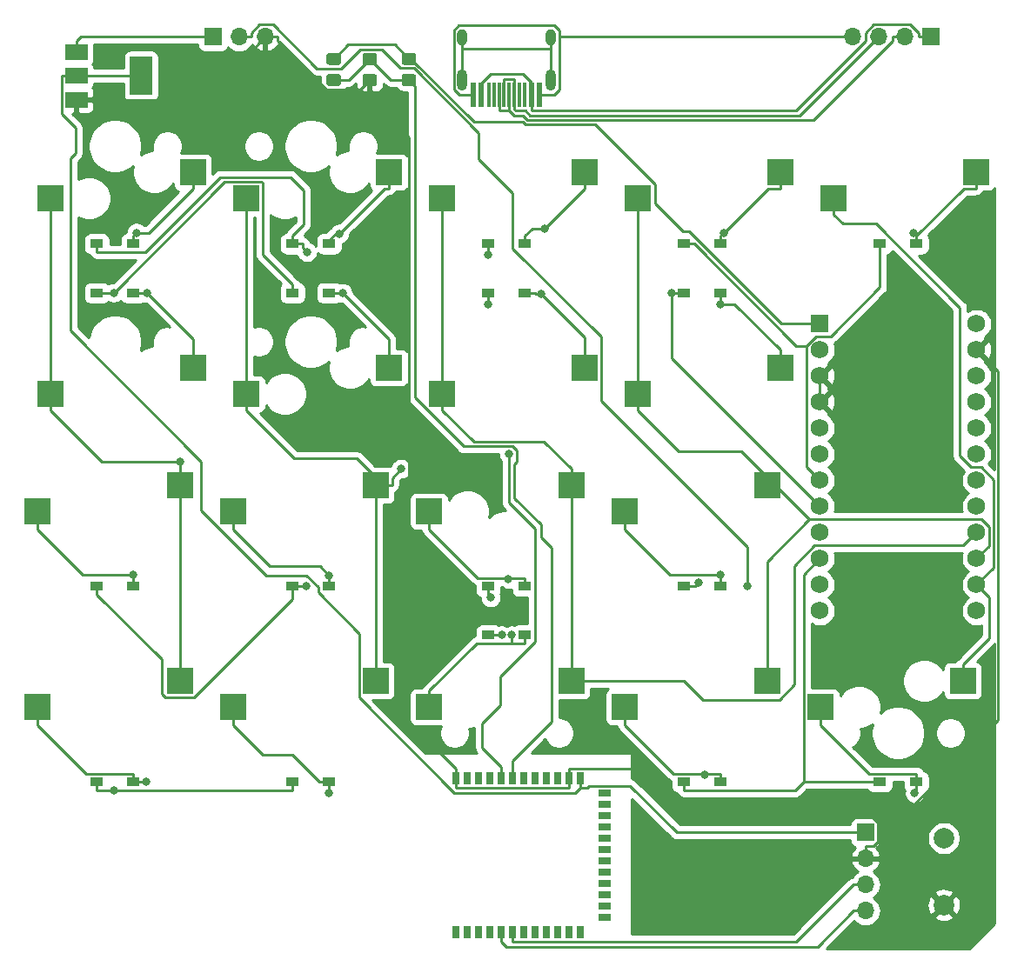
<source format=gbr>
G04 #@! TF.GenerationSoftware,KiCad,Pcbnew,(5.1.2)-2*
G04 #@! TF.CreationDate,2019-12-29T19:31:18+08:00*
G04 #@! TF.ProjectId,redox-receiver,7265646f-782d-4726-9563-65697665722e,rev?*
G04 #@! TF.SameCoordinates,Original*
G04 #@! TF.FileFunction,Copper,L2,Bot*
G04 #@! TF.FilePolarity,Positive*
%FSLAX46Y46*%
G04 Gerber Fmt 4.6, Leading zero omitted, Abs format (unit mm)*
G04 Created by KiCad (PCBNEW (5.1.2)-2) date 2019-12-29 19:31:18*
%MOMM*%
%LPD*%
G04 APERTURE LIST*
%ADD10C,2.000000*%
%ADD11R,0.698500X1.198880*%
%ADD12R,1.198880X0.698500*%
%ADD13C,1.752600*%
%ADD14R,1.752600X1.752600*%
%ADD15R,0.600000X2.450000*%
%ADD16R,0.300000X2.450000*%
%ADD17O,1.000000X2.100000*%
%ADD18O,1.000000X1.600000*%
%ADD19R,2.200000X3.800000*%
%ADD20R,2.200000X1.500000*%
%ADD21O,1.700000X1.700000*%
%ADD22R,1.700000X1.700000*%
%ADD23C,0.100000*%
%ADD24C,1.150000*%
%ADD25R,2.550000X2.500000*%
%ADD26R,1.300000X0.950000*%
%ADD27C,0.800000*%
%ADD28C,0.250000*%
%ADD29C,0.254000*%
G04 APERTURE END LIST*
D10*
X166370000Y-136450000D03*
X166370000Y-142950000D03*
D11*
X129900680Y-130613920D03*
X118902480Y-130613920D03*
D12*
X133350000Y-133164080D03*
X133350000Y-134263900D03*
X133350000Y-135363720D03*
X133350000Y-136463540D03*
X133350000Y-137563360D03*
X133350000Y-138660640D03*
X133350000Y-139760460D03*
X133350000Y-140860280D03*
X133350000Y-141960100D03*
X133350000Y-143059920D03*
X133350000Y-144159740D03*
D11*
X131000500Y-145610080D03*
X129900680Y-145610080D03*
X128800860Y-145610080D03*
X127701040Y-145610080D03*
X126601220Y-145610080D03*
X125501400Y-145610080D03*
X122201940Y-145610080D03*
X121102120Y-145610080D03*
X120002300Y-145610080D03*
X118902480Y-145610080D03*
X120002300Y-130613920D03*
X121102120Y-130613920D03*
X122201940Y-130613920D03*
X123301760Y-130613920D03*
X124401580Y-130613920D03*
X125501400Y-130613920D03*
X126601220Y-130613920D03*
X127701040Y-130613920D03*
X128800860Y-130613920D03*
D12*
X133350000Y-132064260D03*
D11*
X123301760Y-145610080D03*
X124401580Y-145610080D03*
X131000500Y-130613920D03*
D13*
X169545000Y-86360000D03*
X154305000Y-114300000D03*
X169545000Y-88900000D03*
X169545000Y-91440000D03*
X169545000Y-93980000D03*
X169545000Y-96520000D03*
X169545000Y-99060000D03*
X169545000Y-101600000D03*
X169545000Y-104140000D03*
X169545000Y-106680000D03*
X169545000Y-109220000D03*
X169545000Y-111760000D03*
X169545000Y-114300000D03*
X154305000Y-111760000D03*
X154305000Y-109220000D03*
X154305000Y-106680000D03*
X154305000Y-104140000D03*
X154305000Y-101600000D03*
X154305000Y-99060000D03*
X154305000Y-96520000D03*
X154305000Y-93980000D03*
X154305000Y-91440000D03*
X154305000Y-88900000D03*
D14*
X154305000Y-86360000D03*
D15*
X127050000Y-64075000D03*
X120600000Y-64075000D03*
X126275000Y-64075000D03*
X121375000Y-64075000D03*
D16*
X122075000Y-64075000D03*
X125575000Y-64075000D03*
X122575000Y-64075000D03*
X125075000Y-64075000D03*
X123075000Y-64075000D03*
X124575000Y-64075000D03*
X124075000Y-64075000D03*
X123575000Y-64075000D03*
D17*
X119505000Y-62660000D03*
X128145000Y-62660000D03*
D18*
X119505000Y-58480000D03*
X128145000Y-58480000D03*
D19*
X88240000Y-62230000D03*
D20*
X81940000Y-64530000D03*
X81940000Y-62230000D03*
X81940000Y-59930000D03*
D21*
X100330000Y-58420000D03*
X97790000Y-58420000D03*
D22*
X95250000Y-58420000D03*
D23*
G36*
X107472505Y-62046204D02*
G01*
X107496773Y-62049804D01*
X107520572Y-62055765D01*
X107543671Y-62064030D01*
X107565850Y-62074520D01*
X107586893Y-62087132D01*
X107606599Y-62101747D01*
X107624777Y-62118223D01*
X107641253Y-62136401D01*
X107655868Y-62156107D01*
X107668480Y-62177150D01*
X107678970Y-62199329D01*
X107687235Y-62222428D01*
X107693196Y-62246227D01*
X107696796Y-62270495D01*
X107698000Y-62294999D01*
X107698000Y-62945001D01*
X107696796Y-62969505D01*
X107693196Y-62993773D01*
X107687235Y-63017572D01*
X107678970Y-63040671D01*
X107668480Y-63062850D01*
X107655868Y-63083893D01*
X107641253Y-63103599D01*
X107624777Y-63121777D01*
X107606599Y-63138253D01*
X107586893Y-63152868D01*
X107565850Y-63165480D01*
X107543671Y-63175970D01*
X107520572Y-63184235D01*
X107496773Y-63190196D01*
X107472505Y-63193796D01*
X107448001Y-63195000D01*
X106547999Y-63195000D01*
X106523495Y-63193796D01*
X106499227Y-63190196D01*
X106475428Y-63184235D01*
X106452329Y-63175970D01*
X106430150Y-63165480D01*
X106409107Y-63152868D01*
X106389401Y-63138253D01*
X106371223Y-63121777D01*
X106354747Y-63103599D01*
X106340132Y-63083893D01*
X106327520Y-63062850D01*
X106317030Y-63040671D01*
X106308765Y-63017572D01*
X106302804Y-62993773D01*
X106299204Y-62969505D01*
X106298000Y-62945001D01*
X106298000Y-62294999D01*
X106299204Y-62270495D01*
X106302804Y-62246227D01*
X106308765Y-62222428D01*
X106317030Y-62199329D01*
X106327520Y-62177150D01*
X106340132Y-62156107D01*
X106354747Y-62136401D01*
X106371223Y-62118223D01*
X106389401Y-62101747D01*
X106409107Y-62087132D01*
X106430150Y-62074520D01*
X106452329Y-62064030D01*
X106475428Y-62055765D01*
X106499227Y-62049804D01*
X106523495Y-62046204D01*
X106547999Y-62045000D01*
X107448001Y-62045000D01*
X107472505Y-62046204D01*
X107472505Y-62046204D01*
G37*
D24*
X106998000Y-62620000D03*
D23*
G36*
X107472505Y-59996204D02*
G01*
X107496773Y-59999804D01*
X107520572Y-60005765D01*
X107543671Y-60014030D01*
X107565850Y-60024520D01*
X107586893Y-60037132D01*
X107606599Y-60051747D01*
X107624777Y-60068223D01*
X107641253Y-60086401D01*
X107655868Y-60106107D01*
X107668480Y-60127150D01*
X107678970Y-60149329D01*
X107687235Y-60172428D01*
X107693196Y-60196227D01*
X107696796Y-60220495D01*
X107698000Y-60244999D01*
X107698000Y-60895001D01*
X107696796Y-60919505D01*
X107693196Y-60943773D01*
X107687235Y-60967572D01*
X107678970Y-60990671D01*
X107668480Y-61012850D01*
X107655868Y-61033893D01*
X107641253Y-61053599D01*
X107624777Y-61071777D01*
X107606599Y-61088253D01*
X107586893Y-61102868D01*
X107565850Y-61115480D01*
X107543671Y-61125970D01*
X107520572Y-61134235D01*
X107496773Y-61140196D01*
X107472505Y-61143796D01*
X107448001Y-61145000D01*
X106547999Y-61145000D01*
X106523495Y-61143796D01*
X106499227Y-61140196D01*
X106475428Y-61134235D01*
X106452329Y-61125970D01*
X106430150Y-61115480D01*
X106409107Y-61102868D01*
X106389401Y-61088253D01*
X106371223Y-61071777D01*
X106354747Y-61053599D01*
X106340132Y-61033893D01*
X106327520Y-61012850D01*
X106317030Y-60990671D01*
X106308765Y-60967572D01*
X106302804Y-60943773D01*
X106299204Y-60919505D01*
X106298000Y-60895001D01*
X106298000Y-60244999D01*
X106299204Y-60220495D01*
X106302804Y-60196227D01*
X106308765Y-60172428D01*
X106317030Y-60149329D01*
X106327520Y-60127150D01*
X106340132Y-60106107D01*
X106354747Y-60086401D01*
X106371223Y-60068223D01*
X106389401Y-60051747D01*
X106409107Y-60037132D01*
X106430150Y-60024520D01*
X106452329Y-60014030D01*
X106475428Y-60005765D01*
X106499227Y-59999804D01*
X106523495Y-59996204D01*
X106547999Y-59995000D01*
X107448001Y-59995000D01*
X107472505Y-59996204D01*
X107472505Y-59996204D01*
G37*
D24*
X106998000Y-60570000D03*
D23*
G36*
X110964505Y-62046204D02*
G01*
X110988773Y-62049804D01*
X111012572Y-62055765D01*
X111035671Y-62064030D01*
X111057850Y-62074520D01*
X111078893Y-62087132D01*
X111098599Y-62101747D01*
X111116777Y-62118223D01*
X111133253Y-62136401D01*
X111147868Y-62156107D01*
X111160480Y-62177150D01*
X111170970Y-62199329D01*
X111179235Y-62222428D01*
X111185196Y-62246227D01*
X111188796Y-62270495D01*
X111190000Y-62294999D01*
X111190000Y-62945001D01*
X111188796Y-62969505D01*
X111185196Y-62993773D01*
X111179235Y-63017572D01*
X111170970Y-63040671D01*
X111160480Y-63062850D01*
X111147868Y-63083893D01*
X111133253Y-63103599D01*
X111116777Y-63121777D01*
X111098599Y-63138253D01*
X111078893Y-63152868D01*
X111057850Y-63165480D01*
X111035671Y-63175970D01*
X111012572Y-63184235D01*
X110988773Y-63190196D01*
X110964505Y-63193796D01*
X110940001Y-63195000D01*
X110039999Y-63195000D01*
X110015495Y-63193796D01*
X109991227Y-63190196D01*
X109967428Y-63184235D01*
X109944329Y-63175970D01*
X109922150Y-63165480D01*
X109901107Y-63152868D01*
X109881401Y-63138253D01*
X109863223Y-63121777D01*
X109846747Y-63103599D01*
X109832132Y-63083893D01*
X109819520Y-63062850D01*
X109809030Y-63040671D01*
X109800765Y-63017572D01*
X109794804Y-62993773D01*
X109791204Y-62969505D01*
X109790000Y-62945001D01*
X109790000Y-62294999D01*
X109791204Y-62270495D01*
X109794804Y-62246227D01*
X109800765Y-62222428D01*
X109809030Y-62199329D01*
X109819520Y-62177150D01*
X109832132Y-62156107D01*
X109846747Y-62136401D01*
X109863223Y-62118223D01*
X109881401Y-62101747D01*
X109901107Y-62087132D01*
X109922150Y-62074520D01*
X109944329Y-62064030D01*
X109967428Y-62055765D01*
X109991227Y-62049804D01*
X110015495Y-62046204D01*
X110039999Y-62045000D01*
X110940001Y-62045000D01*
X110964505Y-62046204D01*
X110964505Y-62046204D01*
G37*
D24*
X110490000Y-62620000D03*
D23*
G36*
X110964505Y-59996204D02*
G01*
X110988773Y-59999804D01*
X111012572Y-60005765D01*
X111035671Y-60014030D01*
X111057850Y-60024520D01*
X111078893Y-60037132D01*
X111098599Y-60051747D01*
X111116777Y-60068223D01*
X111133253Y-60086401D01*
X111147868Y-60106107D01*
X111160480Y-60127150D01*
X111170970Y-60149329D01*
X111179235Y-60172428D01*
X111185196Y-60196227D01*
X111188796Y-60220495D01*
X111190000Y-60244999D01*
X111190000Y-60895001D01*
X111188796Y-60919505D01*
X111185196Y-60943773D01*
X111179235Y-60967572D01*
X111170970Y-60990671D01*
X111160480Y-61012850D01*
X111147868Y-61033893D01*
X111133253Y-61053599D01*
X111116777Y-61071777D01*
X111098599Y-61088253D01*
X111078893Y-61102868D01*
X111057850Y-61115480D01*
X111035671Y-61125970D01*
X111012572Y-61134235D01*
X110988773Y-61140196D01*
X110964505Y-61143796D01*
X110940001Y-61145000D01*
X110039999Y-61145000D01*
X110015495Y-61143796D01*
X109991227Y-61140196D01*
X109967428Y-61134235D01*
X109944329Y-61125970D01*
X109922150Y-61115480D01*
X109901107Y-61102868D01*
X109881401Y-61088253D01*
X109863223Y-61071777D01*
X109846747Y-61053599D01*
X109832132Y-61033893D01*
X109819520Y-61012850D01*
X109809030Y-60990671D01*
X109800765Y-60967572D01*
X109794804Y-60943773D01*
X109791204Y-60919505D01*
X109790000Y-60895001D01*
X109790000Y-60244999D01*
X109791204Y-60220495D01*
X109794804Y-60196227D01*
X109800765Y-60172428D01*
X109809030Y-60149329D01*
X109819520Y-60127150D01*
X109832132Y-60106107D01*
X109846747Y-60086401D01*
X109863223Y-60068223D01*
X109881401Y-60051747D01*
X109901107Y-60037132D01*
X109922150Y-60024520D01*
X109944329Y-60014030D01*
X109967428Y-60005765D01*
X109991227Y-59999804D01*
X110015495Y-59996204D01*
X110039999Y-59995000D01*
X110940001Y-59995000D01*
X110964505Y-59996204D01*
X110964505Y-59996204D01*
G37*
D24*
X110490000Y-60570000D03*
D23*
G36*
X114774505Y-62046204D02*
G01*
X114798773Y-62049804D01*
X114822572Y-62055765D01*
X114845671Y-62064030D01*
X114867850Y-62074520D01*
X114888893Y-62087132D01*
X114908599Y-62101747D01*
X114926777Y-62118223D01*
X114943253Y-62136401D01*
X114957868Y-62156107D01*
X114970480Y-62177150D01*
X114980970Y-62199329D01*
X114989235Y-62222428D01*
X114995196Y-62246227D01*
X114998796Y-62270495D01*
X115000000Y-62294999D01*
X115000000Y-62945001D01*
X114998796Y-62969505D01*
X114995196Y-62993773D01*
X114989235Y-63017572D01*
X114980970Y-63040671D01*
X114970480Y-63062850D01*
X114957868Y-63083893D01*
X114943253Y-63103599D01*
X114926777Y-63121777D01*
X114908599Y-63138253D01*
X114888893Y-63152868D01*
X114867850Y-63165480D01*
X114845671Y-63175970D01*
X114822572Y-63184235D01*
X114798773Y-63190196D01*
X114774505Y-63193796D01*
X114750001Y-63195000D01*
X113849999Y-63195000D01*
X113825495Y-63193796D01*
X113801227Y-63190196D01*
X113777428Y-63184235D01*
X113754329Y-63175970D01*
X113732150Y-63165480D01*
X113711107Y-63152868D01*
X113691401Y-63138253D01*
X113673223Y-63121777D01*
X113656747Y-63103599D01*
X113642132Y-63083893D01*
X113629520Y-63062850D01*
X113619030Y-63040671D01*
X113610765Y-63017572D01*
X113604804Y-62993773D01*
X113601204Y-62969505D01*
X113600000Y-62945001D01*
X113600000Y-62294999D01*
X113601204Y-62270495D01*
X113604804Y-62246227D01*
X113610765Y-62222428D01*
X113619030Y-62199329D01*
X113629520Y-62177150D01*
X113642132Y-62156107D01*
X113656747Y-62136401D01*
X113673223Y-62118223D01*
X113691401Y-62101747D01*
X113711107Y-62087132D01*
X113732150Y-62074520D01*
X113754329Y-62064030D01*
X113777428Y-62055765D01*
X113801227Y-62049804D01*
X113825495Y-62046204D01*
X113849999Y-62045000D01*
X114750001Y-62045000D01*
X114774505Y-62046204D01*
X114774505Y-62046204D01*
G37*
D24*
X114300000Y-62620000D03*
D23*
G36*
X114774505Y-59996204D02*
G01*
X114798773Y-59999804D01*
X114822572Y-60005765D01*
X114845671Y-60014030D01*
X114867850Y-60024520D01*
X114888893Y-60037132D01*
X114908599Y-60051747D01*
X114926777Y-60068223D01*
X114943253Y-60086401D01*
X114957868Y-60106107D01*
X114970480Y-60127150D01*
X114980970Y-60149329D01*
X114989235Y-60172428D01*
X114995196Y-60196227D01*
X114998796Y-60220495D01*
X115000000Y-60244999D01*
X115000000Y-60895001D01*
X114998796Y-60919505D01*
X114995196Y-60943773D01*
X114989235Y-60967572D01*
X114980970Y-60990671D01*
X114970480Y-61012850D01*
X114957868Y-61033893D01*
X114943253Y-61053599D01*
X114926777Y-61071777D01*
X114908599Y-61088253D01*
X114888893Y-61102868D01*
X114867850Y-61115480D01*
X114845671Y-61125970D01*
X114822572Y-61134235D01*
X114798773Y-61140196D01*
X114774505Y-61143796D01*
X114750001Y-61145000D01*
X113849999Y-61145000D01*
X113825495Y-61143796D01*
X113801227Y-61140196D01*
X113777428Y-61134235D01*
X113754329Y-61125970D01*
X113732150Y-61115480D01*
X113711107Y-61102868D01*
X113691401Y-61088253D01*
X113673223Y-61071777D01*
X113656747Y-61053599D01*
X113642132Y-61033893D01*
X113629520Y-61012850D01*
X113619030Y-60990671D01*
X113610765Y-60967572D01*
X113604804Y-60943773D01*
X113601204Y-60919505D01*
X113600000Y-60895001D01*
X113600000Y-60244999D01*
X113601204Y-60220495D01*
X113604804Y-60196227D01*
X113610765Y-60172428D01*
X113619030Y-60149329D01*
X113629520Y-60127150D01*
X113642132Y-60106107D01*
X113656747Y-60086401D01*
X113673223Y-60068223D01*
X113691401Y-60051747D01*
X113711107Y-60037132D01*
X113732150Y-60024520D01*
X113754329Y-60014030D01*
X113777428Y-60005765D01*
X113801227Y-59999804D01*
X113825495Y-59996204D01*
X113849999Y-59995000D01*
X114750001Y-59995000D01*
X114774505Y-59996204D01*
X114774505Y-59996204D01*
G37*
D24*
X114300000Y-60570000D03*
D21*
X158750000Y-143510000D03*
X158750000Y-140970000D03*
X158750000Y-138430000D03*
D22*
X158750000Y-135890000D03*
D25*
X154365000Y-123666000D03*
X168215000Y-121126000D03*
X135315000Y-123666000D03*
X149165000Y-121126000D03*
X116265000Y-123666000D03*
X130115000Y-121126000D03*
X97215000Y-123666000D03*
X111065000Y-121126000D03*
X78165000Y-123666000D03*
X92015000Y-121126000D03*
X135315000Y-104616000D03*
X149165000Y-102076000D03*
X116265000Y-104616000D03*
X130115000Y-102076000D03*
X97215000Y-104616000D03*
X111065000Y-102076000D03*
X78165000Y-104616000D03*
X92015000Y-102076000D03*
X150435000Y-90646200D03*
X136585000Y-93186200D03*
X131385000Y-90646200D03*
X117535000Y-93186200D03*
X112335000Y-90646200D03*
X98485000Y-93186200D03*
X93285000Y-90646200D03*
X79435000Y-93186200D03*
X169485000Y-71596200D03*
X155635000Y-74136200D03*
X150435000Y-71596200D03*
X136585000Y-74136200D03*
X131385000Y-71596200D03*
X117535000Y-74136200D03*
X112335000Y-71596200D03*
X98485000Y-74136200D03*
X93285000Y-71596200D03*
X79435000Y-74136200D03*
D26*
X160150000Y-130969000D03*
X163700000Y-130969000D03*
X141100000Y-130969000D03*
X144650000Y-130969000D03*
X122050000Y-116681000D03*
X125600000Y-116681000D03*
X103000000Y-130969000D03*
X106550000Y-130969000D03*
X83950000Y-130969000D03*
X87500000Y-130969000D03*
X141100000Y-111919000D03*
X144650000Y-111919000D03*
X122017000Y-111919000D03*
X125567000Y-111919000D03*
X103000000Y-111919000D03*
X106550000Y-111919000D03*
X83950000Y-111919000D03*
X87500000Y-111919000D03*
X141100000Y-83343800D03*
X144650000Y-83343800D03*
X122050000Y-83343800D03*
X125600000Y-83343800D03*
X103000000Y-83343800D03*
X106550000Y-83343800D03*
X83950000Y-83343800D03*
X87500000Y-83343800D03*
X160150000Y-78581200D03*
X163700000Y-78581200D03*
X141100000Y-78581200D03*
X144650000Y-78581200D03*
X122050000Y-78581200D03*
X125600000Y-78581200D03*
X103000000Y-78581200D03*
X106550000Y-78581200D03*
X83950000Y-78581200D03*
X87500000Y-78581200D03*
D21*
X157480000Y-58420000D03*
X160020000Y-58420000D03*
X162560000Y-58420000D03*
D22*
X165100000Y-58420000D03*
D27*
X87789200Y-77491700D03*
X122050000Y-79656600D03*
X104400000Y-79381500D03*
X107549400Y-77581800D03*
X127485600Y-77070900D03*
X144940500Y-77490400D03*
X163420800Y-77501700D03*
X88806700Y-83348300D03*
X85589900Y-83343800D03*
X122050000Y-84449700D03*
X139848000Y-83348300D03*
X107850700Y-83348300D03*
X127163000Y-83448500D03*
X144650000Y-84454800D03*
X87500000Y-110830400D03*
X142538100Y-111582100D03*
X122266100Y-113020600D03*
X104285600Y-111919000D03*
X106550000Y-110843600D03*
X123997700Y-111204500D03*
X144650000Y-110824800D03*
X88755700Y-130969000D03*
X123331400Y-116681000D03*
X85594400Y-131769300D03*
X106550000Y-132059300D03*
X124340700Y-116681000D03*
X143101000Y-130262900D03*
X163537500Y-132074300D03*
X92015000Y-99751700D03*
X113547400Y-100485400D03*
X124049000Y-99026400D03*
X147211400Y-111912600D03*
D28*
X128970400Y-58420000D02*
X128970400Y-63594900D01*
X128970400Y-63594900D02*
X128490300Y-64075000D01*
X128490300Y-64075000D02*
X127050000Y-64075000D01*
X120600000Y-64075000D02*
X119187800Y-64075000D01*
X119187800Y-64075000D02*
X118679700Y-63566900D01*
X118679700Y-63566900D02*
X118679700Y-57805100D01*
X118679700Y-57805100D02*
X119157500Y-57327300D01*
X119157500Y-57327300D02*
X128465500Y-57327300D01*
X128465500Y-57327300D02*
X128970400Y-57832200D01*
X128970400Y-57832200D02*
X128970400Y-58420000D01*
X156304700Y-58420000D02*
X128970400Y-58420000D01*
X157480000Y-58420000D02*
X156304700Y-58420000D01*
X160020000Y-58420000D02*
X152361800Y-66078200D01*
X152361800Y-66078200D02*
X126070400Y-66078200D01*
X126070400Y-66078200D02*
X125620100Y-65627900D01*
X125620100Y-65627900D02*
X124714500Y-65627900D01*
X124714500Y-65627900D02*
X124575000Y-65488400D01*
X124575000Y-65488400D02*
X124575000Y-64075000D01*
X124575000Y-64075000D02*
X124575000Y-62524700D01*
X123575000Y-62524700D02*
X124575000Y-62524700D01*
X123575000Y-64075000D02*
X123575000Y-62524700D01*
X124075000Y-65625300D02*
X124528000Y-66078300D01*
X124528000Y-66078300D02*
X125412800Y-66078300D01*
X125412800Y-66078300D02*
X125863100Y-66528600D01*
X125863100Y-66528600D02*
X153643400Y-66528600D01*
X153643400Y-66528600D02*
X161384700Y-58787300D01*
X161384700Y-58787300D02*
X161384700Y-58420000D01*
X162560000Y-58420000D02*
X161384700Y-58420000D01*
X124075000Y-64075000D02*
X124075000Y-65625300D01*
X123075000Y-64075000D02*
X123075000Y-65625300D01*
X123075000Y-65625300D02*
X124075000Y-65625300D01*
X121375000Y-64075000D02*
X121375000Y-62921100D01*
X121375000Y-62921100D02*
X122250500Y-62045600D01*
X122250500Y-62045600D02*
X125422800Y-62045600D01*
X125422800Y-62045600D02*
X126275000Y-62897800D01*
X126275000Y-62897800D02*
X126275000Y-64075000D01*
X126275000Y-64075000D02*
X126275000Y-65625300D01*
X165100000Y-58420000D02*
X163924700Y-58420000D01*
X163924700Y-58420000D02*
X163924700Y-58052700D01*
X163924700Y-58052700D02*
X163109900Y-57237900D01*
X163109900Y-57237900D02*
X159533400Y-57237900D01*
X159533400Y-57237900D02*
X158750000Y-58021300D01*
X158750000Y-58021300D02*
X158750000Y-58825300D01*
X158750000Y-58825300D02*
X151950000Y-65625300D01*
X151950000Y-65625300D02*
X126275000Y-65625300D01*
X87789200Y-77491700D02*
X88964800Y-77491700D01*
X88964800Y-77491700D02*
X93285000Y-73171500D01*
X87500000Y-78581200D02*
X87500000Y-77780900D01*
X87500000Y-77780900D02*
X87789200Y-77491700D01*
X93285000Y-71596200D02*
X93285000Y-73171500D01*
X141100000Y-78581200D02*
X142075300Y-78581200D01*
X152966700Y-88499200D02*
X152966700Y-100261700D01*
X152966700Y-100261700D02*
X154305000Y-101600000D01*
X160150000Y-78581200D02*
X160150000Y-82788500D01*
X160150000Y-82788500D02*
X155376800Y-87561700D01*
X155376800Y-87561700D02*
X153904200Y-87561700D01*
X153904200Y-87561700D02*
X152966700Y-88499200D01*
X142075300Y-78581200D02*
X151993300Y-88499200D01*
X151993300Y-88499200D02*
X152966700Y-88499200D01*
X103000000Y-77780900D02*
X104074100Y-76706800D01*
X104074100Y-76706800D02*
X104074100Y-73348800D01*
X104074100Y-73348800D02*
X102802900Y-72077600D01*
X102802900Y-72077600D02*
X95933400Y-72077600D01*
X95933400Y-72077600D02*
X88629500Y-79381500D01*
X88629500Y-79381500D02*
X83950000Y-79381500D01*
X103000000Y-78581200D02*
X103000000Y-77780900D01*
X83950000Y-78581200D02*
X83950000Y-79381500D01*
X122050000Y-79381500D02*
X122050000Y-79656600D01*
X122050000Y-78581200D02*
X122050000Y-79381500D01*
X103000000Y-78581200D02*
X103975300Y-78581200D01*
X103975300Y-78581200D02*
X103975300Y-78956800D01*
X103975300Y-78956800D02*
X104400000Y-79381500D01*
X112335000Y-71596200D02*
X112335000Y-73171500D01*
X107549400Y-77581800D02*
X111959700Y-73171500D01*
X111959700Y-73171500D02*
X112335000Y-73171500D01*
X106550000Y-78217300D02*
X107185500Y-77581800D01*
X107185500Y-77581800D02*
X107549400Y-77581800D01*
X106550000Y-78581200D02*
X106550000Y-78217300D01*
X125600000Y-78581200D02*
X125600000Y-77780900D01*
X127485600Y-77070900D02*
X126310000Y-77070900D01*
X126310000Y-77070900D02*
X125600000Y-77780900D01*
X127485600Y-77070900D02*
X131385000Y-73171500D01*
X131385000Y-71596200D02*
X131385000Y-73171500D01*
X150435000Y-73171500D02*
X149259400Y-73171500D01*
X149259400Y-73171500D02*
X144940500Y-77490400D01*
X144940500Y-77490400D02*
X144650000Y-77780900D01*
X144650000Y-77780900D02*
X144650000Y-78581200D01*
X150435000Y-71596200D02*
X150435000Y-73171500D01*
X163700000Y-77780900D02*
X163420800Y-77501700D01*
X163700000Y-77780900D02*
X163700000Y-78581200D01*
X169485000Y-71596200D02*
X169485000Y-73171500D01*
X163700000Y-77780900D02*
X168309400Y-73171500D01*
X168309400Y-73171500D02*
X169485000Y-73171500D01*
X88806700Y-83348300D02*
X93285000Y-87826600D01*
X93285000Y-87826600D02*
X93285000Y-90646200D01*
X88475300Y-83343800D02*
X88479800Y-83348300D01*
X88479800Y-83348300D02*
X88806700Y-83348300D01*
X87500000Y-83343800D02*
X88475300Y-83343800D01*
X85589900Y-83343800D02*
X96372900Y-72560800D01*
X96372900Y-72560800D02*
X99979900Y-72560800D01*
X99979900Y-72560800D02*
X100088200Y-72669100D01*
X100088200Y-72669100D02*
X100088200Y-79631700D01*
X100088200Y-79631700D02*
X103000000Y-82543500D01*
X83950000Y-83343800D02*
X85589900Y-83343800D01*
X103000000Y-83343800D02*
X103000000Y-82543500D01*
X139848000Y-83348300D02*
X139848000Y-89683000D01*
X139848000Y-89683000D02*
X154305000Y-104140000D01*
X141100000Y-83343800D02*
X139852500Y-83343800D01*
X139852500Y-83343800D02*
X139848000Y-83348300D01*
X122050000Y-83343800D02*
X122050000Y-84449700D01*
X107850700Y-83348300D02*
X112335000Y-87832600D01*
X112335000Y-87832600D02*
X112335000Y-90646200D01*
X107525300Y-83343800D02*
X107529800Y-83348300D01*
X107529800Y-83348300D02*
X107850700Y-83348300D01*
X106550000Y-83343800D02*
X107525300Y-83343800D01*
X127163000Y-83448500D02*
X126680000Y-83448500D01*
X126680000Y-83448500D02*
X126575300Y-83343800D01*
X131385000Y-90646200D02*
X131385000Y-87670500D01*
X131385000Y-87670500D02*
X127163000Y-83448500D01*
X125600000Y-83343800D02*
X126575300Y-83343800D01*
X144650000Y-84454800D02*
X145991500Y-84454800D01*
X145991500Y-84454800D02*
X150435000Y-88898300D01*
X150435000Y-88898300D02*
X150435000Y-90646200D01*
X144650000Y-83343800D02*
X144650000Y-84454800D01*
X87500000Y-110830400D02*
X82596300Y-110830400D01*
X82596300Y-110830400D02*
X78165000Y-106399100D01*
X78165000Y-106399100D02*
X78165000Y-104616000D01*
X87500000Y-111919000D02*
X87500000Y-110830400D01*
X103000000Y-111919000D02*
X103000000Y-113137500D01*
X103000000Y-113137500D02*
X93436100Y-122701400D01*
X93436100Y-122701400D02*
X90598100Y-122701400D01*
X90598100Y-122701400D02*
X90274900Y-122378200D01*
X90274900Y-122378200D02*
X90274900Y-119044200D01*
X90274900Y-119044200D02*
X83950000Y-112719300D01*
X83950000Y-111919000D02*
X83950000Y-112719300D01*
X103000000Y-111919000D02*
X104285600Y-111919000D01*
X142075300Y-111919000D02*
X142201200Y-111919000D01*
X142201200Y-111919000D02*
X142538100Y-111582100D01*
X141100000Y-111919000D02*
X142075300Y-111919000D01*
X122017000Y-112719300D02*
X122266100Y-112968400D01*
X122266100Y-112968400D02*
X122266100Y-113020600D01*
X122017000Y-111919000D02*
X122017000Y-112719300D01*
X106550000Y-110843600D02*
X105649500Y-109943100D01*
X105649500Y-109943100D02*
X100788000Y-109943100D01*
X100788000Y-109943100D02*
X97215000Y-106370100D01*
X97215000Y-106370100D02*
X97215000Y-104616000D01*
X106550000Y-111919000D02*
X106550000Y-110843600D01*
X123997700Y-111118700D02*
X120986300Y-111118700D01*
X120986300Y-111118700D02*
X116265000Y-106397400D01*
X116265000Y-106397400D02*
X116265000Y-104616000D01*
X125567000Y-111118700D02*
X123997700Y-111118700D01*
X123997700Y-111118700D02*
X123997700Y-111204500D01*
X125567000Y-111919000D02*
X125567000Y-111118700D01*
X144650000Y-110824800D02*
X139742400Y-110824800D01*
X139742400Y-110824800D02*
X135315000Y-106397400D01*
X135315000Y-106397400D02*
X135315000Y-104616000D01*
X144650000Y-111919000D02*
X144650000Y-110824800D01*
X87500000Y-130969000D02*
X87500000Y-130168700D01*
X87500000Y-130168700D02*
X82884600Y-130168700D01*
X82884600Y-130168700D02*
X78165000Y-125449100D01*
X78165000Y-125449100D02*
X78165000Y-123666000D01*
X87500000Y-130969000D02*
X88755700Y-130969000D01*
X152717500Y-130969000D02*
X152717500Y-110807500D01*
X152717500Y-110807500D02*
X154305000Y-109220000D01*
X141100000Y-131769300D02*
X151917200Y-131769300D01*
X151917200Y-131769300D02*
X152717500Y-130969000D01*
X152717500Y-130969000D02*
X159174700Y-130969000D01*
X160150000Y-130969000D02*
X159174700Y-130969000D01*
X141100000Y-130969000D02*
X141100000Y-131769300D01*
X122050000Y-116681000D02*
X123331400Y-116681000D01*
X83950000Y-131769300D02*
X85594400Y-131769300D01*
X103000000Y-131769300D02*
X85594400Y-131769300D01*
X103000000Y-130969000D02*
X103000000Y-131769300D01*
X83950000Y-130969000D02*
X83950000Y-131769300D01*
X106550000Y-130969000D02*
X105574700Y-130969000D01*
X105574700Y-130969000D02*
X102928800Y-128323100D01*
X102928800Y-128323100D02*
X100090700Y-128323100D01*
X100090700Y-128323100D02*
X97215000Y-125447400D01*
X97215000Y-125447400D02*
X97215000Y-123666000D01*
X106550000Y-130969000D02*
X106550000Y-132059300D01*
X124340700Y-117481300D02*
X124340700Y-116681000D01*
X124340700Y-117481300D02*
X120874400Y-117481300D01*
X120874400Y-117481300D02*
X116265000Y-122090700D01*
X125600000Y-117481300D02*
X124340700Y-117481300D01*
X116265000Y-123666000D02*
X116265000Y-122090700D01*
X125600000Y-116681000D02*
X125600000Y-117481300D01*
X143101000Y-130168700D02*
X140049000Y-130168700D01*
X140049000Y-130168700D02*
X135315000Y-125434700D01*
X135315000Y-125434700D02*
X135315000Y-123666000D01*
X144650000Y-130168700D02*
X143101000Y-130168700D01*
X143101000Y-130168700D02*
X143101000Y-130262900D01*
X144650000Y-130969000D02*
X144650000Y-130168700D01*
X163537500Y-132074300D02*
X163700000Y-131911800D01*
X163700000Y-131911800D02*
X163700000Y-130969000D01*
X163700000Y-130969000D02*
X163700000Y-130168700D01*
X163700000Y-130168700D02*
X159084600Y-130168700D01*
X159084600Y-130168700D02*
X154365000Y-125449100D01*
X154365000Y-125449100D02*
X154365000Y-123666000D01*
X92015000Y-102076000D02*
X92015000Y-121126000D01*
X92015000Y-101288300D02*
X92015000Y-102076000D01*
X79435000Y-94761500D02*
X84425200Y-99751700D01*
X84425200Y-99751700D02*
X92015000Y-99751700D01*
X92015000Y-100894500D02*
X92015000Y-99751700D01*
X92015000Y-101288300D02*
X92015000Y-100894500D01*
X79435000Y-74136200D02*
X79435000Y-93186200D01*
X79435000Y-93186200D02*
X79435000Y-94761500D01*
X112665300Y-102076000D02*
X112665300Y-101367500D01*
X112665300Y-101367500D02*
X113547400Y-100485400D01*
X111065000Y-102076000D02*
X112665300Y-102076000D01*
X98485000Y-94761500D02*
X103168100Y-99444600D01*
X103168100Y-99444600D02*
X109221300Y-99444600D01*
X109221300Y-99444600D02*
X111065000Y-101288300D01*
X111065000Y-119550700D02*
X111065000Y-103651300D01*
X98485000Y-93186200D02*
X98485000Y-94761500D01*
X98485000Y-74136200D02*
X98485000Y-93186200D01*
X111065000Y-102076000D02*
X111065000Y-101288300D01*
X111065000Y-102076000D02*
X111065000Y-103651300D01*
X111065000Y-121126000D02*
X111065000Y-119550700D01*
X117535000Y-74136200D02*
X117535000Y-93186200D01*
X130115000Y-100500700D02*
X127465100Y-97850800D01*
X127465100Y-97850800D02*
X120624300Y-97850800D01*
X120624300Y-97850800D02*
X117535000Y-94761500D01*
X130115000Y-121126000D02*
X141075100Y-121126000D01*
X141075100Y-121126000D02*
X142909500Y-122960400D01*
X142909500Y-122960400D02*
X150347700Y-122960400D01*
X150347700Y-122960400D02*
X151803400Y-121504700D01*
X151803400Y-121504700D02*
X151803400Y-109945800D01*
X151803400Y-109945800D02*
X153799200Y-107950000D01*
X153799200Y-107950000D02*
X168275000Y-107950000D01*
X168275000Y-107950000D02*
X169545000Y-106680000D01*
X130115000Y-102076000D02*
X130115000Y-121126000D01*
X117535000Y-93186200D02*
X117535000Y-94761500D01*
X130115000Y-102076000D02*
X130115000Y-100500700D01*
X136585000Y-93186200D02*
X136585000Y-94761500D01*
X136585000Y-94761500D02*
X140598300Y-98774800D01*
X140598300Y-98774800D02*
X146651500Y-98774800D01*
X146651500Y-98774800D02*
X149165000Y-101288300D01*
X136585000Y-74136200D02*
X136585000Y-93186200D01*
X153286700Y-105410000D02*
X169985900Y-105410000D01*
X169985900Y-105410000D02*
X170746600Y-106170700D01*
X170746600Y-106170700D02*
X170746600Y-108018400D01*
X170746600Y-108018400D02*
X169545000Y-109220000D01*
X149165000Y-101288300D02*
X153286700Y-105410000D01*
X149165000Y-121126000D02*
X149165000Y-109531700D01*
X149165000Y-109531700D02*
X153286700Y-105410000D01*
X149165000Y-102076000D02*
X149165000Y-101288300D01*
X169545000Y-111760000D02*
X171197000Y-110108000D01*
X171197000Y-110108000D02*
X171197000Y-101532000D01*
X171197000Y-101532000D02*
X169995000Y-100330000D01*
X169995000Y-100330000D02*
X169028500Y-100330000D01*
X169028500Y-100330000D02*
X167938900Y-99240400D01*
X167938900Y-99240400D02*
X167938900Y-84776000D01*
X167938900Y-84776000D02*
X159772500Y-76609600D01*
X159772500Y-76609600D02*
X156533100Y-76609600D01*
X156533100Y-76609600D02*
X155635000Y-75711500D01*
X155635000Y-74136200D02*
X155635000Y-75711500D01*
X168215000Y-119550700D02*
X170789700Y-116976000D01*
X170789700Y-116976000D02*
X170789700Y-113004700D01*
X170789700Y-113004700D02*
X169545000Y-111760000D01*
X168215000Y-121126000D02*
X168215000Y-119550700D01*
X159981700Y-136831000D02*
X159981700Y-134955200D01*
X158750000Y-137254700D02*
X159558000Y-137254700D01*
X159558000Y-137254700D02*
X159981700Y-136831000D01*
X159981700Y-136831000D02*
X166100700Y-142950000D01*
X166100700Y-142950000D02*
X166370000Y-142950000D01*
X158750000Y-138430000D02*
X158750000Y-137254700D01*
X159981700Y-134955200D02*
X161682400Y-134955200D01*
X161682400Y-134955200D02*
X171669300Y-124968300D01*
X171669300Y-124968300D02*
X171669300Y-91024300D01*
X171669300Y-91024300D02*
X169545000Y-88900000D01*
X129900700Y-129689200D02*
X136092200Y-129689200D01*
X136092200Y-129689200D02*
X139646700Y-133243700D01*
X139646700Y-133243700D02*
X158270200Y-133243700D01*
X158270200Y-133243700D02*
X159981700Y-134955200D01*
X100330000Y-58420000D02*
X101505300Y-58420000D01*
X100330000Y-58420000D02*
X94220000Y-64530000D01*
X94220000Y-64530000D02*
X83365300Y-64530000D01*
X101505300Y-58420000D02*
X101505300Y-58787300D01*
X101505300Y-58787300D02*
X106243800Y-63525800D01*
X106243800Y-63525800D02*
X109584200Y-63525800D01*
X129900700Y-130613900D02*
X129900700Y-129689200D01*
X110490000Y-62620000D02*
X109584200Y-63525800D01*
X109584200Y-63525800D02*
X114300100Y-68241700D01*
X114300100Y-68241700D02*
X114300100Y-125086800D01*
X114300100Y-125086800D02*
X118902500Y-129689200D01*
X118902500Y-130613900D02*
X118902500Y-129689200D01*
X129900700Y-131538600D02*
X118902500Y-131538600D01*
X118902500Y-130613900D02*
X118902500Y-131538600D01*
X81940000Y-64530000D02*
X83365300Y-64530000D01*
X129900700Y-130613900D02*
X129900700Y-131538600D01*
X154305000Y-91440000D02*
X154305000Y-93980000D01*
X123301800Y-130613900D02*
X123301800Y-129494200D01*
X123301800Y-129494200D02*
X121454800Y-127647200D01*
X121454800Y-127647200D02*
X121454800Y-125250200D01*
X121454800Y-125250200D02*
X123235000Y-123470000D01*
X123235000Y-123470000D02*
X123235000Y-120696800D01*
X123235000Y-120696800D02*
X126575400Y-117356400D01*
X126575400Y-117356400D02*
X126575400Y-106303500D01*
X126575400Y-106303500D02*
X124049000Y-103777100D01*
X124049000Y-103777100D02*
X124049000Y-99026400D01*
X114300000Y-60570000D02*
X114514200Y-60570000D01*
X114514200Y-60570000D02*
X120656600Y-66712400D01*
X120656600Y-66712400D02*
X125410000Y-66712400D01*
X125410000Y-66712400D02*
X125676500Y-66978900D01*
X125676500Y-66978900D02*
X132430400Y-66978900D01*
X132430400Y-66978900D02*
X138241200Y-72789700D01*
X138241200Y-72789700D02*
X138241200Y-74681700D01*
X138241200Y-74681700D02*
X140946100Y-77386600D01*
X140946100Y-77386600D02*
X141592700Y-77386600D01*
X141592700Y-77386600D02*
X150566100Y-86360000D01*
X150566100Y-86360000D02*
X153103400Y-86360000D01*
X114300000Y-60570000D02*
X112913500Y-59183500D01*
X112913500Y-59183500D02*
X108384500Y-59183500D01*
X108384500Y-59183500D02*
X106998000Y-60570000D01*
X154305000Y-86360000D02*
X153103400Y-86360000D01*
X81940000Y-59930000D02*
X81940000Y-58854700D01*
X95250000Y-58420000D02*
X82374700Y-58420000D01*
X82374700Y-58420000D02*
X81940000Y-58854700D01*
X123301800Y-145610100D02*
X123301800Y-146534800D01*
X158750000Y-143510000D02*
X157574700Y-143510000D01*
X157574700Y-143510000D02*
X154086400Y-146998300D01*
X154086400Y-146998300D02*
X123765300Y-146998300D01*
X123765300Y-146998300D02*
X123301800Y-146534800D01*
X124401600Y-145610100D02*
X124401600Y-146534800D01*
X158750000Y-140970000D02*
X157574700Y-140970000D01*
X157574700Y-140970000D02*
X152009900Y-146534800D01*
X152009900Y-146534800D02*
X124401600Y-146534800D01*
X81940000Y-62230000D02*
X80514700Y-62230000D01*
X80514700Y-62230000D02*
X80514700Y-65941800D01*
X80514700Y-65941800D02*
X81844200Y-67271300D01*
X81844200Y-67271300D02*
X81844200Y-69747900D01*
X81844200Y-69747900D02*
X81345300Y-70246800D01*
X81345300Y-70246800D02*
X81345300Y-87022900D01*
X81345300Y-87022900D02*
X94115200Y-99792800D01*
X94115200Y-99792800D02*
X94115200Y-104564600D01*
X94115200Y-104564600D02*
X100409900Y-110859300D01*
X100409900Y-110859300D02*
X104303800Y-110859300D01*
X104303800Y-110859300D02*
X105465000Y-112020500D01*
X105465000Y-112020500D02*
X105465000Y-112529200D01*
X105465000Y-112529200D02*
X109461800Y-116526000D01*
X109461800Y-116526000D02*
X109461800Y-122772300D01*
X109461800Y-122772300D02*
X118711800Y-132022300D01*
X118711800Y-132022300D02*
X130516800Y-132022300D01*
X130516800Y-132022300D02*
X131000500Y-131538600D01*
X88240000Y-62230000D02*
X81940000Y-62230000D01*
X131000500Y-130613900D02*
X131000500Y-131538600D01*
X158750000Y-135890000D02*
X140375000Y-135890000D01*
X140375000Y-135890000D02*
X135850100Y-131365100D01*
X135850100Y-131365100D02*
X131848500Y-131365100D01*
X131848500Y-131365100D02*
X131675000Y-131538600D01*
X131675000Y-131538600D02*
X131000500Y-131538600D01*
X110490000Y-60570000D02*
X112540000Y-62620000D01*
X112540000Y-62620000D02*
X114300000Y-62620000D01*
X106998000Y-62620000D02*
X108440000Y-62620000D01*
X108440000Y-62620000D02*
X110490000Y-60570000D01*
X124401600Y-130613900D02*
X124401600Y-128909500D01*
X124401600Y-128909500D02*
X128191300Y-125119800D01*
X128191300Y-125119800D02*
X128191300Y-108176900D01*
X128191300Y-108176900D02*
X127138400Y-107124000D01*
X127138400Y-107124000D02*
X127138400Y-105906900D01*
X127138400Y-105906900D02*
X124538800Y-103307300D01*
X124538800Y-103307300D02*
X124538800Y-100052300D01*
X124538800Y-100052300D02*
X124777600Y-99813500D01*
X124777600Y-99813500D02*
X124777600Y-98729200D01*
X124777600Y-98729200D02*
X124349500Y-98301100D01*
X124349500Y-98301100D02*
X119616800Y-98301100D01*
X119616800Y-98301100D02*
X114875500Y-93559800D01*
X114875500Y-93559800D02*
X114875500Y-63195500D01*
X114875500Y-63195500D02*
X114300000Y-62620000D01*
X97790000Y-58420000D02*
X98965300Y-58420000D01*
X98965300Y-58420000D02*
X98965300Y-58052700D01*
X98965300Y-58052700D02*
X99782200Y-57235800D01*
X99782200Y-57235800D02*
X101107600Y-57235800D01*
X101107600Y-57235800D02*
X105375100Y-61503300D01*
X105375100Y-61503300D02*
X107683400Y-61503300D01*
X107683400Y-61503300D02*
X109535500Y-59651200D01*
X109535500Y-59651200D02*
X111649500Y-59651200D01*
X111649500Y-59651200D02*
X113469700Y-61471400D01*
X113469700Y-61471400D02*
X114778700Y-61471400D01*
X114778700Y-61471400D02*
X121111700Y-67804400D01*
X121111700Y-67804400D02*
X121111700Y-70303900D01*
X121111700Y-70303900D02*
X124405300Y-73597500D01*
X124405300Y-73597500D02*
X124405300Y-79034300D01*
X124405300Y-79034300D02*
X132985400Y-87614400D01*
X132985400Y-87614400D02*
X132985400Y-93849900D01*
X132985400Y-93849900D02*
X147211400Y-108075900D01*
X147211400Y-108075900D02*
X147211400Y-111912600D01*
X128145000Y-59605300D02*
X128145000Y-62660000D01*
X128145000Y-58480000D02*
X128145000Y-59605300D01*
X128145000Y-59605300D02*
X119505000Y-59605300D01*
X119505000Y-59605300D02*
X119505000Y-62660000D01*
X119505000Y-58480000D02*
X119505000Y-59605300D01*
D29*
G36*
X168091778Y-108779170D02*
G01*
X168033700Y-109071150D01*
X168033700Y-109368850D01*
X168091778Y-109660830D01*
X168205703Y-109935869D01*
X168371096Y-110183398D01*
X168581602Y-110393904D01*
X168725420Y-110490000D01*
X168581602Y-110586096D01*
X168371096Y-110796602D01*
X168205703Y-111044131D01*
X168091778Y-111319170D01*
X168033700Y-111611150D01*
X168033700Y-111908850D01*
X168091778Y-112200830D01*
X168205703Y-112475869D01*
X168371096Y-112723398D01*
X168581602Y-112933904D01*
X168725420Y-113030000D01*
X168581602Y-113126096D01*
X168371096Y-113336602D01*
X168205703Y-113584131D01*
X168091778Y-113859170D01*
X168033700Y-114151150D01*
X168033700Y-114448850D01*
X168091778Y-114740830D01*
X168205703Y-115015869D01*
X168371096Y-115263398D01*
X168581602Y-115473904D01*
X168829131Y-115639297D01*
X169104170Y-115753222D01*
X169396150Y-115811300D01*
X169693850Y-115811300D01*
X169985830Y-115753222D01*
X170029700Y-115735050D01*
X170029700Y-116661198D01*
X167703998Y-118986901D01*
X167675000Y-119010699D01*
X167651202Y-119039697D01*
X167651201Y-119039698D01*
X167580026Y-119126424D01*
X167520425Y-119237928D01*
X166940000Y-119237928D01*
X166815518Y-119250188D01*
X166695820Y-119286498D01*
X166585506Y-119345463D01*
X166488815Y-119424815D01*
X166409463Y-119521506D01*
X166350498Y-119631820D01*
X166314188Y-119751518D01*
X166301928Y-119876000D01*
X166301928Y-120032259D01*
X166123363Y-119765017D01*
X165825983Y-119467637D01*
X165476302Y-119233988D01*
X165087756Y-119073047D01*
X164675279Y-118991000D01*
X164254721Y-118991000D01*
X163842244Y-119073047D01*
X163453698Y-119233988D01*
X163104017Y-119467637D01*
X162806637Y-119765017D01*
X162572988Y-120114698D01*
X162412047Y-120503244D01*
X162330000Y-120915721D01*
X162330000Y-121336279D01*
X162412047Y-121748756D01*
X162572988Y-122137302D01*
X162806637Y-122486983D01*
X163104017Y-122784363D01*
X163453698Y-123018012D01*
X163842244Y-123178953D01*
X164254721Y-123261000D01*
X164675279Y-123261000D01*
X165087756Y-123178953D01*
X165476302Y-123018012D01*
X165825983Y-122784363D01*
X166123363Y-122486983D01*
X166301928Y-122219741D01*
X166301928Y-122376000D01*
X166314188Y-122500482D01*
X166350498Y-122620180D01*
X166409463Y-122730494D01*
X166488815Y-122827185D01*
X166585506Y-122906537D01*
X166695820Y-122965502D01*
X166815518Y-123001812D01*
X166940000Y-123014072D01*
X169490000Y-123014072D01*
X169614482Y-123001812D01*
X169734180Y-122965502D01*
X169844494Y-122906537D01*
X169941185Y-122827185D01*
X170020537Y-122730494D01*
X170079502Y-122620180D01*
X170115812Y-122500482D01*
X170128072Y-122376000D01*
X170128072Y-119876000D01*
X170115812Y-119751518D01*
X170079502Y-119631820D01*
X170020537Y-119521506D01*
X169941185Y-119424815D01*
X169844494Y-119345463D01*
X169734180Y-119286498D01*
X169614482Y-119250188D01*
X169592480Y-119248021D01*
X171300704Y-117539798D01*
X171323000Y-117521500D01*
X171323000Y-144727394D01*
X168857394Y-147193000D01*
X154966501Y-147193000D01*
X157649566Y-144509936D01*
X157694866Y-144565134D01*
X157920986Y-144750706D01*
X158178966Y-144888599D01*
X158458889Y-144973513D01*
X158677050Y-144995000D01*
X158822950Y-144995000D01*
X159041111Y-144973513D01*
X159321034Y-144888599D01*
X159579014Y-144750706D01*
X159805134Y-144565134D01*
X159990706Y-144339014D01*
X160126258Y-144085413D01*
X165414192Y-144085413D01*
X165509956Y-144349814D01*
X165799571Y-144490704D01*
X166111108Y-144572384D01*
X166432595Y-144591718D01*
X166751675Y-144547961D01*
X167056088Y-144442795D01*
X167230044Y-144349814D01*
X167325808Y-144085413D01*
X166370000Y-143129605D01*
X165414192Y-144085413D01*
X160126258Y-144085413D01*
X160128599Y-144081034D01*
X160213513Y-143801111D01*
X160242185Y-143510000D01*
X160213513Y-143218889D01*
X160150935Y-143012595D01*
X164728282Y-143012595D01*
X164772039Y-143331675D01*
X164877205Y-143636088D01*
X164970186Y-143810044D01*
X165234587Y-143905808D01*
X166190395Y-142950000D01*
X166549605Y-142950000D01*
X167505413Y-143905808D01*
X167769814Y-143810044D01*
X167910704Y-143520429D01*
X167992384Y-143208892D01*
X168011718Y-142887405D01*
X167967961Y-142568325D01*
X167862795Y-142263912D01*
X167769814Y-142089956D01*
X167505413Y-141994192D01*
X166549605Y-142950000D01*
X166190395Y-142950000D01*
X165234587Y-141994192D01*
X164970186Y-142089956D01*
X164829296Y-142379571D01*
X164747616Y-142691108D01*
X164728282Y-143012595D01*
X160150935Y-143012595D01*
X160128599Y-142938966D01*
X159990706Y-142680986D01*
X159805134Y-142454866D01*
X159579014Y-142269294D01*
X159524209Y-142240000D01*
X159579014Y-142210706D01*
X159805134Y-142025134D01*
X159977925Y-141814587D01*
X165414192Y-141814587D01*
X166370000Y-142770395D01*
X167325808Y-141814587D01*
X167230044Y-141550186D01*
X166940429Y-141409296D01*
X166628892Y-141327616D01*
X166307405Y-141308282D01*
X165988325Y-141352039D01*
X165683912Y-141457205D01*
X165509956Y-141550186D01*
X165414192Y-141814587D01*
X159977925Y-141814587D01*
X159990706Y-141799014D01*
X160128599Y-141541034D01*
X160213513Y-141261111D01*
X160242185Y-140970000D01*
X160213513Y-140678889D01*
X160128599Y-140398966D01*
X159990706Y-140140986D01*
X159805134Y-139914866D01*
X159579014Y-139729294D01*
X159514477Y-139694799D01*
X159631355Y-139625178D01*
X159847588Y-139430269D01*
X160021641Y-139196920D01*
X160146825Y-138934099D01*
X160191476Y-138786890D01*
X160070155Y-138557000D01*
X158877000Y-138557000D01*
X158877000Y-138577000D01*
X158623000Y-138577000D01*
X158623000Y-138557000D01*
X157429845Y-138557000D01*
X157308524Y-138786890D01*
X157353175Y-138934099D01*
X157478359Y-139196920D01*
X157652412Y-139430269D01*
X157868645Y-139625178D01*
X157985523Y-139694799D01*
X157920986Y-139729294D01*
X157694866Y-139914866D01*
X157509294Y-140140986D01*
X157468795Y-140216754D01*
X157425714Y-140220997D01*
X157282453Y-140264454D01*
X157150424Y-140335026D01*
X157034699Y-140429999D01*
X157010901Y-140458997D01*
X151695099Y-145774800D01*
X136017000Y-145774800D01*
X136017000Y-132606801D01*
X139811201Y-136401003D01*
X139834999Y-136430001D01*
X139863997Y-136453799D01*
X139950723Y-136524974D01*
X140069193Y-136588298D01*
X140082753Y-136595546D01*
X140226014Y-136639003D01*
X140337667Y-136650000D01*
X140337677Y-136650000D01*
X140375000Y-136653676D01*
X140412323Y-136650000D01*
X157261928Y-136650000D01*
X157261928Y-136740000D01*
X157274188Y-136864482D01*
X157310498Y-136984180D01*
X157369463Y-137094494D01*
X157448815Y-137191185D01*
X157545506Y-137270537D01*
X157655820Y-137329502D01*
X157736466Y-137353966D01*
X157652412Y-137429731D01*
X157478359Y-137663080D01*
X157353175Y-137925901D01*
X157308524Y-138073110D01*
X157429845Y-138303000D01*
X158623000Y-138303000D01*
X158623000Y-138283000D01*
X158877000Y-138283000D01*
X158877000Y-138303000D01*
X160070155Y-138303000D01*
X160191476Y-138073110D01*
X160146825Y-137925901D01*
X160021641Y-137663080D01*
X159847588Y-137429731D01*
X159763534Y-137353966D01*
X159844180Y-137329502D01*
X159954494Y-137270537D01*
X160051185Y-137191185D01*
X160130537Y-137094494D01*
X160189502Y-136984180D01*
X160225812Y-136864482D01*
X160238072Y-136740000D01*
X160238072Y-136288967D01*
X164735000Y-136288967D01*
X164735000Y-136611033D01*
X164797832Y-136926912D01*
X164921082Y-137224463D01*
X165100013Y-137492252D01*
X165327748Y-137719987D01*
X165595537Y-137898918D01*
X165893088Y-138022168D01*
X166208967Y-138085000D01*
X166531033Y-138085000D01*
X166846912Y-138022168D01*
X167144463Y-137898918D01*
X167412252Y-137719987D01*
X167639987Y-137492252D01*
X167818918Y-137224463D01*
X167942168Y-136926912D01*
X168005000Y-136611033D01*
X168005000Y-136288967D01*
X167942168Y-135973088D01*
X167818918Y-135675537D01*
X167639987Y-135407748D01*
X167412252Y-135180013D01*
X167144463Y-135001082D01*
X166846912Y-134877832D01*
X166531033Y-134815000D01*
X166208967Y-134815000D01*
X165893088Y-134877832D01*
X165595537Y-135001082D01*
X165327748Y-135180013D01*
X165100013Y-135407748D01*
X164921082Y-135675537D01*
X164797832Y-135973088D01*
X164735000Y-136288967D01*
X160238072Y-136288967D01*
X160238072Y-135040000D01*
X160225812Y-134915518D01*
X160189502Y-134795820D01*
X160130537Y-134685506D01*
X160051185Y-134588815D01*
X159954494Y-134509463D01*
X159844180Y-134450498D01*
X159724482Y-134414188D01*
X159600000Y-134401928D01*
X157900000Y-134401928D01*
X157775518Y-134414188D01*
X157655820Y-134450498D01*
X157545506Y-134509463D01*
X157448815Y-134588815D01*
X157369463Y-134685506D01*
X157310498Y-134795820D01*
X157274188Y-134915518D01*
X157261928Y-135040000D01*
X157261928Y-135130000D01*
X140689802Y-135130000D01*
X136413904Y-130854103D01*
X136390101Y-130825099D01*
X136274376Y-130730126D01*
X136142347Y-130659554D01*
X136017000Y-130621531D01*
X136017000Y-128270000D01*
X136014560Y-128245224D01*
X136007333Y-128221399D01*
X135995597Y-128199443D01*
X135979803Y-128180197D01*
X135960557Y-128164403D01*
X135938601Y-128152667D01*
X135914776Y-128145440D01*
X135890000Y-128143000D01*
X126242901Y-128143000D01*
X127555365Y-126830537D01*
X127588212Y-126909838D01*
X127750826Y-127153206D01*
X127957794Y-127360174D01*
X128201162Y-127522788D01*
X128471579Y-127634798D01*
X128758652Y-127691900D01*
X129051348Y-127691900D01*
X129338421Y-127634798D01*
X129608838Y-127522788D01*
X129852206Y-127360174D01*
X130059174Y-127153206D01*
X130221788Y-126909838D01*
X130333798Y-126639421D01*
X130390900Y-126352348D01*
X130390900Y-126059652D01*
X130333798Y-125772579D01*
X130221788Y-125502162D01*
X130059174Y-125258794D01*
X129852206Y-125051826D01*
X129608838Y-124889212D01*
X129338421Y-124777202D01*
X129051348Y-124720100D01*
X128951300Y-124720100D01*
X128951300Y-123014072D01*
X131390000Y-123014072D01*
X131514482Y-123001812D01*
X131634180Y-122965502D01*
X131744494Y-122906537D01*
X131841185Y-122827185D01*
X131920537Y-122730494D01*
X131979502Y-122620180D01*
X132015812Y-122500482D01*
X132028072Y-122376000D01*
X132028072Y-121886000D01*
X133684852Y-121886000D01*
X133588815Y-121964815D01*
X133509463Y-122061506D01*
X133450498Y-122171820D01*
X133414188Y-122291518D01*
X133401928Y-122416000D01*
X133401928Y-124916000D01*
X133414188Y-125040482D01*
X133450498Y-125160180D01*
X133509463Y-125270494D01*
X133588815Y-125367185D01*
X133685506Y-125446537D01*
X133795820Y-125505502D01*
X133915518Y-125541812D01*
X134040000Y-125554072D01*
X134563080Y-125554072D01*
X134565997Y-125583685D01*
X134593538Y-125674476D01*
X134609454Y-125726946D01*
X134680026Y-125858976D01*
X134719871Y-125907526D01*
X134774999Y-125974701D01*
X134804003Y-125998504D01*
X139485201Y-130679703D01*
X139508999Y-130708701D01*
X139537997Y-130732499D01*
X139624723Y-130803674D01*
X139679689Y-130833054D01*
X139756753Y-130874246D01*
X139811928Y-130890983D01*
X139811928Y-131444000D01*
X139824188Y-131568482D01*
X139860498Y-131688180D01*
X139919463Y-131798494D01*
X139998815Y-131895185D01*
X140095506Y-131974537D01*
X140205820Y-132033502D01*
X140325518Y-132069812D01*
X140402948Y-132077438D01*
X140465026Y-132193576D01*
X140559999Y-132309301D01*
X140675724Y-132404274D01*
X140807753Y-132474846D01*
X140951014Y-132518303D01*
X141062667Y-132529300D01*
X141100000Y-132532977D01*
X141137333Y-132529300D01*
X151879878Y-132529300D01*
X151917200Y-132532976D01*
X151954522Y-132529300D01*
X151954533Y-132529300D01*
X152066186Y-132518303D01*
X152209447Y-132474846D01*
X152341476Y-132404274D01*
X152457201Y-132309301D01*
X152481003Y-132280298D01*
X153032302Y-131729000D01*
X158932317Y-131729000D01*
X158969463Y-131798494D01*
X159048815Y-131895185D01*
X159145506Y-131974537D01*
X159255820Y-132033502D01*
X159375518Y-132069812D01*
X159500000Y-132082072D01*
X160800000Y-132082072D01*
X160924482Y-132069812D01*
X161044180Y-132033502D01*
X161154494Y-131974537D01*
X161251185Y-131895185D01*
X161330537Y-131798494D01*
X161389502Y-131688180D01*
X161425812Y-131568482D01*
X161438072Y-131444000D01*
X161438072Y-130928700D01*
X162411928Y-130928700D01*
X162411928Y-131444000D01*
X162424188Y-131568482D01*
X162460498Y-131688180D01*
X162519463Y-131798494D01*
X162533646Y-131815777D01*
X162502500Y-131972361D01*
X162502500Y-132176239D01*
X162542274Y-132376198D01*
X162620295Y-132564556D01*
X162733563Y-132734074D01*
X162877726Y-132878237D01*
X163047244Y-132991505D01*
X163235602Y-133069526D01*
X163435561Y-133109300D01*
X163639439Y-133109300D01*
X163839398Y-133069526D01*
X164027756Y-132991505D01*
X164197274Y-132878237D01*
X164341437Y-132734074D01*
X164454705Y-132564556D01*
X164532726Y-132376198D01*
X164572500Y-132176239D01*
X164572500Y-132040079D01*
X164594180Y-132033502D01*
X164704494Y-131974537D01*
X164801185Y-131895185D01*
X164880537Y-131798494D01*
X164939502Y-131688180D01*
X164975812Y-131568482D01*
X164988072Y-131444000D01*
X164988072Y-130494000D01*
X164975812Y-130369518D01*
X164939502Y-130249820D01*
X164880537Y-130139506D01*
X164801185Y-130042815D01*
X164704494Y-129963463D01*
X164594180Y-129904498D01*
X164474482Y-129868188D01*
X164397052Y-129860562D01*
X164334974Y-129744424D01*
X164240001Y-129628699D01*
X164124276Y-129533726D01*
X163992247Y-129463154D01*
X163848986Y-129419697D01*
X163737333Y-129408700D01*
X163700000Y-129405023D01*
X163662667Y-129408700D01*
X159399402Y-129408700D01*
X157523843Y-127533141D01*
X157548838Y-127522788D01*
X157792206Y-127360174D01*
X157999174Y-127153206D01*
X158161788Y-126909838D01*
X158273798Y-126639421D01*
X158330900Y-126352348D01*
X158330900Y-126059652D01*
X158279451Y-125801000D01*
X158325279Y-125801000D01*
X158737756Y-125718953D01*
X159126302Y-125558012D01*
X159432708Y-125353279D01*
X159397127Y-125439178D01*
X159296100Y-125947076D01*
X159296100Y-126464924D01*
X159397127Y-126972822D01*
X159595299Y-127451251D01*
X159883000Y-127881826D01*
X160249174Y-128248000D01*
X160679749Y-128535701D01*
X161158178Y-128733873D01*
X161666076Y-128834900D01*
X162183924Y-128834900D01*
X162691822Y-128733873D01*
X163170251Y-128535701D01*
X163600826Y-128248000D01*
X163967000Y-127881826D01*
X164254701Y-127451251D01*
X164452873Y-126972822D01*
X164553900Y-126464924D01*
X164553900Y-126059652D01*
X165519100Y-126059652D01*
X165519100Y-126352348D01*
X165576202Y-126639421D01*
X165688212Y-126909838D01*
X165850826Y-127153206D01*
X166057794Y-127360174D01*
X166301162Y-127522788D01*
X166571579Y-127634798D01*
X166858652Y-127691900D01*
X167151348Y-127691900D01*
X167438421Y-127634798D01*
X167708838Y-127522788D01*
X167952206Y-127360174D01*
X168159174Y-127153206D01*
X168321788Y-126909838D01*
X168433798Y-126639421D01*
X168490900Y-126352348D01*
X168490900Y-126059652D01*
X168433798Y-125772579D01*
X168321788Y-125502162D01*
X168159174Y-125258794D01*
X167952206Y-125051826D01*
X167708838Y-124889212D01*
X167438421Y-124777202D01*
X167151348Y-124720100D01*
X166858652Y-124720100D01*
X166571579Y-124777202D01*
X166301162Y-124889212D01*
X166057794Y-125051826D01*
X165850826Y-125258794D01*
X165688212Y-125502162D01*
X165576202Y-125772579D01*
X165519100Y-126059652D01*
X164553900Y-126059652D01*
X164553900Y-125947076D01*
X164452873Y-125439178D01*
X164254701Y-124960749D01*
X163967000Y-124530174D01*
X163600826Y-124164000D01*
X163170251Y-123876299D01*
X162691822Y-123678127D01*
X162183924Y-123577100D01*
X161666076Y-123577100D01*
X161158178Y-123678127D01*
X160679749Y-123876299D01*
X160249174Y-124164000D01*
X160178763Y-124234411D01*
X160250000Y-123876279D01*
X160250000Y-123455721D01*
X160167953Y-123043244D01*
X160007012Y-122654698D01*
X159773363Y-122305017D01*
X159475983Y-122007637D01*
X159126302Y-121773988D01*
X158737756Y-121613047D01*
X158325279Y-121531000D01*
X157904721Y-121531000D01*
X157492244Y-121613047D01*
X157103698Y-121773988D01*
X156754017Y-122007637D01*
X156456637Y-122305017D01*
X156278072Y-122572259D01*
X156278072Y-122416000D01*
X156265812Y-122291518D01*
X156229502Y-122171820D01*
X156170537Y-122061506D01*
X156091185Y-121964815D01*
X155994494Y-121885463D01*
X155884180Y-121826498D01*
X155764482Y-121790188D01*
X155640000Y-121777928D01*
X153477500Y-121777928D01*
X153477500Y-115564708D01*
X153589131Y-115639297D01*
X153864170Y-115753222D01*
X154156150Y-115811300D01*
X154453850Y-115811300D01*
X154745830Y-115753222D01*
X155020869Y-115639297D01*
X155268398Y-115473904D01*
X155478904Y-115263398D01*
X155644297Y-115015869D01*
X155758222Y-114740830D01*
X155816300Y-114448850D01*
X155816300Y-114151150D01*
X155758222Y-113859170D01*
X155644297Y-113584131D01*
X155478904Y-113336602D01*
X155268398Y-113126096D01*
X155124580Y-113030000D01*
X155268398Y-112933904D01*
X155478904Y-112723398D01*
X155644297Y-112475869D01*
X155758222Y-112200830D01*
X155816300Y-111908850D01*
X155816300Y-111611150D01*
X155758222Y-111319170D01*
X155644297Y-111044131D01*
X155478904Y-110796602D01*
X155268398Y-110586096D01*
X155124580Y-110490000D01*
X155268398Y-110393904D01*
X155478904Y-110183398D01*
X155644297Y-109935869D01*
X155758222Y-109660830D01*
X155816300Y-109368850D01*
X155816300Y-109071150D01*
X155758222Y-108779170D01*
X155729571Y-108710000D01*
X168120429Y-108710000D01*
X168091778Y-108779170D01*
X168091778Y-108779170D01*
G37*
X168091778Y-108779170D02*
X168033700Y-109071150D01*
X168033700Y-109368850D01*
X168091778Y-109660830D01*
X168205703Y-109935869D01*
X168371096Y-110183398D01*
X168581602Y-110393904D01*
X168725420Y-110490000D01*
X168581602Y-110586096D01*
X168371096Y-110796602D01*
X168205703Y-111044131D01*
X168091778Y-111319170D01*
X168033700Y-111611150D01*
X168033700Y-111908850D01*
X168091778Y-112200830D01*
X168205703Y-112475869D01*
X168371096Y-112723398D01*
X168581602Y-112933904D01*
X168725420Y-113030000D01*
X168581602Y-113126096D01*
X168371096Y-113336602D01*
X168205703Y-113584131D01*
X168091778Y-113859170D01*
X168033700Y-114151150D01*
X168033700Y-114448850D01*
X168091778Y-114740830D01*
X168205703Y-115015869D01*
X168371096Y-115263398D01*
X168581602Y-115473904D01*
X168829131Y-115639297D01*
X169104170Y-115753222D01*
X169396150Y-115811300D01*
X169693850Y-115811300D01*
X169985830Y-115753222D01*
X170029700Y-115735050D01*
X170029700Y-116661198D01*
X167703998Y-118986901D01*
X167675000Y-119010699D01*
X167651202Y-119039697D01*
X167651201Y-119039698D01*
X167580026Y-119126424D01*
X167520425Y-119237928D01*
X166940000Y-119237928D01*
X166815518Y-119250188D01*
X166695820Y-119286498D01*
X166585506Y-119345463D01*
X166488815Y-119424815D01*
X166409463Y-119521506D01*
X166350498Y-119631820D01*
X166314188Y-119751518D01*
X166301928Y-119876000D01*
X166301928Y-120032259D01*
X166123363Y-119765017D01*
X165825983Y-119467637D01*
X165476302Y-119233988D01*
X165087756Y-119073047D01*
X164675279Y-118991000D01*
X164254721Y-118991000D01*
X163842244Y-119073047D01*
X163453698Y-119233988D01*
X163104017Y-119467637D01*
X162806637Y-119765017D01*
X162572988Y-120114698D01*
X162412047Y-120503244D01*
X162330000Y-120915721D01*
X162330000Y-121336279D01*
X162412047Y-121748756D01*
X162572988Y-122137302D01*
X162806637Y-122486983D01*
X163104017Y-122784363D01*
X163453698Y-123018012D01*
X163842244Y-123178953D01*
X164254721Y-123261000D01*
X164675279Y-123261000D01*
X165087756Y-123178953D01*
X165476302Y-123018012D01*
X165825983Y-122784363D01*
X166123363Y-122486983D01*
X166301928Y-122219741D01*
X166301928Y-122376000D01*
X166314188Y-122500482D01*
X166350498Y-122620180D01*
X166409463Y-122730494D01*
X166488815Y-122827185D01*
X166585506Y-122906537D01*
X166695820Y-122965502D01*
X166815518Y-123001812D01*
X166940000Y-123014072D01*
X169490000Y-123014072D01*
X169614482Y-123001812D01*
X169734180Y-122965502D01*
X169844494Y-122906537D01*
X169941185Y-122827185D01*
X170020537Y-122730494D01*
X170079502Y-122620180D01*
X170115812Y-122500482D01*
X170128072Y-122376000D01*
X170128072Y-119876000D01*
X170115812Y-119751518D01*
X170079502Y-119631820D01*
X170020537Y-119521506D01*
X169941185Y-119424815D01*
X169844494Y-119345463D01*
X169734180Y-119286498D01*
X169614482Y-119250188D01*
X169592480Y-119248021D01*
X171300704Y-117539798D01*
X171323000Y-117521500D01*
X171323000Y-144727394D01*
X168857394Y-147193000D01*
X154966501Y-147193000D01*
X157649566Y-144509936D01*
X157694866Y-144565134D01*
X157920986Y-144750706D01*
X158178966Y-144888599D01*
X158458889Y-144973513D01*
X158677050Y-144995000D01*
X158822950Y-144995000D01*
X159041111Y-144973513D01*
X159321034Y-144888599D01*
X159579014Y-144750706D01*
X159805134Y-144565134D01*
X159990706Y-144339014D01*
X160126258Y-144085413D01*
X165414192Y-144085413D01*
X165509956Y-144349814D01*
X165799571Y-144490704D01*
X166111108Y-144572384D01*
X166432595Y-144591718D01*
X166751675Y-144547961D01*
X167056088Y-144442795D01*
X167230044Y-144349814D01*
X167325808Y-144085413D01*
X166370000Y-143129605D01*
X165414192Y-144085413D01*
X160126258Y-144085413D01*
X160128599Y-144081034D01*
X160213513Y-143801111D01*
X160242185Y-143510000D01*
X160213513Y-143218889D01*
X160150935Y-143012595D01*
X164728282Y-143012595D01*
X164772039Y-143331675D01*
X164877205Y-143636088D01*
X164970186Y-143810044D01*
X165234587Y-143905808D01*
X166190395Y-142950000D01*
X166549605Y-142950000D01*
X167505413Y-143905808D01*
X167769814Y-143810044D01*
X167910704Y-143520429D01*
X167992384Y-143208892D01*
X168011718Y-142887405D01*
X167967961Y-142568325D01*
X167862795Y-142263912D01*
X167769814Y-142089956D01*
X167505413Y-141994192D01*
X166549605Y-142950000D01*
X166190395Y-142950000D01*
X165234587Y-141994192D01*
X164970186Y-142089956D01*
X164829296Y-142379571D01*
X164747616Y-142691108D01*
X164728282Y-143012595D01*
X160150935Y-143012595D01*
X160128599Y-142938966D01*
X159990706Y-142680986D01*
X159805134Y-142454866D01*
X159579014Y-142269294D01*
X159524209Y-142240000D01*
X159579014Y-142210706D01*
X159805134Y-142025134D01*
X159977925Y-141814587D01*
X165414192Y-141814587D01*
X166370000Y-142770395D01*
X167325808Y-141814587D01*
X167230044Y-141550186D01*
X166940429Y-141409296D01*
X166628892Y-141327616D01*
X166307405Y-141308282D01*
X165988325Y-141352039D01*
X165683912Y-141457205D01*
X165509956Y-141550186D01*
X165414192Y-141814587D01*
X159977925Y-141814587D01*
X159990706Y-141799014D01*
X160128599Y-141541034D01*
X160213513Y-141261111D01*
X160242185Y-140970000D01*
X160213513Y-140678889D01*
X160128599Y-140398966D01*
X159990706Y-140140986D01*
X159805134Y-139914866D01*
X159579014Y-139729294D01*
X159514477Y-139694799D01*
X159631355Y-139625178D01*
X159847588Y-139430269D01*
X160021641Y-139196920D01*
X160146825Y-138934099D01*
X160191476Y-138786890D01*
X160070155Y-138557000D01*
X158877000Y-138557000D01*
X158877000Y-138577000D01*
X158623000Y-138577000D01*
X158623000Y-138557000D01*
X157429845Y-138557000D01*
X157308524Y-138786890D01*
X157353175Y-138934099D01*
X157478359Y-139196920D01*
X157652412Y-139430269D01*
X157868645Y-139625178D01*
X157985523Y-139694799D01*
X157920986Y-139729294D01*
X157694866Y-139914866D01*
X157509294Y-140140986D01*
X157468795Y-140216754D01*
X157425714Y-140220997D01*
X157282453Y-140264454D01*
X157150424Y-140335026D01*
X157034699Y-140429999D01*
X157010901Y-140458997D01*
X151695099Y-145774800D01*
X136017000Y-145774800D01*
X136017000Y-132606801D01*
X139811201Y-136401003D01*
X139834999Y-136430001D01*
X139863997Y-136453799D01*
X139950723Y-136524974D01*
X140069193Y-136588298D01*
X140082753Y-136595546D01*
X140226014Y-136639003D01*
X140337667Y-136650000D01*
X140337677Y-136650000D01*
X140375000Y-136653676D01*
X140412323Y-136650000D01*
X157261928Y-136650000D01*
X157261928Y-136740000D01*
X157274188Y-136864482D01*
X157310498Y-136984180D01*
X157369463Y-137094494D01*
X157448815Y-137191185D01*
X157545506Y-137270537D01*
X157655820Y-137329502D01*
X157736466Y-137353966D01*
X157652412Y-137429731D01*
X157478359Y-137663080D01*
X157353175Y-137925901D01*
X157308524Y-138073110D01*
X157429845Y-138303000D01*
X158623000Y-138303000D01*
X158623000Y-138283000D01*
X158877000Y-138283000D01*
X158877000Y-138303000D01*
X160070155Y-138303000D01*
X160191476Y-138073110D01*
X160146825Y-137925901D01*
X160021641Y-137663080D01*
X159847588Y-137429731D01*
X159763534Y-137353966D01*
X159844180Y-137329502D01*
X159954494Y-137270537D01*
X160051185Y-137191185D01*
X160130537Y-137094494D01*
X160189502Y-136984180D01*
X160225812Y-136864482D01*
X160238072Y-136740000D01*
X160238072Y-136288967D01*
X164735000Y-136288967D01*
X164735000Y-136611033D01*
X164797832Y-136926912D01*
X164921082Y-137224463D01*
X165100013Y-137492252D01*
X165327748Y-137719987D01*
X165595537Y-137898918D01*
X165893088Y-138022168D01*
X166208967Y-138085000D01*
X166531033Y-138085000D01*
X166846912Y-138022168D01*
X167144463Y-137898918D01*
X167412252Y-137719987D01*
X167639987Y-137492252D01*
X167818918Y-137224463D01*
X167942168Y-136926912D01*
X168005000Y-136611033D01*
X168005000Y-136288967D01*
X167942168Y-135973088D01*
X167818918Y-135675537D01*
X167639987Y-135407748D01*
X167412252Y-135180013D01*
X167144463Y-135001082D01*
X166846912Y-134877832D01*
X166531033Y-134815000D01*
X166208967Y-134815000D01*
X165893088Y-134877832D01*
X165595537Y-135001082D01*
X165327748Y-135180013D01*
X165100013Y-135407748D01*
X164921082Y-135675537D01*
X164797832Y-135973088D01*
X164735000Y-136288967D01*
X160238072Y-136288967D01*
X160238072Y-135040000D01*
X160225812Y-134915518D01*
X160189502Y-134795820D01*
X160130537Y-134685506D01*
X160051185Y-134588815D01*
X159954494Y-134509463D01*
X159844180Y-134450498D01*
X159724482Y-134414188D01*
X159600000Y-134401928D01*
X157900000Y-134401928D01*
X157775518Y-134414188D01*
X157655820Y-134450498D01*
X157545506Y-134509463D01*
X157448815Y-134588815D01*
X157369463Y-134685506D01*
X157310498Y-134795820D01*
X157274188Y-134915518D01*
X157261928Y-135040000D01*
X157261928Y-135130000D01*
X140689802Y-135130000D01*
X136413904Y-130854103D01*
X136390101Y-130825099D01*
X136274376Y-130730126D01*
X136142347Y-130659554D01*
X136017000Y-130621531D01*
X136017000Y-128270000D01*
X136014560Y-128245224D01*
X136007333Y-128221399D01*
X135995597Y-128199443D01*
X135979803Y-128180197D01*
X135960557Y-128164403D01*
X135938601Y-128152667D01*
X135914776Y-128145440D01*
X135890000Y-128143000D01*
X126242901Y-128143000D01*
X127555365Y-126830537D01*
X127588212Y-126909838D01*
X127750826Y-127153206D01*
X127957794Y-127360174D01*
X128201162Y-127522788D01*
X128471579Y-127634798D01*
X128758652Y-127691900D01*
X129051348Y-127691900D01*
X129338421Y-127634798D01*
X129608838Y-127522788D01*
X129852206Y-127360174D01*
X130059174Y-127153206D01*
X130221788Y-126909838D01*
X130333798Y-126639421D01*
X130390900Y-126352348D01*
X130390900Y-126059652D01*
X130333798Y-125772579D01*
X130221788Y-125502162D01*
X130059174Y-125258794D01*
X129852206Y-125051826D01*
X129608838Y-124889212D01*
X129338421Y-124777202D01*
X129051348Y-124720100D01*
X128951300Y-124720100D01*
X128951300Y-123014072D01*
X131390000Y-123014072D01*
X131514482Y-123001812D01*
X131634180Y-122965502D01*
X131744494Y-122906537D01*
X131841185Y-122827185D01*
X131920537Y-122730494D01*
X131979502Y-122620180D01*
X132015812Y-122500482D01*
X132028072Y-122376000D01*
X132028072Y-121886000D01*
X133684852Y-121886000D01*
X133588815Y-121964815D01*
X133509463Y-122061506D01*
X133450498Y-122171820D01*
X133414188Y-122291518D01*
X133401928Y-122416000D01*
X133401928Y-124916000D01*
X133414188Y-125040482D01*
X133450498Y-125160180D01*
X133509463Y-125270494D01*
X133588815Y-125367185D01*
X133685506Y-125446537D01*
X133795820Y-125505502D01*
X133915518Y-125541812D01*
X134040000Y-125554072D01*
X134563080Y-125554072D01*
X134565997Y-125583685D01*
X134593538Y-125674476D01*
X134609454Y-125726946D01*
X134680026Y-125858976D01*
X134719871Y-125907526D01*
X134774999Y-125974701D01*
X134804003Y-125998504D01*
X139485201Y-130679703D01*
X139508999Y-130708701D01*
X139537997Y-130732499D01*
X139624723Y-130803674D01*
X139679689Y-130833054D01*
X139756753Y-130874246D01*
X139811928Y-130890983D01*
X139811928Y-131444000D01*
X139824188Y-131568482D01*
X139860498Y-131688180D01*
X139919463Y-131798494D01*
X139998815Y-131895185D01*
X140095506Y-131974537D01*
X140205820Y-132033502D01*
X140325518Y-132069812D01*
X140402948Y-132077438D01*
X140465026Y-132193576D01*
X140559999Y-132309301D01*
X140675724Y-132404274D01*
X140807753Y-132474846D01*
X140951014Y-132518303D01*
X141062667Y-132529300D01*
X141100000Y-132532977D01*
X141137333Y-132529300D01*
X151879878Y-132529300D01*
X151917200Y-132532976D01*
X151954522Y-132529300D01*
X151954533Y-132529300D01*
X152066186Y-132518303D01*
X152209447Y-132474846D01*
X152341476Y-132404274D01*
X152457201Y-132309301D01*
X152481003Y-132280298D01*
X153032302Y-131729000D01*
X158932317Y-131729000D01*
X158969463Y-131798494D01*
X159048815Y-131895185D01*
X159145506Y-131974537D01*
X159255820Y-132033502D01*
X159375518Y-132069812D01*
X159500000Y-132082072D01*
X160800000Y-132082072D01*
X160924482Y-132069812D01*
X161044180Y-132033502D01*
X161154494Y-131974537D01*
X161251185Y-131895185D01*
X161330537Y-131798494D01*
X161389502Y-131688180D01*
X161425812Y-131568482D01*
X161438072Y-131444000D01*
X161438072Y-130928700D01*
X162411928Y-130928700D01*
X162411928Y-131444000D01*
X162424188Y-131568482D01*
X162460498Y-131688180D01*
X162519463Y-131798494D01*
X162533646Y-131815777D01*
X162502500Y-131972361D01*
X162502500Y-132176239D01*
X162542274Y-132376198D01*
X162620295Y-132564556D01*
X162733563Y-132734074D01*
X162877726Y-132878237D01*
X163047244Y-132991505D01*
X163235602Y-133069526D01*
X163435561Y-133109300D01*
X163639439Y-133109300D01*
X163839398Y-133069526D01*
X164027756Y-132991505D01*
X164197274Y-132878237D01*
X164341437Y-132734074D01*
X164454705Y-132564556D01*
X164532726Y-132376198D01*
X164572500Y-132176239D01*
X164572500Y-132040079D01*
X164594180Y-132033502D01*
X164704494Y-131974537D01*
X164801185Y-131895185D01*
X164880537Y-131798494D01*
X164939502Y-131688180D01*
X164975812Y-131568482D01*
X164988072Y-131444000D01*
X164988072Y-130494000D01*
X164975812Y-130369518D01*
X164939502Y-130249820D01*
X164880537Y-130139506D01*
X164801185Y-130042815D01*
X164704494Y-129963463D01*
X164594180Y-129904498D01*
X164474482Y-129868188D01*
X164397052Y-129860562D01*
X164334974Y-129744424D01*
X164240001Y-129628699D01*
X164124276Y-129533726D01*
X163992247Y-129463154D01*
X163848986Y-129419697D01*
X163737333Y-129408700D01*
X163700000Y-129405023D01*
X163662667Y-129408700D01*
X159399402Y-129408700D01*
X157523843Y-127533141D01*
X157548838Y-127522788D01*
X157792206Y-127360174D01*
X157999174Y-127153206D01*
X158161788Y-126909838D01*
X158273798Y-126639421D01*
X158330900Y-126352348D01*
X158330900Y-126059652D01*
X158279451Y-125801000D01*
X158325279Y-125801000D01*
X158737756Y-125718953D01*
X159126302Y-125558012D01*
X159432708Y-125353279D01*
X159397127Y-125439178D01*
X159296100Y-125947076D01*
X159296100Y-126464924D01*
X159397127Y-126972822D01*
X159595299Y-127451251D01*
X159883000Y-127881826D01*
X160249174Y-128248000D01*
X160679749Y-128535701D01*
X161158178Y-128733873D01*
X161666076Y-128834900D01*
X162183924Y-128834900D01*
X162691822Y-128733873D01*
X163170251Y-128535701D01*
X163600826Y-128248000D01*
X163967000Y-127881826D01*
X164254701Y-127451251D01*
X164452873Y-126972822D01*
X164553900Y-126464924D01*
X164553900Y-126059652D01*
X165519100Y-126059652D01*
X165519100Y-126352348D01*
X165576202Y-126639421D01*
X165688212Y-126909838D01*
X165850826Y-127153206D01*
X166057794Y-127360174D01*
X166301162Y-127522788D01*
X166571579Y-127634798D01*
X166858652Y-127691900D01*
X167151348Y-127691900D01*
X167438421Y-127634798D01*
X167708838Y-127522788D01*
X167952206Y-127360174D01*
X168159174Y-127153206D01*
X168321788Y-126909838D01*
X168433798Y-126639421D01*
X168490900Y-126352348D01*
X168490900Y-126059652D01*
X168433798Y-125772579D01*
X168321788Y-125502162D01*
X168159174Y-125258794D01*
X167952206Y-125051826D01*
X167708838Y-124889212D01*
X167438421Y-124777202D01*
X167151348Y-124720100D01*
X166858652Y-124720100D01*
X166571579Y-124777202D01*
X166301162Y-124889212D01*
X166057794Y-125051826D01*
X165850826Y-125258794D01*
X165688212Y-125502162D01*
X165576202Y-125772579D01*
X165519100Y-126059652D01*
X164553900Y-126059652D01*
X164553900Y-125947076D01*
X164452873Y-125439178D01*
X164254701Y-124960749D01*
X163967000Y-124530174D01*
X163600826Y-124164000D01*
X163170251Y-123876299D01*
X162691822Y-123678127D01*
X162183924Y-123577100D01*
X161666076Y-123577100D01*
X161158178Y-123678127D01*
X160679749Y-123876299D01*
X160249174Y-124164000D01*
X160178763Y-124234411D01*
X160250000Y-123876279D01*
X160250000Y-123455721D01*
X160167953Y-123043244D01*
X160007012Y-122654698D01*
X159773363Y-122305017D01*
X159475983Y-122007637D01*
X159126302Y-121773988D01*
X158737756Y-121613047D01*
X158325279Y-121531000D01*
X157904721Y-121531000D01*
X157492244Y-121613047D01*
X157103698Y-121773988D01*
X156754017Y-122007637D01*
X156456637Y-122305017D01*
X156278072Y-122572259D01*
X156278072Y-122416000D01*
X156265812Y-122291518D01*
X156229502Y-122171820D01*
X156170537Y-122061506D01*
X156091185Y-121964815D01*
X155994494Y-121885463D01*
X155884180Y-121826498D01*
X155764482Y-121790188D01*
X155640000Y-121777928D01*
X153477500Y-121777928D01*
X153477500Y-115564708D01*
X153589131Y-115639297D01*
X153864170Y-115753222D01*
X154156150Y-115811300D01*
X154453850Y-115811300D01*
X154745830Y-115753222D01*
X155020869Y-115639297D01*
X155268398Y-115473904D01*
X155478904Y-115263398D01*
X155644297Y-115015869D01*
X155758222Y-114740830D01*
X155816300Y-114448850D01*
X155816300Y-114151150D01*
X155758222Y-113859170D01*
X155644297Y-113584131D01*
X155478904Y-113336602D01*
X155268398Y-113126096D01*
X155124580Y-113030000D01*
X155268398Y-112933904D01*
X155478904Y-112723398D01*
X155644297Y-112475869D01*
X155758222Y-112200830D01*
X155816300Y-111908850D01*
X155816300Y-111611150D01*
X155758222Y-111319170D01*
X155644297Y-111044131D01*
X155478904Y-110796602D01*
X155268398Y-110586096D01*
X155124580Y-110490000D01*
X155268398Y-110393904D01*
X155478904Y-110183398D01*
X155644297Y-109935869D01*
X155758222Y-109660830D01*
X155816300Y-109368850D01*
X155816300Y-109071150D01*
X155758222Y-108779170D01*
X155729571Y-108710000D01*
X168120429Y-108710000D01*
X168091778Y-108779170D01*
G36*
X114115500Y-89011198D02*
G01*
X114061185Y-88945015D01*
X113964494Y-88865663D01*
X113854180Y-88806698D01*
X113734482Y-88770388D01*
X113610000Y-88758128D01*
X113095000Y-88758128D01*
X113095000Y-87869923D01*
X113098676Y-87832600D01*
X113095000Y-87795277D01*
X113095000Y-87795267D01*
X113084003Y-87683614D01*
X113040546Y-87540353D01*
X113008543Y-87480480D01*
X112969974Y-87408323D01*
X112898799Y-87321597D01*
X112875001Y-87292599D01*
X112846004Y-87268802D01*
X108885700Y-83308499D01*
X108885700Y-83246361D01*
X108845926Y-83046402D01*
X108767905Y-82858044D01*
X108654637Y-82688526D01*
X108510474Y-82544363D01*
X108340956Y-82431095D01*
X108152598Y-82353074D01*
X107952639Y-82313300D01*
X107748761Y-82313300D01*
X107567910Y-82349273D01*
X107554494Y-82338263D01*
X107444180Y-82279298D01*
X107324482Y-82242988D01*
X107200000Y-82230728D01*
X105900000Y-82230728D01*
X105775518Y-82242988D01*
X105655820Y-82279298D01*
X105545506Y-82338263D01*
X105448815Y-82417615D01*
X105369463Y-82514306D01*
X105310498Y-82624620D01*
X105274188Y-82744318D01*
X105261928Y-82868800D01*
X105261928Y-83818800D01*
X105274188Y-83943282D01*
X105310498Y-84062980D01*
X105369463Y-84173294D01*
X105448815Y-84269985D01*
X105545506Y-84349337D01*
X105655820Y-84408302D01*
X105775518Y-84444612D01*
X105900000Y-84456872D01*
X107200000Y-84456872D01*
X107324482Y-84444612D01*
X107444180Y-84408302D01*
X107554494Y-84349337D01*
X107559083Y-84345571D01*
X107748761Y-84383300D01*
X107810899Y-84383300D01*
X110059457Y-86631859D01*
X110001348Y-86620300D01*
X109708652Y-86620300D01*
X109421579Y-86677402D01*
X109151162Y-86789412D01*
X108907794Y-86952026D01*
X108700826Y-87158994D01*
X108538212Y-87402362D01*
X108426202Y-87672779D01*
X108369100Y-87959852D01*
X108369100Y-88252548D01*
X108420549Y-88511200D01*
X108374721Y-88511200D01*
X107962244Y-88593247D01*
X107573698Y-88754188D01*
X107267292Y-88958921D01*
X107302873Y-88873022D01*
X107403900Y-88365124D01*
X107403900Y-87847276D01*
X107302873Y-87339378D01*
X107104701Y-86860949D01*
X106817000Y-86430374D01*
X106450826Y-86064200D01*
X106020251Y-85776499D01*
X105541822Y-85578327D01*
X105033924Y-85477300D01*
X104516076Y-85477300D01*
X104008178Y-85578327D01*
X103529749Y-85776499D01*
X103099174Y-86064200D01*
X102733000Y-86430374D01*
X102445299Y-86860949D01*
X102247127Y-87339378D01*
X102146100Y-87847276D01*
X102146100Y-88365124D01*
X102247127Y-88873022D01*
X102445299Y-89351451D01*
X102733000Y-89782026D01*
X103099174Y-90148200D01*
X103529749Y-90435901D01*
X104008178Y-90634073D01*
X104516076Y-90735100D01*
X105033924Y-90735100D01*
X105541822Y-90634073D01*
X106020251Y-90435901D01*
X106450826Y-90148200D01*
X106521237Y-90077789D01*
X106450000Y-90435921D01*
X106450000Y-90856479D01*
X106532047Y-91268956D01*
X106692988Y-91657502D01*
X106926637Y-92007183D01*
X107224017Y-92304563D01*
X107573698Y-92538212D01*
X107962244Y-92699153D01*
X108374721Y-92781200D01*
X108795279Y-92781200D01*
X109207756Y-92699153D01*
X109596302Y-92538212D01*
X109945983Y-92304563D01*
X110243363Y-92007183D01*
X110421928Y-91739941D01*
X110421928Y-91896200D01*
X110434188Y-92020682D01*
X110470498Y-92140380D01*
X110529463Y-92250694D01*
X110608815Y-92347385D01*
X110705506Y-92426737D01*
X110815820Y-92485702D01*
X110935518Y-92522012D01*
X111060000Y-92534272D01*
X113610000Y-92534272D01*
X113734482Y-92522012D01*
X113854180Y-92485702D01*
X113964494Y-92426737D01*
X114061185Y-92347385D01*
X114115500Y-92281202D01*
X114115500Y-93522478D01*
X114111824Y-93559800D01*
X114115500Y-93597122D01*
X114115500Y-93597132D01*
X114126497Y-93708785D01*
X114169303Y-93849900D01*
X114169954Y-93852046D01*
X114240526Y-93984076D01*
X114263852Y-94012498D01*
X114335499Y-94099801D01*
X114364503Y-94123604D01*
X119053000Y-98812102D01*
X119076799Y-98841101D01*
X119192524Y-98936074D01*
X119324553Y-99006646D01*
X119467814Y-99050103D01*
X119579467Y-99061100D01*
X119579475Y-99061100D01*
X119616800Y-99064776D01*
X119654125Y-99061100D01*
X123014000Y-99061100D01*
X123014000Y-99128339D01*
X123053774Y-99328298D01*
X123131795Y-99516656D01*
X123245063Y-99686174D01*
X123289001Y-99730112D01*
X123289000Y-103739777D01*
X123285324Y-103777100D01*
X123289000Y-103814422D01*
X123289000Y-103814432D01*
X123299997Y-103926085D01*
X123339498Y-104056303D01*
X123343454Y-104069346D01*
X123414026Y-104201376D01*
X123453871Y-104249926D01*
X123508999Y-104317101D01*
X123538003Y-104340904D01*
X123724199Y-104527100D01*
X123566076Y-104527100D01*
X123058178Y-104628127D01*
X122579749Y-104826299D01*
X122149174Y-105114000D01*
X122078763Y-105184411D01*
X122150000Y-104826279D01*
X122150000Y-104405721D01*
X122067953Y-103993244D01*
X121907012Y-103604698D01*
X121673363Y-103255017D01*
X121375983Y-102957637D01*
X121026302Y-102723988D01*
X120637756Y-102563047D01*
X120225279Y-102481000D01*
X119804721Y-102481000D01*
X119392244Y-102563047D01*
X119003698Y-102723988D01*
X118654017Y-102957637D01*
X118356637Y-103255017D01*
X118178072Y-103522259D01*
X118178072Y-103366000D01*
X118165812Y-103241518D01*
X118129502Y-103121820D01*
X118070537Y-103011506D01*
X117991185Y-102914815D01*
X117894494Y-102835463D01*
X117784180Y-102776498D01*
X117664482Y-102740188D01*
X117540000Y-102727928D01*
X114990000Y-102727928D01*
X114865518Y-102740188D01*
X114745820Y-102776498D01*
X114635506Y-102835463D01*
X114538815Y-102914815D01*
X114459463Y-103011506D01*
X114400498Y-103121820D01*
X114364188Y-103241518D01*
X114351928Y-103366000D01*
X114351928Y-105866000D01*
X114364188Y-105990482D01*
X114400498Y-106110180D01*
X114459463Y-106220494D01*
X114538815Y-106317185D01*
X114635506Y-106396537D01*
X114745820Y-106455502D01*
X114865518Y-106491812D01*
X114990000Y-106504072D01*
X115511829Y-106504072D01*
X115515997Y-106546385D01*
X115551173Y-106662346D01*
X115559454Y-106689646D01*
X115630026Y-106821676D01*
X115647938Y-106843501D01*
X115724999Y-106937401D01*
X115754003Y-106961204D01*
X120422505Y-111629708D01*
X120446299Y-111658701D01*
X120475292Y-111682495D01*
X120475296Y-111682499D01*
X120534500Y-111731086D01*
X120562024Y-111753674D01*
X120694053Y-111824246D01*
X120728928Y-111834825D01*
X120728928Y-112394000D01*
X120741188Y-112518482D01*
X120777498Y-112638180D01*
X120836463Y-112748494D01*
X120915815Y-112845185D01*
X121012506Y-112924537D01*
X121122820Y-112983502D01*
X121231100Y-113016348D01*
X121231100Y-113122539D01*
X121270874Y-113322498D01*
X121348895Y-113510856D01*
X121462163Y-113680374D01*
X121606326Y-113824537D01*
X121775844Y-113937805D01*
X121964202Y-114015826D01*
X122164161Y-114055600D01*
X122368039Y-114055600D01*
X122567998Y-114015826D01*
X122756356Y-113937805D01*
X122925874Y-113824537D01*
X123070037Y-113680374D01*
X123183305Y-113510856D01*
X123261326Y-113322498D01*
X123301100Y-113122539D01*
X123301100Y-112918661D01*
X123261326Y-112718702D01*
X123240428Y-112668251D01*
X123256502Y-112638180D01*
X123292812Y-112518482D01*
X123305072Y-112394000D01*
X123305072Y-111975583D01*
X123337926Y-112008437D01*
X123507444Y-112121705D01*
X123695802Y-112199726D01*
X123895761Y-112239500D01*
X124099639Y-112239500D01*
X124278928Y-112203837D01*
X124278928Y-112394000D01*
X124291188Y-112518482D01*
X124327498Y-112638180D01*
X124386463Y-112748494D01*
X124465815Y-112845185D01*
X124562506Y-112924537D01*
X124672820Y-112983502D01*
X124792518Y-113019812D01*
X124917000Y-113032072D01*
X125815400Y-113032072D01*
X125815400Y-115567928D01*
X124950000Y-115567928D01*
X124825518Y-115580188D01*
X124705820Y-115616498D01*
X124595506Y-115675463D01*
X124594580Y-115676223D01*
X124442639Y-115646000D01*
X124238761Y-115646000D01*
X124038802Y-115685774D01*
X123850444Y-115763795D01*
X123836050Y-115773413D01*
X123821656Y-115763795D01*
X123633298Y-115685774D01*
X123433339Y-115646000D01*
X123229461Y-115646000D01*
X123059731Y-115679761D01*
X123054494Y-115675463D01*
X122944180Y-115616498D01*
X122824482Y-115580188D01*
X122700000Y-115567928D01*
X121400000Y-115567928D01*
X121275518Y-115580188D01*
X121155820Y-115616498D01*
X121045506Y-115675463D01*
X120948815Y-115754815D01*
X120869463Y-115851506D01*
X120810498Y-115961820D01*
X120774188Y-116081518D01*
X120761928Y-116206000D01*
X120761928Y-116728701D01*
X120725414Y-116732297D01*
X120582153Y-116775754D01*
X120450123Y-116846326D01*
X120366483Y-116914968D01*
X120334399Y-116941299D01*
X120310601Y-116970297D01*
X115753998Y-121526901D01*
X115725000Y-121550699D01*
X115701202Y-121579697D01*
X115701201Y-121579698D01*
X115630026Y-121666424D01*
X115570425Y-121777928D01*
X114990000Y-121777928D01*
X114865518Y-121790188D01*
X114745820Y-121826498D01*
X114635506Y-121885463D01*
X114538815Y-121964815D01*
X114459463Y-122061506D01*
X114400498Y-122171820D01*
X114364188Y-122291518D01*
X114351928Y-122416000D01*
X114351928Y-124916000D01*
X114364188Y-125040482D01*
X114400498Y-125160180D01*
X114459463Y-125270494D01*
X114538815Y-125367185D01*
X114635506Y-125446537D01*
X114745820Y-125505502D01*
X114865518Y-125541812D01*
X114990000Y-125554072D01*
X117406710Y-125554072D01*
X117316202Y-125772579D01*
X117259100Y-126059652D01*
X117259100Y-126352348D01*
X117316202Y-126639421D01*
X117428212Y-126909838D01*
X117590826Y-127153206D01*
X117797794Y-127360174D01*
X118041162Y-127522788D01*
X118311579Y-127634798D01*
X118598652Y-127691900D01*
X118891348Y-127691900D01*
X119178421Y-127634798D01*
X119448838Y-127522788D01*
X119692206Y-127360174D01*
X119899174Y-127153206D01*
X120061788Y-126909838D01*
X120173798Y-126639421D01*
X120230900Y-126352348D01*
X120230900Y-126059652D01*
X120179451Y-125801000D01*
X120225279Y-125801000D01*
X120637756Y-125718953D01*
X120694801Y-125695324D01*
X120694800Y-127609877D01*
X120691124Y-127647200D01*
X120694800Y-127684522D01*
X120694800Y-127684532D01*
X120705797Y-127796185D01*
X120736932Y-127898824D01*
X120749254Y-127939446D01*
X120819826Y-128071476D01*
X120859671Y-128120026D01*
X120878525Y-128143000D01*
X115907302Y-128143000D01*
X110778373Y-123014072D01*
X112340000Y-123014072D01*
X112464482Y-123001812D01*
X112584180Y-122965502D01*
X112694494Y-122906537D01*
X112791185Y-122827185D01*
X112870537Y-122730494D01*
X112929502Y-122620180D01*
X112965812Y-122500482D01*
X112978072Y-122376000D01*
X112978072Y-119876000D01*
X112965812Y-119751518D01*
X112929502Y-119631820D01*
X112870537Y-119521506D01*
X112791185Y-119424815D01*
X112694494Y-119345463D01*
X112584180Y-119286498D01*
X112464482Y-119250188D01*
X112340000Y-119237928D01*
X111825000Y-119237928D01*
X111825000Y-103964072D01*
X112340000Y-103964072D01*
X112464482Y-103951812D01*
X112584180Y-103915502D01*
X112694494Y-103856537D01*
X112791185Y-103777185D01*
X112870537Y-103680494D01*
X112929502Y-103570180D01*
X112965812Y-103450482D01*
X112978072Y-103326000D01*
X112978072Y-102770575D01*
X113089576Y-102710974D01*
X113205301Y-102616001D01*
X113300274Y-102500276D01*
X113370846Y-102368247D01*
X113414303Y-102224986D01*
X113428977Y-102076000D01*
X113425300Y-102038667D01*
X113425300Y-101682301D01*
X113587201Y-101520400D01*
X113649339Y-101520400D01*
X113849298Y-101480626D01*
X114037656Y-101402605D01*
X114207174Y-101289337D01*
X114351337Y-101145174D01*
X114464605Y-100975656D01*
X114542626Y-100787298D01*
X114582400Y-100587339D01*
X114582400Y-100383461D01*
X114542626Y-100183502D01*
X114464605Y-99995144D01*
X114351337Y-99825626D01*
X114207174Y-99681463D01*
X114037656Y-99568195D01*
X113849298Y-99490174D01*
X113649339Y-99450400D01*
X113445461Y-99450400D01*
X113245502Y-99490174D01*
X113057144Y-99568195D01*
X112887626Y-99681463D01*
X112743463Y-99825626D01*
X112630195Y-99995144D01*
X112552174Y-100183502D01*
X112544054Y-100224326D01*
X112464482Y-100200188D01*
X112340000Y-100187928D01*
X111039430Y-100187928D01*
X109785104Y-98933603D01*
X109761301Y-98904599D01*
X109645576Y-98809626D01*
X109513547Y-98739054D01*
X109370286Y-98695597D01*
X109258633Y-98684600D01*
X109258622Y-98684600D01*
X109221300Y-98680924D01*
X109183978Y-98684600D01*
X103482902Y-98684600D01*
X99862480Y-95064179D01*
X99884482Y-95062012D01*
X100004180Y-95025702D01*
X100114494Y-94966737D01*
X100211185Y-94887385D01*
X100290537Y-94790694D01*
X100349502Y-94680380D01*
X100385812Y-94560682D01*
X100398072Y-94436200D01*
X100398072Y-94279941D01*
X100576637Y-94547183D01*
X100874017Y-94844563D01*
X101223698Y-95078212D01*
X101612244Y-95239153D01*
X102024721Y-95321200D01*
X102445279Y-95321200D01*
X102857756Y-95239153D01*
X103246302Y-95078212D01*
X103595983Y-94844563D01*
X103893363Y-94547183D01*
X104127012Y-94197502D01*
X104287953Y-93808956D01*
X104370000Y-93396479D01*
X104370000Y-92975921D01*
X104287953Y-92563444D01*
X104127012Y-92174898D01*
X103893363Y-91825217D01*
X103595983Y-91527837D01*
X103246302Y-91294188D01*
X102857756Y-91133247D01*
X102445279Y-91051200D01*
X102024721Y-91051200D01*
X101612244Y-91133247D01*
X101223698Y-91294188D01*
X100874017Y-91527837D01*
X100576637Y-91825217D01*
X100398072Y-92092459D01*
X100398072Y-91936200D01*
X100385812Y-91811718D01*
X100349502Y-91692020D01*
X100290537Y-91581706D01*
X100211185Y-91485015D01*
X100114494Y-91405663D01*
X100004180Y-91346698D01*
X99884482Y-91310388D01*
X99760000Y-91298128D01*
X99245000Y-91298128D01*
X99245000Y-89528131D01*
X99261579Y-89534998D01*
X99548652Y-89592100D01*
X99841348Y-89592100D01*
X100128421Y-89534998D01*
X100398838Y-89422988D01*
X100642206Y-89260374D01*
X100849174Y-89053406D01*
X101011788Y-88810038D01*
X101123798Y-88539621D01*
X101180900Y-88252548D01*
X101180900Y-87959852D01*
X101123798Y-87672779D01*
X101011788Y-87402362D01*
X100849174Y-87158994D01*
X100642206Y-86952026D01*
X100398838Y-86789412D01*
X100128421Y-86677402D01*
X99841348Y-86620300D01*
X99548652Y-86620300D01*
X99261579Y-86677402D01*
X99245000Y-86684269D01*
X99245000Y-76024272D01*
X99328200Y-76024272D01*
X99328201Y-79594368D01*
X99324524Y-79631700D01*
X99328201Y-79669033D01*
X99330654Y-79693933D01*
X99339198Y-79780685D01*
X99382654Y-79923946D01*
X99453226Y-80055976D01*
X99523415Y-80141500D01*
X99548200Y-80171701D01*
X99577198Y-80195499D01*
X101853964Y-82472266D01*
X101819463Y-82514306D01*
X101760498Y-82624620D01*
X101724188Y-82744318D01*
X101711928Y-82868800D01*
X101711928Y-83818800D01*
X101724188Y-83943282D01*
X101760498Y-84062980D01*
X101819463Y-84173294D01*
X101898815Y-84269985D01*
X101995506Y-84349337D01*
X102105820Y-84408302D01*
X102225518Y-84444612D01*
X102350000Y-84456872D01*
X103650000Y-84456872D01*
X103774482Y-84444612D01*
X103894180Y-84408302D01*
X104004494Y-84349337D01*
X104101185Y-84269985D01*
X104180537Y-84173294D01*
X104239502Y-84062980D01*
X104275812Y-83943282D01*
X104288072Y-83818800D01*
X104288072Y-82868800D01*
X104275812Y-82744318D01*
X104239502Y-82624620D01*
X104180537Y-82514306D01*
X104101185Y-82417615D01*
X104004494Y-82338263D01*
X103894180Y-82279298D01*
X103774482Y-82242988D01*
X103697052Y-82235362D01*
X103694575Y-82230728D01*
X103634974Y-82119223D01*
X103563799Y-82032497D01*
X103540001Y-82003499D01*
X103511003Y-81979701D01*
X100848200Y-79316899D01*
X100848200Y-75768746D01*
X100874017Y-75794563D01*
X101223698Y-76028212D01*
X101612244Y-76189153D01*
X102024721Y-76271200D01*
X102445279Y-76271200D01*
X102857756Y-76189153D01*
X103246302Y-76028212D01*
X103314100Y-75982911D01*
X103314100Y-76391998D01*
X102488998Y-77217101D01*
X102460000Y-77240899D01*
X102436202Y-77269897D01*
X102436201Y-77269898D01*
X102365026Y-77356624D01*
X102302949Y-77472762D01*
X102225518Y-77480388D01*
X102105820Y-77516698D01*
X101995506Y-77575663D01*
X101898815Y-77655015D01*
X101819463Y-77751706D01*
X101760498Y-77862020D01*
X101724188Y-77981718D01*
X101711928Y-78106200D01*
X101711928Y-79056200D01*
X101724188Y-79180682D01*
X101760498Y-79300380D01*
X101819463Y-79410694D01*
X101898815Y-79507385D01*
X101995506Y-79586737D01*
X102105820Y-79645702D01*
X102225518Y-79682012D01*
X102350000Y-79694272D01*
X103409278Y-79694272D01*
X103482795Y-79871756D01*
X103596063Y-80041274D01*
X103740226Y-80185437D01*
X103909744Y-80298705D01*
X104098102Y-80376726D01*
X104298061Y-80416500D01*
X104501939Y-80416500D01*
X104701898Y-80376726D01*
X104890256Y-80298705D01*
X105059774Y-80185437D01*
X105203937Y-80041274D01*
X105317205Y-79871756D01*
X105395226Y-79683398D01*
X105433861Y-79489164D01*
X105448815Y-79507385D01*
X105545506Y-79586737D01*
X105655820Y-79645702D01*
X105775518Y-79682012D01*
X105900000Y-79694272D01*
X107200000Y-79694272D01*
X107324482Y-79682012D01*
X107444180Y-79645702D01*
X107554494Y-79586737D01*
X107651185Y-79507385D01*
X107730537Y-79410694D01*
X107789502Y-79300380D01*
X107825812Y-79180682D01*
X107838072Y-79056200D01*
X107838072Y-78579657D01*
X107851298Y-78577026D01*
X108039656Y-78499005D01*
X108209174Y-78385737D01*
X108353337Y-78241574D01*
X108466605Y-78072056D01*
X108544626Y-77883698D01*
X108584400Y-77683739D01*
X108584400Y-77621601D01*
X112274502Y-73931500D01*
X112297667Y-73931500D01*
X112335000Y-73935177D01*
X112483986Y-73920503D01*
X112627247Y-73877046D01*
X112759276Y-73806474D01*
X112875001Y-73711501D01*
X112969974Y-73595776D01*
X113029575Y-73484272D01*
X113610000Y-73484272D01*
X113734482Y-73472012D01*
X113854180Y-73435702D01*
X113964494Y-73376737D01*
X114061185Y-73297385D01*
X114115501Y-73231201D01*
X114115500Y-89011198D01*
X114115500Y-89011198D01*
G37*
X114115500Y-89011198D02*
X114061185Y-88945015D01*
X113964494Y-88865663D01*
X113854180Y-88806698D01*
X113734482Y-88770388D01*
X113610000Y-88758128D01*
X113095000Y-88758128D01*
X113095000Y-87869923D01*
X113098676Y-87832600D01*
X113095000Y-87795277D01*
X113095000Y-87795267D01*
X113084003Y-87683614D01*
X113040546Y-87540353D01*
X113008543Y-87480480D01*
X112969974Y-87408323D01*
X112898799Y-87321597D01*
X112875001Y-87292599D01*
X112846004Y-87268802D01*
X108885700Y-83308499D01*
X108885700Y-83246361D01*
X108845926Y-83046402D01*
X108767905Y-82858044D01*
X108654637Y-82688526D01*
X108510474Y-82544363D01*
X108340956Y-82431095D01*
X108152598Y-82353074D01*
X107952639Y-82313300D01*
X107748761Y-82313300D01*
X107567910Y-82349273D01*
X107554494Y-82338263D01*
X107444180Y-82279298D01*
X107324482Y-82242988D01*
X107200000Y-82230728D01*
X105900000Y-82230728D01*
X105775518Y-82242988D01*
X105655820Y-82279298D01*
X105545506Y-82338263D01*
X105448815Y-82417615D01*
X105369463Y-82514306D01*
X105310498Y-82624620D01*
X105274188Y-82744318D01*
X105261928Y-82868800D01*
X105261928Y-83818800D01*
X105274188Y-83943282D01*
X105310498Y-84062980D01*
X105369463Y-84173294D01*
X105448815Y-84269985D01*
X105545506Y-84349337D01*
X105655820Y-84408302D01*
X105775518Y-84444612D01*
X105900000Y-84456872D01*
X107200000Y-84456872D01*
X107324482Y-84444612D01*
X107444180Y-84408302D01*
X107554494Y-84349337D01*
X107559083Y-84345571D01*
X107748761Y-84383300D01*
X107810899Y-84383300D01*
X110059457Y-86631859D01*
X110001348Y-86620300D01*
X109708652Y-86620300D01*
X109421579Y-86677402D01*
X109151162Y-86789412D01*
X108907794Y-86952026D01*
X108700826Y-87158994D01*
X108538212Y-87402362D01*
X108426202Y-87672779D01*
X108369100Y-87959852D01*
X108369100Y-88252548D01*
X108420549Y-88511200D01*
X108374721Y-88511200D01*
X107962244Y-88593247D01*
X107573698Y-88754188D01*
X107267292Y-88958921D01*
X107302873Y-88873022D01*
X107403900Y-88365124D01*
X107403900Y-87847276D01*
X107302873Y-87339378D01*
X107104701Y-86860949D01*
X106817000Y-86430374D01*
X106450826Y-86064200D01*
X106020251Y-85776499D01*
X105541822Y-85578327D01*
X105033924Y-85477300D01*
X104516076Y-85477300D01*
X104008178Y-85578327D01*
X103529749Y-85776499D01*
X103099174Y-86064200D01*
X102733000Y-86430374D01*
X102445299Y-86860949D01*
X102247127Y-87339378D01*
X102146100Y-87847276D01*
X102146100Y-88365124D01*
X102247127Y-88873022D01*
X102445299Y-89351451D01*
X102733000Y-89782026D01*
X103099174Y-90148200D01*
X103529749Y-90435901D01*
X104008178Y-90634073D01*
X104516076Y-90735100D01*
X105033924Y-90735100D01*
X105541822Y-90634073D01*
X106020251Y-90435901D01*
X106450826Y-90148200D01*
X106521237Y-90077789D01*
X106450000Y-90435921D01*
X106450000Y-90856479D01*
X106532047Y-91268956D01*
X106692988Y-91657502D01*
X106926637Y-92007183D01*
X107224017Y-92304563D01*
X107573698Y-92538212D01*
X107962244Y-92699153D01*
X108374721Y-92781200D01*
X108795279Y-92781200D01*
X109207756Y-92699153D01*
X109596302Y-92538212D01*
X109945983Y-92304563D01*
X110243363Y-92007183D01*
X110421928Y-91739941D01*
X110421928Y-91896200D01*
X110434188Y-92020682D01*
X110470498Y-92140380D01*
X110529463Y-92250694D01*
X110608815Y-92347385D01*
X110705506Y-92426737D01*
X110815820Y-92485702D01*
X110935518Y-92522012D01*
X111060000Y-92534272D01*
X113610000Y-92534272D01*
X113734482Y-92522012D01*
X113854180Y-92485702D01*
X113964494Y-92426737D01*
X114061185Y-92347385D01*
X114115500Y-92281202D01*
X114115500Y-93522478D01*
X114111824Y-93559800D01*
X114115500Y-93597122D01*
X114115500Y-93597132D01*
X114126497Y-93708785D01*
X114169303Y-93849900D01*
X114169954Y-93852046D01*
X114240526Y-93984076D01*
X114263852Y-94012498D01*
X114335499Y-94099801D01*
X114364503Y-94123604D01*
X119053000Y-98812102D01*
X119076799Y-98841101D01*
X119192524Y-98936074D01*
X119324553Y-99006646D01*
X119467814Y-99050103D01*
X119579467Y-99061100D01*
X119579475Y-99061100D01*
X119616800Y-99064776D01*
X119654125Y-99061100D01*
X123014000Y-99061100D01*
X123014000Y-99128339D01*
X123053774Y-99328298D01*
X123131795Y-99516656D01*
X123245063Y-99686174D01*
X123289001Y-99730112D01*
X123289000Y-103739777D01*
X123285324Y-103777100D01*
X123289000Y-103814422D01*
X123289000Y-103814432D01*
X123299997Y-103926085D01*
X123339498Y-104056303D01*
X123343454Y-104069346D01*
X123414026Y-104201376D01*
X123453871Y-104249926D01*
X123508999Y-104317101D01*
X123538003Y-104340904D01*
X123724199Y-104527100D01*
X123566076Y-104527100D01*
X123058178Y-104628127D01*
X122579749Y-104826299D01*
X122149174Y-105114000D01*
X122078763Y-105184411D01*
X122150000Y-104826279D01*
X122150000Y-104405721D01*
X122067953Y-103993244D01*
X121907012Y-103604698D01*
X121673363Y-103255017D01*
X121375983Y-102957637D01*
X121026302Y-102723988D01*
X120637756Y-102563047D01*
X120225279Y-102481000D01*
X119804721Y-102481000D01*
X119392244Y-102563047D01*
X119003698Y-102723988D01*
X118654017Y-102957637D01*
X118356637Y-103255017D01*
X118178072Y-103522259D01*
X118178072Y-103366000D01*
X118165812Y-103241518D01*
X118129502Y-103121820D01*
X118070537Y-103011506D01*
X117991185Y-102914815D01*
X117894494Y-102835463D01*
X117784180Y-102776498D01*
X117664482Y-102740188D01*
X117540000Y-102727928D01*
X114990000Y-102727928D01*
X114865518Y-102740188D01*
X114745820Y-102776498D01*
X114635506Y-102835463D01*
X114538815Y-102914815D01*
X114459463Y-103011506D01*
X114400498Y-103121820D01*
X114364188Y-103241518D01*
X114351928Y-103366000D01*
X114351928Y-105866000D01*
X114364188Y-105990482D01*
X114400498Y-106110180D01*
X114459463Y-106220494D01*
X114538815Y-106317185D01*
X114635506Y-106396537D01*
X114745820Y-106455502D01*
X114865518Y-106491812D01*
X114990000Y-106504072D01*
X115511829Y-106504072D01*
X115515997Y-106546385D01*
X115551173Y-106662346D01*
X115559454Y-106689646D01*
X115630026Y-106821676D01*
X115647938Y-106843501D01*
X115724999Y-106937401D01*
X115754003Y-106961204D01*
X120422505Y-111629708D01*
X120446299Y-111658701D01*
X120475292Y-111682495D01*
X120475296Y-111682499D01*
X120534500Y-111731086D01*
X120562024Y-111753674D01*
X120694053Y-111824246D01*
X120728928Y-111834825D01*
X120728928Y-112394000D01*
X120741188Y-112518482D01*
X120777498Y-112638180D01*
X120836463Y-112748494D01*
X120915815Y-112845185D01*
X121012506Y-112924537D01*
X121122820Y-112983502D01*
X121231100Y-113016348D01*
X121231100Y-113122539D01*
X121270874Y-113322498D01*
X121348895Y-113510856D01*
X121462163Y-113680374D01*
X121606326Y-113824537D01*
X121775844Y-113937805D01*
X121964202Y-114015826D01*
X122164161Y-114055600D01*
X122368039Y-114055600D01*
X122567998Y-114015826D01*
X122756356Y-113937805D01*
X122925874Y-113824537D01*
X123070037Y-113680374D01*
X123183305Y-113510856D01*
X123261326Y-113322498D01*
X123301100Y-113122539D01*
X123301100Y-112918661D01*
X123261326Y-112718702D01*
X123240428Y-112668251D01*
X123256502Y-112638180D01*
X123292812Y-112518482D01*
X123305072Y-112394000D01*
X123305072Y-111975583D01*
X123337926Y-112008437D01*
X123507444Y-112121705D01*
X123695802Y-112199726D01*
X123895761Y-112239500D01*
X124099639Y-112239500D01*
X124278928Y-112203837D01*
X124278928Y-112394000D01*
X124291188Y-112518482D01*
X124327498Y-112638180D01*
X124386463Y-112748494D01*
X124465815Y-112845185D01*
X124562506Y-112924537D01*
X124672820Y-112983502D01*
X124792518Y-113019812D01*
X124917000Y-113032072D01*
X125815400Y-113032072D01*
X125815400Y-115567928D01*
X124950000Y-115567928D01*
X124825518Y-115580188D01*
X124705820Y-115616498D01*
X124595506Y-115675463D01*
X124594580Y-115676223D01*
X124442639Y-115646000D01*
X124238761Y-115646000D01*
X124038802Y-115685774D01*
X123850444Y-115763795D01*
X123836050Y-115773413D01*
X123821656Y-115763795D01*
X123633298Y-115685774D01*
X123433339Y-115646000D01*
X123229461Y-115646000D01*
X123059731Y-115679761D01*
X123054494Y-115675463D01*
X122944180Y-115616498D01*
X122824482Y-115580188D01*
X122700000Y-115567928D01*
X121400000Y-115567928D01*
X121275518Y-115580188D01*
X121155820Y-115616498D01*
X121045506Y-115675463D01*
X120948815Y-115754815D01*
X120869463Y-115851506D01*
X120810498Y-115961820D01*
X120774188Y-116081518D01*
X120761928Y-116206000D01*
X120761928Y-116728701D01*
X120725414Y-116732297D01*
X120582153Y-116775754D01*
X120450123Y-116846326D01*
X120366483Y-116914968D01*
X120334399Y-116941299D01*
X120310601Y-116970297D01*
X115753998Y-121526901D01*
X115725000Y-121550699D01*
X115701202Y-121579697D01*
X115701201Y-121579698D01*
X115630026Y-121666424D01*
X115570425Y-121777928D01*
X114990000Y-121777928D01*
X114865518Y-121790188D01*
X114745820Y-121826498D01*
X114635506Y-121885463D01*
X114538815Y-121964815D01*
X114459463Y-122061506D01*
X114400498Y-122171820D01*
X114364188Y-122291518D01*
X114351928Y-122416000D01*
X114351928Y-124916000D01*
X114364188Y-125040482D01*
X114400498Y-125160180D01*
X114459463Y-125270494D01*
X114538815Y-125367185D01*
X114635506Y-125446537D01*
X114745820Y-125505502D01*
X114865518Y-125541812D01*
X114990000Y-125554072D01*
X117406710Y-125554072D01*
X117316202Y-125772579D01*
X117259100Y-126059652D01*
X117259100Y-126352348D01*
X117316202Y-126639421D01*
X117428212Y-126909838D01*
X117590826Y-127153206D01*
X117797794Y-127360174D01*
X118041162Y-127522788D01*
X118311579Y-127634798D01*
X118598652Y-127691900D01*
X118891348Y-127691900D01*
X119178421Y-127634798D01*
X119448838Y-127522788D01*
X119692206Y-127360174D01*
X119899174Y-127153206D01*
X120061788Y-126909838D01*
X120173798Y-126639421D01*
X120230900Y-126352348D01*
X120230900Y-126059652D01*
X120179451Y-125801000D01*
X120225279Y-125801000D01*
X120637756Y-125718953D01*
X120694801Y-125695324D01*
X120694800Y-127609877D01*
X120691124Y-127647200D01*
X120694800Y-127684522D01*
X120694800Y-127684532D01*
X120705797Y-127796185D01*
X120736932Y-127898824D01*
X120749254Y-127939446D01*
X120819826Y-128071476D01*
X120859671Y-128120026D01*
X120878525Y-128143000D01*
X115907302Y-128143000D01*
X110778373Y-123014072D01*
X112340000Y-123014072D01*
X112464482Y-123001812D01*
X112584180Y-122965502D01*
X112694494Y-122906537D01*
X112791185Y-122827185D01*
X112870537Y-122730494D01*
X112929502Y-122620180D01*
X112965812Y-122500482D01*
X112978072Y-122376000D01*
X112978072Y-119876000D01*
X112965812Y-119751518D01*
X112929502Y-119631820D01*
X112870537Y-119521506D01*
X112791185Y-119424815D01*
X112694494Y-119345463D01*
X112584180Y-119286498D01*
X112464482Y-119250188D01*
X112340000Y-119237928D01*
X111825000Y-119237928D01*
X111825000Y-103964072D01*
X112340000Y-103964072D01*
X112464482Y-103951812D01*
X112584180Y-103915502D01*
X112694494Y-103856537D01*
X112791185Y-103777185D01*
X112870537Y-103680494D01*
X112929502Y-103570180D01*
X112965812Y-103450482D01*
X112978072Y-103326000D01*
X112978072Y-102770575D01*
X113089576Y-102710974D01*
X113205301Y-102616001D01*
X113300274Y-102500276D01*
X113370846Y-102368247D01*
X113414303Y-102224986D01*
X113428977Y-102076000D01*
X113425300Y-102038667D01*
X113425300Y-101682301D01*
X113587201Y-101520400D01*
X113649339Y-101520400D01*
X113849298Y-101480626D01*
X114037656Y-101402605D01*
X114207174Y-101289337D01*
X114351337Y-101145174D01*
X114464605Y-100975656D01*
X114542626Y-100787298D01*
X114582400Y-100587339D01*
X114582400Y-100383461D01*
X114542626Y-100183502D01*
X114464605Y-99995144D01*
X114351337Y-99825626D01*
X114207174Y-99681463D01*
X114037656Y-99568195D01*
X113849298Y-99490174D01*
X113649339Y-99450400D01*
X113445461Y-99450400D01*
X113245502Y-99490174D01*
X113057144Y-99568195D01*
X112887626Y-99681463D01*
X112743463Y-99825626D01*
X112630195Y-99995144D01*
X112552174Y-100183502D01*
X112544054Y-100224326D01*
X112464482Y-100200188D01*
X112340000Y-100187928D01*
X111039430Y-100187928D01*
X109785104Y-98933603D01*
X109761301Y-98904599D01*
X109645576Y-98809626D01*
X109513547Y-98739054D01*
X109370286Y-98695597D01*
X109258633Y-98684600D01*
X109258622Y-98684600D01*
X109221300Y-98680924D01*
X109183978Y-98684600D01*
X103482902Y-98684600D01*
X99862480Y-95064179D01*
X99884482Y-95062012D01*
X100004180Y-95025702D01*
X100114494Y-94966737D01*
X100211185Y-94887385D01*
X100290537Y-94790694D01*
X100349502Y-94680380D01*
X100385812Y-94560682D01*
X100398072Y-94436200D01*
X100398072Y-94279941D01*
X100576637Y-94547183D01*
X100874017Y-94844563D01*
X101223698Y-95078212D01*
X101612244Y-95239153D01*
X102024721Y-95321200D01*
X102445279Y-95321200D01*
X102857756Y-95239153D01*
X103246302Y-95078212D01*
X103595983Y-94844563D01*
X103893363Y-94547183D01*
X104127012Y-94197502D01*
X104287953Y-93808956D01*
X104370000Y-93396479D01*
X104370000Y-92975921D01*
X104287953Y-92563444D01*
X104127012Y-92174898D01*
X103893363Y-91825217D01*
X103595983Y-91527837D01*
X103246302Y-91294188D01*
X102857756Y-91133247D01*
X102445279Y-91051200D01*
X102024721Y-91051200D01*
X101612244Y-91133247D01*
X101223698Y-91294188D01*
X100874017Y-91527837D01*
X100576637Y-91825217D01*
X100398072Y-92092459D01*
X100398072Y-91936200D01*
X100385812Y-91811718D01*
X100349502Y-91692020D01*
X100290537Y-91581706D01*
X100211185Y-91485015D01*
X100114494Y-91405663D01*
X100004180Y-91346698D01*
X99884482Y-91310388D01*
X99760000Y-91298128D01*
X99245000Y-91298128D01*
X99245000Y-89528131D01*
X99261579Y-89534998D01*
X99548652Y-89592100D01*
X99841348Y-89592100D01*
X100128421Y-89534998D01*
X100398838Y-89422988D01*
X100642206Y-89260374D01*
X100849174Y-89053406D01*
X101011788Y-88810038D01*
X101123798Y-88539621D01*
X101180900Y-88252548D01*
X101180900Y-87959852D01*
X101123798Y-87672779D01*
X101011788Y-87402362D01*
X100849174Y-87158994D01*
X100642206Y-86952026D01*
X100398838Y-86789412D01*
X100128421Y-86677402D01*
X99841348Y-86620300D01*
X99548652Y-86620300D01*
X99261579Y-86677402D01*
X99245000Y-86684269D01*
X99245000Y-76024272D01*
X99328200Y-76024272D01*
X99328201Y-79594368D01*
X99324524Y-79631700D01*
X99328201Y-79669033D01*
X99330654Y-79693933D01*
X99339198Y-79780685D01*
X99382654Y-79923946D01*
X99453226Y-80055976D01*
X99523415Y-80141500D01*
X99548200Y-80171701D01*
X99577198Y-80195499D01*
X101853964Y-82472266D01*
X101819463Y-82514306D01*
X101760498Y-82624620D01*
X101724188Y-82744318D01*
X101711928Y-82868800D01*
X101711928Y-83818800D01*
X101724188Y-83943282D01*
X101760498Y-84062980D01*
X101819463Y-84173294D01*
X101898815Y-84269985D01*
X101995506Y-84349337D01*
X102105820Y-84408302D01*
X102225518Y-84444612D01*
X102350000Y-84456872D01*
X103650000Y-84456872D01*
X103774482Y-84444612D01*
X103894180Y-84408302D01*
X104004494Y-84349337D01*
X104101185Y-84269985D01*
X104180537Y-84173294D01*
X104239502Y-84062980D01*
X104275812Y-83943282D01*
X104288072Y-83818800D01*
X104288072Y-82868800D01*
X104275812Y-82744318D01*
X104239502Y-82624620D01*
X104180537Y-82514306D01*
X104101185Y-82417615D01*
X104004494Y-82338263D01*
X103894180Y-82279298D01*
X103774482Y-82242988D01*
X103697052Y-82235362D01*
X103694575Y-82230728D01*
X103634974Y-82119223D01*
X103563799Y-82032497D01*
X103540001Y-82003499D01*
X103511003Y-81979701D01*
X100848200Y-79316899D01*
X100848200Y-75768746D01*
X100874017Y-75794563D01*
X101223698Y-76028212D01*
X101612244Y-76189153D01*
X102024721Y-76271200D01*
X102445279Y-76271200D01*
X102857756Y-76189153D01*
X103246302Y-76028212D01*
X103314100Y-75982911D01*
X103314100Y-76391998D01*
X102488998Y-77217101D01*
X102460000Y-77240899D01*
X102436202Y-77269897D01*
X102436201Y-77269898D01*
X102365026Y-77356624D01*
X102302949Y-77472762D01*
X102225518Y-77480388D01*
X102105820Y-77516698D01*
X101995506Y-77575663D01*
X101898815Y-77655015D01*
X101819463Y-77751706D01*
X101760498Y-77862020D01*
X101724188Y-77981718D01*
X101711928Y-78106200D01*
X101711928Y-79056200D01*
X101724188Y-79180682D01*
X101760498Y-79300380D01*
X101819463Y-79410694D01*
X101898815Y-79507385D01*
X101995506Y-79586737D01*
X102105820Y-79645702D01*
X102225518Y-79682012D01*
X102350000Y-79694272D01*
X103409278Y-79694272D01*
X103482795Y-79871756D01*
X103596063Y-80041274D01*
X103740226Y-80185437D01*
X103909744Y-80298705D01*
X104098102Y-80376726D01*
X104298061Y-80416500D01*
X104501939Y-80416500D01*
X104701898Y-80376726D01*
X104890256Y-80298705D01*
X105059774Y-80185437D01*
X105203937Y-80041274D01*
X105317205Y-79871756D01*
X105395226Y-79683398D01*
X105433861Y-79489164D01*
X105448815Y-79507385D01*
X105545506Y-79586737D01*
X105655820Y-79645702D01*
X105775518Y-79682012D01*
X105900000Y-79694272D01*
X107200000Y-79694272D01*
X107324482Y-79682012D01*
X107444180Y-79645702D01*
X107554494Y-79586737D01*
X107651185Y-79507385D01*
X107730537Y-79410694D01*
X107789502Y-79300380D01*
X107825812Y-79180682D01*
X107838072Y-79056200D01*
X107838072Y-78579657D01*
X107851298Y-78577026D01*
X108039656Y-78499005D01*
X108209174Y-78385737D01*
X108353337Y-78241574D01*
X108466605Y-78072056D01*
X108544626Y-77883698D01*
X108584400Y-77683739D01*
X108584400Y-77621601D01*
X112274502Y-73931500D01*
X112297667Y-73931500D01*
X112335000Y-73935177D01*
X112483986Y-73920503D01*
X112627247Y-73877046D01*
X112759276Y-73806474D01*
X112875001Y-73711501D01*
X112969974Y-73595776D01*
X113029575Y-73484272D01*
X113610000Y-73484272D01*
X113734482Y-73472012D01*
X113854180Y-73435702D01*
X113964494Y-73376737D01*
X114061185Y-73297385D01*
X114115501Y-73231201D01*
X114115500Y-89011198D01*
G36*
X167178901Y-85090803D02*
G01*
X167178900Y-99203078D01*
X167175224Y-99240400D01*
X167178900Y-99277722D01*
X167178900Y-99277732D01*
X167189897Y-99389385D01*
X167221290Y-99492876D01*
X167233354Y-99532646D01*
X167303926Y-99664676D01*
X167343771Y-99713226D01*
X167398899Y-99780401D01*
X167427902Y-99804204D01*
X168326718Y-100703019D01*
X168205703Y-100884131D01*
X168091778Y-101159170D01*
X168033700Y-101451150D01*
X168033700Y-101748850D01*
X168091778Y-102040830D01*
X168205703Y-102315869D01*
X168371096Y-102563398D01*
X168581602Y-102773904D01*
X168725420Y-102870000D01*
X168581602Y-102966096D01*
X168371096Y-103176602D01*
X168205703Y-103424131D01*
X168091778Y-103699170D01*
X168033700Y-103991150D01*
X168033700Y-104288850D01*
X168091778Y-104580830D01*
X168120429Y-104650000D01*
X155729571Y-104650000D01*
X155758222Y-104580830D01*
X155816300Y-104288850D01*
X155816300Y-103991150D01*
X155758222Y-103699170D01*
X155644297Y-103424131D01*
X155478904Y-103176602D01*
X155268398Y-102966096D01*
X155124580Y-102870000D01*
X155268398Y-102773904D01*
X155478904Y-102563398D01*
X155644297Y-102315869D01*
X155758222Y-102040830D01*
X155816300Y-101748850D01*
X155816300Y-101451150D01*
X155758222Y-101159170D01*
X155644297Y-100884131D01*
X155478904Y-100636602D01*
X155268398Y-100426096D01*
X155124580Y-100330000D01*
X155268398Y-100233904D01*
X155478904Y-100023398D01*
X155644297Y-99775869D01*
X155758222Y-99500830D01*
X155816300Y-99208850D01*
X155816300Y-98911150D01*
X155758222Y-98619170D01*
X155644297Y-98344131D01*
X155478904Y-98096602D01*
X155268398Y-97886096D01*
X155124580Y-97790000D01*
X155268398Y-97693904D01*
X155478904Y-97483398D01*
X155644297Y-97235869D01*
X155758222Y-96960830D01*
X155816300Y-96668850D01*
X155816300Y-96371150D01*
X155758222Y-96079170D01*
X155644297Y-95804131D01*
X155478904Y-95556602D01*
X155268398Y-95346096D01*
X155105191Y-95237045D01*
X155172563Y-95027169D01*
X154305000Y-94159605D01*
X154290858Y-94173748D01*
X154111253Y-93994143D01*
X154125395Y-93980000D01*
X154484605Y-93980000D01*
X155352169Y-94847563D01*
X155603929Y-94766746D01*
X155732457Y-94498221D01*
X155806129Y-94209781D01*
X155822113Y-93912509D01*
X155779796Y-93617833D01*
X155680802Y-93337073D01*
X155603929Y-93193254D01*
X155352169Y-93112437D01*
X154484605Y-93980000D01*
X154125395Y-93980000D01*
X154111253Y-93965858D01*
X154290858Y-93786252D01*
X154305000Y-93800395D01*
X155172563Y-92932831D01*
X155101032Y-92710000D01*
X155172563Y-92487169D01*
X154305000Y-91619605D01*
X154290858Y-91633748D01*
X154111253Y-91454143D01*
X154125395Y-91440000D01*
X154484605Y-91440000D01*
X155352169Y-92307563D01*
X155603929Y-92226746D01*
X155732457Y-91958221D01*
X155806129Y-91669781D01*
X155822113Y-91372509D01*
X155779796Y-91077833D01*
X155680802Y-90797073D01*
X155603929Y-90653254D01*
X155352169Y-90572437D01*
X154484605Y-91440000D01*
X154125395Y-91440000D01*
X154111253Y-91425858D01*
X154290858Y-91246252D01*
X154305000Y-91260395D01*
X155172563Y-90392831D01*
X155105191Y-90182955D01*
X155268398Y-90073904D01*
X155478904Y-89863398D01*
X155644297Y-89615869D01*
X155758222Y-89340830D01*
X155816300Y-89048850D01*
X155816300Y-88751150D01*
X155758222Y-88459170D01*
X155676970Y-88263011D01*
X155801076Y-88196674D01*
X155916801Y-88101701D01*
X155940604Y-88072697D01*
X160661003Y-83352299D01*
X160690001Y-83328501D01*
X160784974Y-83212776D01*
X160855546Y-83080747D01*
X160899003Y-82937486D01*
X160910000Y-82825833D01*
X160910000Y-82825824D01*
X160913676Y-82788501D01*
X160910000Y-82751178D01*
X160910000Y-79683438D01*
X160924482Y-79682012D01*
X161044180Y-79645702D01*
X161154494Y-79586737D01*
X161251185Y-79507385D01*
X161330537Y-79410694D01*
X161389146Y-79301047D01*
X167178901Y-85090803D01*
X167178901Y-85090803D01*
G37*
X167178901Y-85090803D02*
X167178900Y-99203078D01*
X167175224Y-99240400D01*
X167178900Y-99277722D01*
X167178900Y-99277732D01*
X167189897Y-99389385D01*
X167221290Y-99492876D01*
X167233354Y-99532646D01*
X167303926Y-99664676D01*
X167343771Y-99713226D01*
X167398899Y-99780401D01*
X167427902Y-99804204D01*
X168326718Y-100703019D01*
X168205703Y-100884131D01*
X168091778Y-101159170D01*
X168033700Y-101451150D01*
X168033700Y-101748850D01*
X168091778Y-102040830D01*
X168205703Y-102315869D01*
X168371096Y-102563398D01*
X168581602Y-102773904D01*
X168725420Y-102870000D01*
X168581602Y-102966096D01*
X168371096Y-103176602D01*
X168205703Y-103424131D01*
X168091778Y-103699170D01*
X168033700Y-103991150D01*
X168033700Y-104288850D01*
X168091778Y-104580830D01*
X168120429Y-104650000D01*
X155729571Y-104650000D01*
X155758222Y-104580830D01*
X155816300Y-104288850D01*
X155816300Y-103991150D01*
X155758222Y-103699170D01*
X155644297Y-103424131D01*
X155478904Y-103176602D01*
X155268398Y-102966096D01*
X155124580Y-102870000D01*
X155268398Y-102773904D01*
X155478904Y-102563398D01*
X155644297Y-102315869D01*
X155758222Y-102040830D01*
X155816300Y-101748850D01*
X155816300Y-101451150D01*
X155758222Y-101159170D01*
X155644297Y-100884131D01*
X155478904Y-100636602D01*
X155268398Y-100426096D01*
X155124580Y-100330000D01*
X155268398Y-100233904D01*
X155478904Y-100023398D01*
X155644297Y-99775869D01*
X155758222Y-99500830D01*
X155816300Y-99208850D01*
X155816300Y-98911150D01*
X155758222Y-98619170D01*
X155644297Y-98344131D01*
X155478904Y-98096602D01*
X155268398Y-97886096D01*
X155124580Y-97790000D01*
X155268398Y-97693904D01*
X155478904Y-97483398D01*
X155644297Y-97235869D01*
X155758222Y-96960830D01*
X155816300Y-96668850D01*
X155816300Y-96371150D01*
X155758222Y-96079170D01*
X155644297Y-95804131D01*
X155478904Y-95556602D01*
X155268398Y-95346096D01*
X155105191Y-95237045D01*
X155172563Y-95027169D01*
X154305000Y-94159605D01*
X154290858Y-94173748D01*
X154111253Y-93994143D01*
X154125395Y-93980000D01*
X154484605Y-93980000D01*
X155352169Y-94847563D01*
X155603929Y-94766746D01*
X155732457Y-94498221D01*
X155806129Y-94209781D01*
X155822113Y-93912509D01*
X155779796Y-93617833D01*
X155680802Y-93337073D01*
X155603929Y-93193254D01*
X155352169Y-93112437D01*
X154484605Y-93980000D01*
X154125395Y-93980000D01*
X154111253Y-93965858D01*
X154290858Y-93786252D01*
X154305000Y-93800395D01*
X155172563Y-92932831D01*
X155101032Y-92710000D01*
X155172563Y-92487169D01*
X154305000Y-91619605D01*
X154290858Y-91633748D01*
X154111253Y-91454143D01*
X154125395Y-91440000D01*
X154484605Y-91440000D01*
X155352169Y-92307563D01*
X155603929Y-92226746D01*
X155732457Y-91958221D01*
X155806129Y-91669781D01*
X155822113Y-91372509D01*
X155779796Y-91077833D01*
X155680802Y-90797073D01*
X155603929Y-90653254D01*
X155352169Y-90572437D01*
X154484605Y-91440000D01*
X154125395Y-91440000D01*
X154111253Y-91425858D01*
X154290858Y-91246252D01*
X154305000Y-91260395D01*
X155172563Y-90392831D01*
X155105191Y-90182955D01*
X155268398Y-90073904D01*
X155478904Y-89863398D01*
X155644297Y-89615869D01*
X155758222Y-89340830D01*
X155816300Y-89048850D01*
X155816300Y-88751150D01*
X155758222Y-88459170D01*
X155676970Y-88263011D01*
X155801076Y-88196674D01*
X155916801Y-88101701D01*
X155940604Y-88072697D01*
X160661003Y-83352299D01*
X160690001Y-83328501D01*
X160784974Y-83212776D01*
X160855546Y-83080747D01*
X160899003Y-82937486D01*
X160910000Y-82825833D01*
X160910000Y-82825824D01*
X160913676Y-82788501D01*
X160910000Y-82751178D01*
X160910000Y-79683438D01*
X160924482Y-79682012D01*
X161044180Y-79645702D01*
X161154494Y-79586737D01*
X161251185Y-79507385D01*
X161330537Y-79410694D01*
X161389146Y-79301047D01*
X167178901Y-85090803D01*
G36*
X171323000Y-100583198D02*
G01*
X170736646Y-99996845D01*
X170884297Y-99775869D01*
X170998222Y-99500830D01*
X171056300Y-99208850D01*
X171056300Y-98911150D01*
X170998222Y-98619170D01*
X170884297Y-98344131D01*
X170718904Y-98096602D01*
X170508398Y-97886096D01*
X170364580Y-97790000D01*
X170508398Y-97693904D01*
X170718904Y-97483398D01*
X170884297Y-97235869D01*
X170998222Y-96960830D01*
X171056300Y-96668850D01*
X171056300Y-96371150D01*
X170998222Y-96079170D01*
X170884297Y-95804131D01*
X170718904Y-95556602D01*
X170508398Y-95346096D01*
X170364580Y-95250000D01*
X170508398Y-95153904D01*
X170718904Y-94943398D01*
X170884297Y-94695869D01*
X170998222Y-94420830D01*
X171056300Y-94128850D01*
X171056300Y-93831150D01*
X170998222Y-93539170D01*
X170884297Y-93264131D01*
X170718904Y-93016602D01*
X170508398Y-92806096D01*
X170364580Y-92710000D01*
X170508398Y-92613904D01*
X170718904Y-92403398D01*
X170884297Y-92155869D01*
X170998222Y-91880830D01*
X171056300Y-91588850D01*
X171056300Y-91291150D01*
X170998222Y-90999170D01*
X170884297Y-90724131D01*
X170718904Y-90476602D01*
X170508398Y-90266096D01*
X170345191Y-90157045D01*
X170412563Y-89947169D01*
X169545000Y-89079605D01*
X169530858Y-89093748D01*
X169351252Y-88914142D01*
X169365395Y-88900000D01*
X169724605Y-88900000D01*
X170592169Y-89767563D01*
X170843929Y-89686746D01*
X170972457Y-89418221D01*
X171046129Y-89129781D01*
X171062113Y-88832509D01*
X171019796Y-88537833D01*
X170920802Y-88257073D01*
X170843929Y-88113254D01*
X170592169Y-88032437D01*
X169724605Y-88900000D01*
X169365395Y-88900000D01*
X169351252Y-88885858D01*
X169530858Y-88706252D01*
X169545000Y-88720395D01*
X170412563Y-87852831D01*
X170345191Y-87642955D01*
X170508398Y-87533904D01*
X170718904Y-87323398D01*
X170884297Y-87075869D01*
X170998222Y-86800830D01*
X171056300Y-86508850D01*
X171056300Y-86211150D01*
X170998222Y-85919170D01*
X170884297Y-85644131D01*
X170718904Y-85396602D01*
X170508398Y-85186096D01*
X170260869Y-85020703D01*
X169985830Y-84906778D01*
X169693850Y-84848700D01*
X169396150Y-84848700D01*
X169104170Y-84906778D01*
X168829131Y-85020703D01*
X168698900Y-85107720D01*
X168698900Y-84813325D01*
X168702576Y-84776000D01*
X168698900Y-84738675D01*
X168698900Y-84738667D01*
X168687903Y-84627014D01*
X168644446Y-84483753D01*
X168573874Y-84351724D01*
X168478901Y-84235999D01*
X168449903Y-84212201D01*
X163931973Y-79694272D01*
X164350000Y-79694272D01*
X164474482Y-79682012D01*
X164594180Y-79645702D01*
X164704494Y-79586737D01*
X164801185Y-79507385D01*
X164880537Y-79410694D01*
X164939502Y-79300380D01*
X164975812Y-79180682D01*
X164988072Y-79056200D01*
X164988072Y-78106200D01*
X164975812Y-77981718D01*
X164939502Y-77862020D01*
X164880537Y-77751706D01*
X164846035Y-77709666D01*
X168624202Y-73931500D01*
X169447667Y-73931500D01*
X169485000Y-73935177D01*
X169633986Y-73920503D01*
X169777247Y-73877046D01*
X169909276Y-73806474D01*
X170025001Y-73711501D01*
X170119974Y-73595776D01*
X170179575Y-73484272D01*
X170760000Y-73484272D01*
X170884482Y-73472012D01*
X171004180Y-73435702D01*
X171114494Y-73376737D01*
X171211185Y-73297385D01*
X171290537Y-73200694D01*
X171323000Y-73139961D01*
X171323000Y-100583198D01*
X171323000Y-100583198D01*
G37*
X171323000Y-100583198D02*
X170736646Y-99996845D01*
X170884297Y-99775869D01*
X170998222Y-99500830D01*
X171056300Y-99208850D01*
X171056300Y-98911150D01*
X170998222Y-98619170D01*
X170884297Y-98344131D01*
X170718904Y-98096602D01*
X170508398Y-97886096D01*
X170364580Y-97790000D01*
X170508398Y-97693904D01*
X170718904Y-97483398D01*
X170884297Y-97235869D01*
X170998222Y-96960830D01*
X171056300Y-96668850D01*
X171056300Y-96371150D01*
X170998222Y-96079170D01*
X170884297Y-95804131D01*
X170718904Y-95556602D01*
X170508398Y-95346096D01*
X170364580Y-95250000D01*
X170508398Y-95153904D01*
X170718904Y-94943398D01*
X170884297Y-94695869D01*
X170998222Y-94420830D01*
X171056300Y-94128850D01*
X171056300Y-93831150D01*
X170998222Y-93539170D01*
X170884297Y-93264131D01*
X170718904Y-93016602D01*
X170508398Y-92806096D01*
X170364580Y-92710000D01*
X170508398Y-92613904D01*
X170718904Y-92403398D01*
X170884297Y-92155869D01*
X170998222Y-91880830D01*
X171056300Y-91588850D01*
X171056300Y-91291150D01*
X170998222Y-90999170D01*
X170884297Y-90724131D01*
X170718904Y-90476602D01*
X170508398Y-90266096D01*
X170345191Y-90157045D01*
X170412563Y-89947169D01*
X169545000Y-89079605D01*
X169530858Y-89093748D01*
X169351252Y-88914142D01*
X169365395Y-88900000D01*
X169724605Y-88900000D01*
X170592169Y-89767563D01*
X170843929Y-89686746D01*
X170972457Y-89418221D01*
X171046129Y-89129781D01*
X171062113Y-88832509D01*
X171019796Y-88537833D01*
X170920802Y-88257073D01*
X170843929Y-88113254D01*
X170592169Y-88032437D01*
X169724605Y-88900000D01*
X169365395Y-88900000D01*
X169351252Y-88885858D01*
X169530858Y-88706252D01*
X169545000Y-88720395D01*
X170412563Y-87852831D01*
X170345191Y-87642955D01*
X170508398Y-87533904D01*
X170718904Y-87323398D01*
X170884297Y-87075869D01*
X170998222Y-86800830D01*
X171056300Y-86508850D01*
X171056300Y-86211150D01*
X170998222Y-85919170D01*
X170884297Y-85644131D01*
X170718904Y-85396602D01*
X170508398Y-85186096D01*
X170260869Y-85020703D01*
X169985830Y-84906778D01*
X169693850Y-84848700D01*
X169396150Y-84848700D01*
X169104170Y-84906778D01*
X168829131Y-85020703D01*
X168698900Y-85107720D01*
X168698900Y-84813325D01*
X168702576Y-84776000D01*
X168698900Y-84738675D01*
X168698900Y-84738667D01*
X168687903Y-84627014D01*
X168644446Y-84483753D01*
X168573874Y-84351724D01*
X168478901Y-84235999D01*
X168449903Y-84212201D01*
X163931973Y-79694272D01*
X164350000Y-79694272D01*
X164474482Y-79682012D01*
X164594180Y-79645702D01*
X164704494Y-79586737D01*
X164801185Y-79507385D01*
X164880537Y-79410694D01*
X164939502Y-79300380D01*
X164975812Y-79180682D01*
X164988072Y-79056200D01*
X164988072Y-78106200D01*
X164975812Y-77981718D01*
X164939502Y-77862020D01*
X164880537Y-77751706D01*
X164846035Y-77709666D01*
X168624202Y-73931500D01*
X169447667Y-73931500D01*
X169485000Y-73935177D01*
X169633986Y-73920503D01*
X169777247Y-73877046D01*
X169909276Y-73806474D01*
X170025001Y-73711501D01*
X170119974Y-73595776D01*
X170179575Y-73484272D01*
X170760000Y-73484272D01*
X170884482Y-73472012D01*
X171004180Y-73435702D01*
X171114494Y-73376737D01*
X171211185Y-73297385D01*
X171290537Y-73200694D01*
X171323000Y-73139961D01*
X171323000Y-100583198D01*
G36*
X100457000Y-58293000D02*
G01*
X100477000Y-58293000D01*
X100477000Y-58547000D01*
X100457000Y-58547000D01*
X100457000Y-59740155D01*
X100686890Y-59861476D01*
X100834099Y-59816825D01*
X101096920Y-59691641D01*
X101330269Y-59517588D01*
X101525178Y-59301355D01*
X101674157Y-59051252D01*
X101719743Y-58922744D01*
X104811305Y-62014308D01*
X104835099Y-62043301D01*
X104864092Y-62067095D01*
X104864096Y-62067099D01*
X104915150Y-62108997D01*
X104950824Y-62138274D01*
X105082853Y-62208846D01*
X105226114Y-62252303D01*
X105337767Y-62263300D01*
X105337776Y-62263300D01*
X105375099Y-62266976D01*
X105412422Y-62263300D01*
X105663050Y-62263300D01*
X105659928Y-62294999D01*
X105659928Y-62945001D01*
X105676992Y-63118255D01*
X105727528Y-63284851D01*
X105809595Y-63438387D01*
X105920038Y-63572962D01*
X106054613Y-63683405D01*
X106208149Y-63765472D01*
X106374745Y-63816008D01*
X106547999Y-63833072D01*
X107448001Y-63833072D01*
X107621255Y-63816008D01*
X107787851Y-63765472D01*
X107941387Y-63683405D01*
X108075962Y-63572962D01*
X108186405Y-63438387D01*
X108217614Y-63380000D01*
X108402678Y-63380000D01*
X108440000Y-63383676D01*
X108477322Y-63380000D01*
X108477333Y-63380000D01*
X108588986Y-63369003D01*
X108732247Y-63325546D01*
X108864276Y-63254974D01*
X108980001Y-63160001D01*
X109003804Y-63130997D01*
X109154205Y-62980596D01*
X109151928Y-63195000D01*
X109164188Y-63319482D01*
X109200498Y-63439180D01*
X109259463Y-63549494D01*
X109338815Y-63646185D01*
X109435506Y-63725537D01*
X109545820Y-63784502D01*
X109665518Y-63820812D01*
X109790000Y-63833072D01*
X110204250Y-63830000D01*
X110363000Y-63671250D01*
X110363000Y-62747000D01*
X110343000Y-62747000D01*
X110343000Y-62493000D01*
X110363000Y-62493000D01*
X110363000Y-62473000D01*
X110617000Y-62473000D01*
X110617000Y-62493000D01*
X110637000Y-62493000D01*
X110637000Y-62747000D01*
X110617000Y-62747000D01*
X110617000Y-63671250D01*
X110775750Y-63830000D01*
X111190000Y-63833072D01*
X111314482Y-63820812D01*
X111434180Y-63784502D01*
X111544494Y-63725537D01*
X111641185Y-63646185D01*
X111720537Y-63549494D01*
X111779502Y-63439180D01*
X111815812Y-63319482D01*
X111828072Y-63195000D01*
X111825795Y-62980597D01*
X111976200Y-63131002D01*
X111999999Y-63160001D01*
X112115724Y-63254974D01*
X112247753Y-63325546D01*
X112391014Y-63369003D01*
X112502667Y-63380000D01*
X112502677Y-63380000D01*
X112540000Y-63383676D01*
X112577323Y-63380000D01*
X113080386Y-63380000D01*
X113111595Y-63438387D01*
X113222038Y-63572962D01*
X113356613Y-63683405D01*
X113510149Y-63765472D01*
X113676745Y-63816008D01*
X113849999Y-63833072D01*
X114115501Y-63833072D01*
X114115501Y-69961199D01*
X114061185Y-69895015D01*
X113964494Y-69815663D01*
X113854180Y-69756698D01*
X113734482Y-69720388D01*
X113610000Y-69708128D01*
X111193290Y-69708128D01*
X111283798Y-69489621D01*
X111340900Y-69202548D01*
X111340900Y-68909852D01*
X111283798Y-68622779D01*
X111171788Y-68352362D01*
X111009174Y-68108994D01*
X110802206Y-67902026D01*
X110558838Y-67739412D01*
X110288421Y-67627402D01*
X110001348Y-67570300D01*
X109708652Y-67570300D01*
X109421579Y-67627402D01*
X109151162Y-67739412D01*
X108907794Y-67902026D01*
X108700826Y-68108994D01*
X108538212Y-68352362D01*
X108426202Y-68622779D01*
X108369100Y-68909852D01*
X108369100Y-69202548D01*
X108420549Y-69461200D01*
X108374721Y-69461200D01*
X107962244Y-69543247D01*
X107573698Y-69704188D01*
X107267292Y-69908921D01*
X107302873Y-69823022D01*
X107403900Y-69315124D01*
X107403900Y-68797276D01*
X107302873Y-68289378D01*
X107104701Y-67810949D01*
X106817000Y-67380374D01*
X106450826Y-67014200D01*
X106020251Y-66726499D01*
X105541822Y-66528327D01*
X105033924Y-66427300D01*
X104516076Y-66427300D01*
X104008178Y-66528327D01*
X103529749Y-66726499D01*
X103099174Y-67014200D01*
X102733000Y-67380374D01*
X102445299Y-67810949D01*
X102247127Y-68289378D01*
X102146100Y-68797276D01*
X102146100Y-69315124D01*
X102247127Y-69823022D01*
X102445299Y-70301451D01*
X102733000Y-70732026D01*
X103099174Y-71098200D01*
X103529749Y-71385901D01*
X104008178Y-71584073D01*
X104516076Y-71685100D01*
X105033924Y-71685100D01*
X105541822Y-71584073D01*
X106020251Y-71385901D01*
X106450826Y-71098200D01*
X106521237Y-71027789D01*
X106450000Y-71385921D01*
X106450000Y-71806479D01*
X106532047Y-72218956D01*
X106692988Y-72607502D01*
X106926637Y-72957183D01*
X107224017Y-73254563D01*
X107573698Y-73488212D01*
X107962244Y-73649153D01*
X108374721Y-73731200D01*
X108795279Y-73731200D01*
X109207756Y-73649153D01*
X109596302Y-73488212D01*
X109945983Y-73254563D01*
X110243363Y-72957183D01*
X110421928Y-72689941D01*
X110421928Y-72846200D01*
X110434188Y-72970682D01*
X110470498Y-73090380D01*
X110529463Y-73200694D01*
X110608815Y-73297385D01*
X110691311Y-73365087D01*
X107509599Y-76546800D01*
X107447461Y-76546800D01*
X107247502Y-76586574D01*
X107059144Y-76664595D01*
X106889626Y-76777863D01*
X106745463Y-76922026D01*
X106689637Y-77005576D01*
X106645499Y-77041799D01*
X106621700Y-77070798D01*
X106224371Y-77468128D01*
X105900000Y-77468128D01*
X105775518Y-77480388D01*
X105655820Y-77516698D01*
X105545506Y-77575663D01*
X105448815Y-77655015D01*
X105369463Y-77751706D01*
X105310498Y-77862020D01*
X105274188Y-77981718D01*
X105261928Y-78106200D01*
X105261928Y-78808516D01*
X105203937Y-78721726D01*
X105059774Y-78577563D01*
X104890256Y-78464295D01*
X104711585Y-78390286D01*
X104680846Y-78288953D01*
X104610274Y-78156924D01*
X104515301Y-78041199D01*
X104399576Y-77946226D01*
X104267547Y-77875654D01*
X104241215Y-77867666D01*
X104239502Y-77862020D01*
X104180537Y-77751706D01*
X104146036Y-77709666D01*
X104585104Y-77270598D01*
X104614101Y-77246801D01*
X104709074Y-77131076D01*
X104779646Y-76999047D01*
X104823103Y-76855786D01*
X104834100Y-76744133D01*
X104834100Y-76744125D01*
X104837776Y-76706800D01*
X104834100Y-76669475D01*
X104834100Y-73386122D01*
X104837776Y-73348799D01*
X104834100Y-73311476D01*
X104834100Y-73311467D01*
X104823103Y-73199814D01*
X104779646Y-73056553D01*
X104709074Y-72924524D01*
X104614101Y-72808799D01*
X104585103Y-72785001D01*
X103366704Y-71566603D01*
X103342901Y-71537599D01*
X103227176Y-71442626D01*
X103095147Y-71372054D01*
X102951886Y-71328597D01*
X102840233Y-71317600D01*
X102840222Y-71317600D01*
X102802900Y-71313924D01*
X102765578Y-71317600D01*
X95970722Y-71317600D01*
X95933399Y-71313924D01*
X95896076Y-71317600D01*
X95896067Y-71317600D01*
X95784414Y-71328597D01*
X95641153Y-71372054D01*
X95509124Y-71442626D01*
X95509122Y-71442627D01*
X95509123Y-71442627D01*
X95422396Y-71513801D01*
X95422392Y-71513805D01*
X95393399Y-71537599D01*
X95369605Y-71566592D01*
X95198072Y-71738125D01*
X95198072Y-70346200D01*
X95185812Y-70221718D01*
X95149502Y-70102020D01*
X95090537Y-69991706D01*
X95011185Y-69895015D01*
X94914494Y-69815663D01*
X94804180Y-69756698D01*
X94684482Y-69720388D01*
X94560000Y-69708128D01*
X92143290Y-69708128D01*
X92233798Y-69489621D01*
X92290900Y-69202548D01*
X92290900Y-68909852D01*
X98209100Y-68909852D01*
X98209100Y-69202548D01*
X98266202Y-69489621D01*
X98378212Y-69760038D01*
X98540826Y-70003406D01*
X98747794Y-70210374D01*
X98991162Y-70372988D01*
X99261579Y-70484998D01*
X99548652Y-70542100D01*
X99841348Y-70542100D01*
X100128421Y-70484998D01*
X100398838Y-70372988D01*
X100642206Y-70210374D01*
X100849174Y-70003406D01*
X101011788Y-69760038D01*
X101123798Y-69489621D01*
X101180900Y-69202548D01*
X101180900Y-68909852D01*
X101123798Y-68622779D01*
X101011788Y-68352362D01*
X100849174Y-68108994D01*
X100642206Y-67902026D01*
X100398838Y-67739412D01*
X100128421Y-67627402D01*
X99841348Y-67570300D01*
X99548652Y-67570300D01*
X99261579Y-67627402D01*
X98991162Y-67739412D01*
X98747794Y-67902026D01*
X98540826Y-68108994D01*
X98378212Y-68352362D01*
X98266202Y-68622779D01*
X98209100Y-68909852D01*
X92290900Y-68909852D01*
X92233798Y-68622779D01*
X92121788Y-68352362D01*
X91959174Y-68108994D01*
X91752206Y-67902026D01*
X91508838Y-67739412D01*
X91238421Y-67627402D01*
X90951348Y-67570300D01*
X90658652Y-67570300D01*
X90371579Y-67627402D01*
X90101162Y-67739412D01*
X89857794Y-67902026D01*
X89650826Y-68108994D01*
X89488212Y-68352362D01*
X89376202Y-68622779D01*
X89319100Y-68909852D01*
X89319100Y-69202548D01*
X89370549Y-69461200D01*
X89324721Y-69461200D01*
X88912244Y-69543247D01*
X88523698Y-69704188D01*
X88217292Y-69908921D01*
X88252873Y-69823022D01*
X88353900Y-69315124D01*
X88353900Y-68797276D01*
X88252873Y-68289378D01*
X88054701Y-67810949D01*
X87767000Y-67380374D01*
X87400826Y-67014200D01*
X86970251Y-66726499D01*
X86491822Y-66528327D01*
X85983924Y-66427300D01*
X85466076Y-66427300D01*
X84958178Y-66528327D01*
X84479749Y-66726499D01*
X84049174Y-67014200D01*
X83683000Y-67380374D01*
X83395299Y-67810949D01*
X83197127Y-68289378D01*
X83096100Y-68797276D01*
X83096100Y-69315124D01*
X83197127Y-69823022D01*
X83395299Y-70301451D01*
X83683000Y-70732026D01*
X84049174Y-71098200D01*
X84479749Y-71385901D01*
X84958178Y-71584073D01*
X85466076Y-71685100D01*
X85983924Y-71685100D01*
X86491822Y-71584073D01*
X86970251Y-71385901D01*
X87400826Y-71098200D01*
X87471237Y-71027789D01*
X87400000Y-71385921D01*
X87400000Y-71806479D01*
X87482047Y-72218956D01*
X87642988Y-72607502D01*
X87876637Y-72957183D01*
X88174017Y-73254563D01*
X88523698Y-73488212D01*
X88912244Y-73649153D01*
X89324721Y-73731200D01*
X89745279Y-73731200D01*
X90157756Y-73649153D01*
X90546302Y-73488212D01*
X90895983Y-73254563D01*
X91193363Y-72957183D01*
X91371928Y-72689941D01*
X91371928Y-72846200D01*
X91384188Y-72970682D01*
X91420498Y-73090380D01*
X91479463Y-73200694D01*
X91558815Y-73297385D01*
X91655506Y-73376737D01*
X91765820Y-73435702D01*
X91885518Y-73472012D01*
X91907519Y-73474179D01*
X88649999Y-76731700D01*
X88492911Y-76731700D01*
X88448974Y-76687763D01*
X88279456Y-76574495D01*
X88091098Y-76496474D01*
X87891139Y-76456700D01*
X87687261Y-76456700D01*
X87487302Y-76496474D01*
X87298944Y-76574495D01*
X87129426Y-76687763D01*
X86985263Y-76831926D01*
X86871995Y-77001444D01*
X86793974Y-77189802D01*
X86754200Y-77389761D01*
X86754200Y-77477563D01*
X86725518Y-77480388D01*
X86605820Y-77516698D01*
X86495506Y-77575663D01*
X86398815Y-77655015D01*
X86319463Y-77751706D01*
X86260498Y-77862020D01*
X86224188Y-77981718D01*
X86211928Y-78106200D01*
X86211928Y-78621500D01*
X85238072Y-78621500D01*
X85238072Y-78106200D01*
X85225812Y-77981718D01*
X85189502Y-77862020D01*
X85130537Y-77751706D01*
X85051185Y-77655015D01*
X84954494Y-77575663D01*
X84844180Y-77516698D01*
X84724482Y-77480388D01*
X84600000Y-77468128D01*
X83300000Y-77468128D01*
X83175518Y-77480388D01*
X83055820Y-77516698D01*
X82945506Y-77575663D01*
X82848815Y-77655015D01*
X82769463Y-77751706D01*
X82710498Y-77862020D01*
X82674188Y-77981718D01*
X82661928Y-78106200D01*
X82661928Y-79056200D01*
X82674188Y-79180682D01*
X82710498Y-79300380D01*
X82769463Y-79410694D01*
X82848815Y-79507385D01*
X82945506Y-79586737D01*
X83055820Y-79645702D01*
X83175518Y-79682012D01*
X83252948Y-79689638D01*
X83315026Y-79805776D01*
X83409999Y-79921501D01*
X83525724Y-80016474D01*
X83657753Y-80087046D01*
X83801014Y-80130503D01*
X83912667Y-80141500D01*
X83950000Y-80145177D01*
X83987333Y-80141500D01*
X87717399Y-80141500D01*
X85550099Y-82308800D01*
X85487961Y-82308800D01*
X85288002Y-82348574D01*
X85099644Y-82426595D01*
X85073107Y-82444327D01*
X85051185Y-82417615D01*
X84954494Y-82338263D01*
X84844180Y-82279298D01*
X84724482Y-82242988D01*
X84600000Y-82230728D01*
X83300000Y-82230728D01*
X83175518Y-82242988D01*
X83055820Y-82279298D01*
X82945506Y-82338263D01*
X82848815Y-82417615D01*
X82769463Y-82514306D01*
X82710498Y-82624620D01*
X82674188Y-82744318D01*
X82661928Y-82868800D01*
X82661928Y-83818800D01*
X82674188Y-83943282D01*
X82710498Y-84062980D01*
X82769463Y-84173294D01*
X82848815Y-84269985D01*
X82945506Y-84349337D01*
X83055820Y-84408302D01*
X83175518Y-84444612D01*
X83300000Y-84456872D01*
X84600000Y-84456872D01*
X84724482Y-84444612D01*
X84844180Y-84408302D01*
X84954494Y-84349337D01*
X85051185Y-84269985D01*
X85073107Y-84243273D01*
X85099644Y-84261005D01*
X85288002Y-84339026D01*
X85487961Y-84378800D01*
X85691839Y-84378800D01*
X85891798Y-84339026D01*
X86080156Y-84261005D01*
X86249674Y-84147737D01*
X86286251Y-84111160D01*
X86319463Y-84173294D01*
X86398815Y-84269985D01*
X86495506Y-84349337D01*
X86605820Y-84408302D01*
X86725518Y-84444612D01*
X86850000Y-84456872D01*
X88150000Y-84456872D01*
X88274482Y-84444612D01*
X88394180Y-84408302D01*
X88504494Y-84349337D01*
X88510253Y-84344610D01*
X88704761Y-84383300D01*
X88766899Y-84383300D01*
X91016947Y-86633348D01*
X90951348Y-86620300D01*
X90658652Y-86620300D01*
X90371579Y-86677402D01*
X90101162Y-86789412D01*
X89857794Y-86952026D01*
X89650826Y-87158994D01*
X89488212Y-87402362D01*
X89376202Y-87672779D01*
X89319100Y-87959852D01*
X89319100Y-88252548D01*
X89370549Y-88511200D01*
X89324721Y-88511200D01*
X88912244Y-88593247D01*
X88523698Y-88754188D01*
X88217292Y-88958921D01*
X88252873Y-88873022D01*
X88353900Y-88365124D01*
X88353900Y-87847276D01*
X88252873Y-87339378D01*
X88054701Y-86860949D01*
X87767000Y-86430374D01*
X87400826Y-86064200D01*
X86970251Y-85776499D01*
X86491822Y-85578327D01*
X85983924Y-85477300D01*
X85466076Y-85477300D01*
X84958178Y-85578327D01*
X84479749Y-85776499D01*
X84049174Y-86064200D01*
X83683000Y-86430374D01*
X83395299Y-86860949D01*
X83197127Y-87339378D01*
X83120717Y-87723516D01*
X82105300Y-86708099D01*
X82105300Y-75982510D01*
X82173698Y-76028212D01*
X82562244Y-76189153D01*
X82974721Y-76271200D01*
X83395279Y-76271200D01*
X83807756Y-76189153D01*
X84196302Y-76028212D01*
X84545983Y-75794563D01*
X84843363Y-75497183D01*
X85077012Y-75147502D01*
X85237953Y-74758956D01*
X85320000Y-74346479D01*
X85320000Y-73925921D01*
X85237953Y-73513444D01*
X85077012Y-73124898D01*
X84843363Y-72775217D01*
X84545983Y-72477837D01*
X84196302Y-72244188D01*
X83807756Y-72083247D01*
X83395279Y-72001200D01*
X82974721Y-72001200D01*
X82562244Y-72083247D01*
X82173698Y-72244188D01*
X82105300Y-72289890D01*
X82105300Y-70561601D01*
X82355197Y-70311704D01*
X82384201Y-70287901D01*
X82448570Y-70209467D01*
X82479174Y-70172177D01*
X82549746Y-70040147D01*
X82564440Y-69991706D01*
X82593203Y-69896886D01*
X82604200Y-69785233D01*
X82604200Y-69785224D01*
X82607876Y-69747901D01*
X82604200Y-69710578D01*
X82604200Y-67308623D01*
X82607876Y-67271300D01*
X82604200Y-67233977D01*
X82604200Y-67233967D01*
X82593203Y-67122314D01*
X82549746Y-66979053D01*
X82486851Y-66861386D01*
X82479174Y-66847023D01*
X82407999Y-66760297D01*
X82384201Y-66731299D01*
X82355204Y-66707502D01*
X81563045Y-65915344D01*
X81654250Y-65915000D01*
X81813000Y-65756250D01*
X81813000Y-64657000D01*
X82067000Y-64657000D01*
X82067000Y-65756250D01*
X82225750Y-65915000D01*
X83040000Y-65918072D01*
X83164482Y-65905812D01*
X83284180Y-65869502D01*
X83394494Y-65810537D01*
X83491185Y-65731185D01*
X83570537Y-65634494D01*
X83629502Y-65524180D01*
X83665812Y-65404482D01*
X83678072Y-65280000D01*
X83675000Y-64815750D01*
X83516250Y-64657000D01*
X82067000Y-64657000D01*
X81813000Y-64657000D01*
X81793000Y-64657000D01*
X81793000Y-64403000D01*
X81813000Y-64403000D01*
X81813000Y-64383000D01*
X82067000Y-64383000D01*
X82067000Y-64403000D01*
X83516250Y-64403000D01*
X83675000Y-64244250D01*
X83678072Y-63780000D01*
X83665812Y-63655518D01*
X83629502Y-63535820D01*
X83570537Y-63425506D01*
X83533191Y-63380000D01*
X83570537Y-63334494D01*
X83629502Y-63224180D01*
X83665812Y-63104482D01*
X83677087Y-62990000D01*
X86501928Y-62990000D01*
X86501928Y-64130000D01*
X86514188Y-64254482D01*
X86550498Y-64374180D01*
X86609463Y-64484494D01*
X86688815Y-64581185D01*
X86785506Y-64660537D01*
X86895820Y-64719502D01*
X87015518Y-64755812D01*
X87140000Y-64768072D01*
X89340000Y-64768072D01*
X89464482Y-64755812D01*
X89584180Y-64719502D01*
X89694494Y-64660537D01*
X89791185Y-64581185D01*
X89870537Y-64484494D01*
X89929502Y-64374180D01*
X89965812Y-64254482D01*
X89978072Y-64130000D01*
X89978072Y-60330000D01*
X89965812Y-60205518D01*
X89929502Y-60085820D01*
X89870537Y-59975506D01*
X89791185Y-59878815D01*
X89694494Y-59799463D01*
X89584180Y-59740498D01*
X89464482Y-59704188D01*
X89340000Y-59691928D01*
X87140000Y-59691928D01*
X87015518Y-59704188D01*
X86895820Y-59740498D01*
X86785506Y-59799463D01*
X86688815Y-59878815D01*
X86609463Y-59975506D01*
X86550498Y-60085820D01*
X86514188Y-60205518D01*
X86501928Y-60330000D01*
X86501928Y-61470000D01*
X83677087Y-61470000D01*
X83665812Y-61355518D01*
X83629502Y-61235820D01*
X83570537Y-61125506D01*
X83533191Y-61080000D01*
X83570537Y-61034494D01*
X83629502Y-60924180D01*
X83665812Y-60804482D01*
X83678072Y-60680000D01*
X83678072Y-59180000D01*
X93761928Y-59180000D01*
X93761928Y-59270000D01*
X93774188Y-59394482D01*
X93810498Y-59514180D01*
X93869463Y-59624494D01*
X93948815Y-59721185D01*
X94045506Y-59800537D01*
X94155820Y-59859502D01*
X94275518Y-59895812D01*
X94400000Y-59908072D01*
X96100000Y-59908072D01*
X96224482Y-59895812D01*
X96344180Y-59859502D01*
X96454494Y-59800537D01*
X96551185Y-59721185D01*
X96630537Y-59624494D01*
X96689502Y-59514180D01*
X96710393Y-59445313D01*
X96734866Y-59475134D01*
X96960986Y-59660706D01*
X97218966Y-59798599D01*
X97498889Y-59883513D01*
X97717050Y-59905000D01*
X97862950Y-59905000D01*
X98081111Y-59883513D01*
X98361034Y-59798599D01*
X98619014Y-59660706D01*
X98845134Y-59475134D01*
X99030706Y-59249014D01*
X99065201Y-59184477D01*
X99134822Y-59301355D01*
X99329731Y-59517588D01*
X99563080Y-59691641D01*
X99825901Y-59816825D01*
X99973110Y-59861476D01*
X100203000Y-59740155D01*
X100203000Y-58547000D01*
X100183000Y-58547000D01*
X100183000Y-58293000D01*
X100203000Y-58293000D01*
X100203000Y-58273000D01*
X100457000Y-58273000D01*
X100457000Y-58293000D01*
X100457000Y-58293000D01*
G37*
X100457000Y-58293000D02*
X100477000Y-58293000D01*
X100477000Y-58547000D01*
X100457000Y-58547000D01*
X100457000Y-59740155D01*
X100686890Y-59861476D01*
X100834099Y-59816825D01*
X101096920Y-59691641D01*
X101330269Y-59517588D01*
X101525178Y-59301355D01*
X101674157Y-59051252D01*
X101719743Y-58922744D01*
X104811305Y-62014308D01*
X104835099Y-62043301D01*
X104864092Y-62067095D01*
X104864096Y-62067099D01*
X104915150Y-62108997D01*
X104950824Y-62138274D01*
X105082853Y-62208846D01*
X105226114Y-62252303D01*
X105337767Y-62263300D01*
X105337776Y-62263300D01*
X105375099Y-62266976D01*
X105412422Y-62263300D01*
X105663050Y-62263300D01*
X105659928Y-62294999D01*
X105659928Y-62945001D01*
X105676992Y-63118255D01*
X105727528Y-63284851D01*
X105809595Y-63438387D01*
X105920038Y-63572962D01*
X106054613Y-63683405D01*
X106208149Y-63765472D01*
X106374745Y-63816008D01*
X106547999Y-63833072D01*
X107448001Y-63833072D01*
X107621255Y-63816008D01*
X107787851Y-63765472D01*
X107941387Y-63683405D01*
X108075962Y-63572962D01*
X108186405Y-63438387D01*
X108217614Y-63380000D01*
X108402678Y-63380000D01*
X108440000Y-63383676D01*
X108477322Y-63380000D01*
X108477333Y-63380000D01*
X108588986Y-63369003D01*
X108732247Y-63325546D01*
X108864276Y-63254974D01*
X108980001Y-63160001D01*
X109003804Y-63130997D01*
X109154205Y-62980596D01*
X109151928Y-63195000D01*
X109164188Y-63319482D01*
X109200498Y-63439180D01*
X109259463Y-63549494D01*
X109338815Y-63646185D01*
X109435506Y-63725537D01*
X109545820Y-63784502D01*
X109665518Y-63820812D01*
X109790000Y-63833072D01*
X110204250Y-63830000D01*
X110363000Y-63671250D01*
X110363000Y-62747000D01*
X110343000Y-62747000D01*
X110343000Y-62493000D01*
X110363000Y-62493000D01*
X110363000Y-62473000D01*
X110617000Y-62473000D01*
X110617000Y-62493000D01*
X110637000Y-62493000D01*
X110637000Y-62747000D01*
X110617000Y-62747000D01*
X110617000Y-63671250D01*
X110775750Y-63830000D01*
X111190000Y-63833072D01*
X111314482Y-63820812D01*
X111434180Y-63784502D01*
X111544494Y-63725537D01*
X111641185Y-63646185D01*
X111720537Y-63549494D01*
X111779502Y-63439180D01*
X111815812Y-63319482D01*
X111828072Y-63195000D01*
X111825795Y-62980597D01*
X111976200Y-63131002D01*
X111999999Y-63160001D01*
X112115724Y-63254974D01*
X112247753Y-63325546D01*
X112391014Y-63369003D01*
X112502667Y-63380000D01*
X112502677Y-63380000D01*
X112540000Y-63383676D01*
X112577323Y-63380000D01*
X113080386Y-63380000D01*
X113111595Y-63438387D01*
X113222038Y-63572962D01*
X113356613Y-63683405D01*
X113510149Y-63765472D01*
X113676745Y-63816008D01*
X113849999Y-63833072D01*
X114115501Y-63833072D01*
X114115501Y-69961199D01*
X114061185Y-69895015D01*
X113964494Y-69815663D01*
X113854180Y-69756698D01*
X113734482Y-69720388D01*
X113610000Y-69708128D01*
X111193290Y-69708128D01*
X111283798Y-69489621D01*
X111340900Y-69202548D01*
X111340900Y-68909852D01*
X111283798Y-68622779D01*
X111171788Y-68352362D01*
X111009174Y-68108994D01*
X110802206Y-67902026D01*
X110558838Y-67739412D01*
X110288421Y-67627402D01*
X110001348Y-67570300D01*
X109708652Y-67570300D01*
X109421579Y-67627402D01*
X109151162Y-67739412D01*
X108907794Y-67902026D01*
X108700826Y-68108994D01*
X108538212Y-68352362D01*
X108426202Y-68622779D01*
X108369100Y-68909852D01*
X108369100Y-69202548D01*
X108420549Y-69461200D01*
X108374721Y-69461200D01*
X107962244Y-69543247D01*
X107573698Y-69704188D01*
X107267292Y-69908921D01*
X107302873Y-69823022D01*
X107403900Y-69315124D01*
X107403900Y-68797276D01*
X107302873Y-68289378D01*
X107104701Y-67810949D01*
X106817000Y-67380374D01*
X106450826Y-67014200D01*
X106020251Y-66726499D01*
X105541822Y-66528327D01*
X105033924Y-66427300D01*
X104516076Y-66427300D01*
X104008178Y-66528327D01*
X103529749Y-66726499D01*
X103099174Y-67014200D01*
X102733000Y-67380374D01*
X102445299Y-67810949D01*
X102247127Y-68289378D01*
X102146100Y-68797276D01*
X102146100Y-69315124D01*
X102247127Y-69823022D01*
X102445299Y-70301451D01*
X102733000Y-70732026D01*
X103099174Y-71098200D01*
X103529749Y-71385901D01*
X104008178Y-71584073D01*
X104516076Y-71685100D01*
X105033924Y-71685100D01*
X105541822Y-71584073D01*
X106020251Y-71385901D01*
X106450826Y-71098200D01*
X106521237Y-71027789D01*
X106450000Y-71385921D01*
X106450000Y-71806479D01*
X106532047Y-72218956D01*
X106692988Y-72607502D01*
X106926637Y-72957183D01*
X107224017Y-73254563D01*
X107573698Y-73488212D01*
X107962244Y-73649153D01*
X108374721Y-73731200D01*
X108795279Y-73731200D01*
X109207756Y-73649153D01*
X109596302Y-73488212D01*
X109945983Y-73254563D01*
X110243363Y-72957183D01*
X110421928Y-72689941D01*
X110421928Y-72846200D01*
X110434188Y-72970682D01*
X110470498Y-73090380D01*
X110529463Y-73200694D01*
X110608815Y-73297385D01*
X110691311Y-73365087D01*
X107509599Y-76546800D01*
X107447461Y-76546800D01*
X107247502Y-76586574D01*
X107059144Y-76664595D01*
X106889626Y-76777863D01*
X106745463Y-76922026D01*
X106689637Y-77005576D01*
X106645499Y-77041799D01*
X106621700Y-77070798D01*
X106224371Y-77468128D01*
X105900000Y-77468128D01*
X105775518Y-77480388D01*
X105655820Y-77516698D01*
X105545506Y-77575663D01*
X105448815Y-77655015D01*
X105369463Y-77751706D01*
X105310498Y-77862020D01*
X105274188Y-77981718D01*
X105261928Y-78106200D01*
X105261928Y-78808516D01*
X105203937Y-78721726D01*
X105059774Y-78577563D01*
X104890256Y-78464295D01*
X104711585Y-78390286D01*
X104680846Y-78288953D01*
X104610274Y-78156924D01*
X104515301Y-78041199D01*
X104399576Y-77946226D01*
X104267547Y-77875654D01*
X104241215Y-77867666D01*
X104239502Y-77862020D01*
X104180537Y-77751706D01*
X104146036Y-77709666D01*
X104585104Y-77270598D01*
X104614101Y-77246801D01*
X104709074Y-77131076D01*
X104779646Y-76999047D01*
X104823103Y-76855786D01*
X104834100Y-76744133D01*
X104834100Y-76744125D01*
X104837776Y-76706800D01*
X104834100Y-76669475D01*
X104834100Y-73386122D01*
X104837776Y-73348799D01*
X104834100Y-73311476D01*
X104834100Y-73311467D01*
X104823103Y-73199814D01*
X104779646Y-73056553D01*
X104709074Y-72924524D01*
X104614101Y-72808799D01*
X104585103Y-72785001D01*
X103366704Y-71566603D01*
X103342901Y-71537599D01*
X103227176Y-71442626D01*
X103095147Y-71372054D01*
X102951886Y-71328597D01*
X102840233Y-71317600D01*
X102840222Y-71317600D01*
X102802900Y-71313924D01*
X102765578Y-71317600D01*
X95970722Y-71317600D01*
X95933399Y-71313924D01*
X95896076Y-71317600D01*
X95896067Y-71317600D01*
X95784414Y-71328597D01*
X95641153Y-71372054D01*
X95509124Y-71442626D01*
X95509122Y-71442627D01*
X95509123Y-71442627D01*
X95422396Y-71513801D01*
X95422392Y-71513805D01*
X95393399Y-71537599D01*
X95369605Y-71566592D01*
X95198072Y-71738125D01*
X95198072Y-70346200D01*
X95185812Y-70221718D01*
X95149502Y-70102020D01*
X95090537Y-69991706D01*
X95011185Y-69895015D01*
X94914494Y-69815663D01*
X94804180Y-69756698D01*
X94684482Y-69720388D01*
X94560000Y-69708128D01*
X92143290Y-69708128D01*
X92233798Y-69489621D01*
X92290900Y-69202548D01*
X92290900Y-68909852D01*
X98209100Y-68909852D01*
X98209100Y-69202548D01*
X98266202Y-69489621D01*
X98378212Y-69760038D01*
X98540826Y-70003406D01*
X98747794Y-70210374D01*
X98991162Y-70372988D01*
X99261579Y-70484998D01*
X99548652Y-70542100D01*
X99841348Y-70542100D01*
X100128421Y-70484998D01*
X100398838Y-70372988D01*
X100642206Y-70210374D01*
X100849174Y-70003406D01*
X101011788Y-69760038D01*
X101123798Y-69489621D01*
X101180900Y-69202548D01*
X101180900Y-68909852D01*
X101123798Y-68622779D01*
X101011788Y-68352362D01*
X100849174Y-68108994D01*
X100642206Y-67902026D01*
X100398838Y-67739412D01*
X100128421Y-67627402D01*
X99841348Y-67570300D01*
X99548652Y-67570300D01*
X99261579Y-67627402D01*
X98991162Y-67739412D01*
X98747794Y-67902026D01*
X98540826Y-68108994D01*
X98378212Y-68352362D01*
X98266202Y-68622779D01*
X98209100Y-68909852D01*
X92290900Y-68909852D01*
X92233798Y-68622779D01*
X92121788Y-68352362D01*
X91959174Y-68108994D01*
X91752206Y-67902026D01*
X91508838Y-67739412D01*
X91238421Y-67627402D01*
X90951348Y-67570300D01*
X90658652Y-67570300D01*
X90371579Y-67627402D01*
X90101162Y-67739412D01*
X89857794Y-67902026D01*
X89650826Y-68108994D01*
X89488212Y-68352362D01*
X89376202Y-68622779D01*
X89319100Y-68909852D01*
X89319100Y-69202548D01*
X89370549Y-69461200D01*
X89324721Y-69461200D01*
X88912244Y-69543247D01*
X88523698Y-69704188D01*
X88217292Y-69908921D01*
X88252873Y-69823022D01*
X88353900Y-69315124D01*
X88353900Y-68797276D01*
X88252873Y-68289378D01*
X88054701Y-67810949D01*
X87767000Y-67380374D01*
X87400826Y-67014200D01*
X86970251Y-66726499D01*
X86491822Y-66528327D01*
X85983924Y-66427300D01*
X85466076Y-66427300D01*
X84958178Y-66528327D01*
X84479749Y-66726499D01*
X84049174Y-67014200D01*
X83683000Y-67380374D01*
X83395299Y-67810949D01*
X83197127Y-68289378D01*
X83096100Y-68797276D01*
X83096100Y-69315124D01*
X83197127Y-69823022D01*
X83395299Y-70301451D01*
X83683000Y-70732026D01*
X84049174Y-71098200D01*
X84479749Y-71385901D01*
X84958178Y-71584073D01*
X85466076Y-71685100D01*
X85983924Y-71685100D01*
X86491822Y-71584073D01*
X86970251Y-71385901D01*
X87400826Y-71098200D01*
X87471237Y-71027789D01*
X87400000Y-71385921D01*
X87400000Y-71806479D01*
X87482047Y-72218956D01*
X87642988Y-72607502D01*
X87876637Y-72957183D01*
X88174017Y-73254563D01*
X88523698Y-73488212D01*
X88912244Y-73649153D01*
X89324721Y-73731200D01*
X89745279Y-73731200D01*
X90157756Y-73649153D01*
X90546302Y-73488212D01*
X90895983Y-73254563D01*
X91193363Y-72957183D01*
X91371928Y-72689941D01*
X91371928Y-72846200D01*
X91384188Y-72970682D01*
X91420498Y-73090380D01*
X91479463Y-73200694D01*
X91558815Y-73297385D01*
X91655506Y-73376737D01*
X91765820Y-73435702D01*
X91885518Y-73472012D01*
X91907519Y-73474179D01*
X88649999Y-76731700D01*
X88492911Y-76731700D01*
X88448974Y-76687763D01*
X88279456Y-76574495D01*
X88091098Y-76496474D01*
X87891139Y-76456700D01*
X87687261Y-76456700D01*
X87487302Y-76496474D01*
X87298944Y-76574495D01*
X87129426Y-76687763D01*
X86985263Y-76831926D01*
X86871995Y-77001444D01*
X86793974Y-77189802D01*
X86754200Y-77389761D01*
X86754200Y-77477563D01*
X86725518Y-77480388D01*
X86605820Y-77516698D01*
X86495506Y-77575663D01*
X86398815Y-77655015D01*
X86319463Y-77751706D01*
X86260498Y-77862020D01*
X86224188Y-77981718D01*
X86211928Y-78106200D01*
X86211928Y-78621500D01*
X85238072Y-78621500D01*
X85238072Y-78106200D01*
X85225812Y-77981718D01*
X85189502Y-77862020D01*
X85130537Y-77751706D01*
X85051185Y-77655015D01*
X84954494Y-77575663D01*
X84844180Y-77516698D01*
X84724482Y-77480388D01*
X84600000Y-77468128D01*
X83300000Y-77468128D01*
X83175518Y-77480388D01*
X83055820Y-77516698D01*
X82945506Y-77575663D01*
X82848815Y-77655015D01*
X82769463Y-77751706D01*
X82710498Y-77862020D01*
X82674188Y-77981718D01*
X82661928Y-78106200D01*
X82661928Y-79056200D01*
X82674188Y-79180682D01*
X82710498Y-79300380D01*
X82769463Y-79410694D01*
X82848815Y-79507385D01*
X82945506Y-79586737D01*
X83055820Y-79645702D01*
X83175518Y-79682012D01*
X83252948Y-79689638D01*
X83315026Y-79805776D01*
X83409999Y-79921501D01*
X83525724Y-80016474D01*
X83657753Y-80087046D01*
X83801014Y-80130503D01*
X83912667Y-80141500D01*
X83950000Y-80145177D01*
X83987333Y-80141500D01*
X87717399Y-80141500D01*
X85550099Y-82308800D01*
X85487961Y-82308800D01*
X85288002Y-82348574D01*
X85099644Y-82426595D01*
X85073107Y-82444327D01*
X85051185Y-82417615D01*
X84954494Y-82338263D01*
X84844180Y-82279298D01*
X84724482Y-82242988D01*
X84600000Y-82230728D01*
X83300000Y-82230728D01*
X83175518Y-82242988D01*
X83055820Y-82279298D01*
X82945506Y-82338263D01*
X82848815Y-82417615D01*
X82769463Y-82514306D01*
X82710498Y-82624620D01*
X82674188Y-82744318D01*
X82661928Y-82868800D01*
X82661928Y-83818800D01*
X82674188Y-83943282D01*
X82710498Y-84062980D01*
X82769463Y-84173294D01*
X82848815Y-84269985D01*
X82945506Y-84349337D01*
X83055820Y-84408302D01*
X83175518Y-84444612D01*
X83300000Y-84456872D01*
X84600000Y-84456872D01*
X84724482Y-84444612D01*
X84844180Y-84408302D01*
X84954494Y-84349337D01*
X85051185Y-84269985D01*
X85073107Y-84243273D01*
X85099644Y-84261005D01*
X85288002Y-84339026D01*
X85487961Y-84378800D01*
X85691839Y-84378800D01*
X85891798Y-84339026D01*
X86080156Y-84261005D01*
X86249674Y-84147737D01*
X86286251Y-84111160D01*
X86319463Y-84173294D01*
X86398815Y-84269985D01*
X86495506Y-84349337D01*
X86605820Y-84408302D01*
X86725518Y-84444612D01*
X86850000Y-84456872D01*
X88150000Y-84456872D01*
X88274482Y-84444612D01*
X88394180Y-84408302D01*
X88504494Y-84349337D01*
X88510253Y-84344610D01*
X88704761Y-84383300D01*
X88766899Y-84383300D01*
X91016947Y-86633348D01*
X90951348Y-86620300D01*
X90658652Y-86620300D01*
X90371579Y-86677402D01*
X90101162Y-86789412D01*
X89857794Y-86952026D01*
X89650826Y-87158994D01*
X89488212Y-87402362D01*
X89376202Y-87672779D01*
X89319100Y-87959852D01*
X89319100Y-88252548D01*
X89370549Y-88511200D01*
X89324721Y-88511200D01*
X88912244Y-88593247D01*
X88523698Y-88754188D01*
X88217292Y-88958921D01*
X88252873Y-88873022D01*
X88353900Y-88365124D01*
X88353900Y-87847276D01*
X88252873Y-87339378D01*
X88054701Y-86860949D01*
X87767000Y-86430374D01*
X87400826Y-86064200D01*
X86970251Y-85776499D01*
X86491822Y-85578327D01*
X85983924Y-85477300D01*
X85466076Y-85477300D01*
X84958178Y-85578327D01*
X84479749Y-85776499D01*
X84049174Y-86064200D01*
X83683000Y-86430374D01*
X83395299Y-86860949D01*
X83197127Y-87339378D01*
X83120717Y-87723516D01*
X82105300Y-86708099D01*
X82105300Y-75982510D01*
X82173698Y-76028212D01*
X82562244Y-76189153D01*
X82974721Y-76271200D01*
X83395279Y-76271200D01*
X83807756Y-76189153D01*
X84196302Y-76028212D01*
X84545983Y-75794563D01*
X84843363Y-75497183D01*
X85077012Y-75147502D01*
X85237953Y-74758956D01*
X85320000Y-74346479D01*
X85320000Y-73925921D01*
X85237953Y-73513444D01*
X85077012Y-73124898D01*
X84843363Y-72775217D01*
X84545983Y-72477837D01*
X84196302Y-72244188D01*
X83807756Y-72083247D01*
X83395279Y-72001200D01*
X82974721Y-72001200D01*
X82562244Y-72083247D01*
X82173698Y-72244188D01*
X82105300Y-72289890D01*
X82105300Y-70561601D01*
X82355197Y-70311704D01*
X82384201Y-70287901D01*
X82448570Y-70209467D01*
X82479174Y-70172177D01*
X82549746Y-70040147D01*
X82564440Y-69991706D01*
X82593203Y-69896886D01*
X82604200Y-69785233D01*
X82604200Y-69785224D01*
X82607876Y-69747901D01*
X82604200Y-69710578D01*
X82604200Y-67308623D01*
X82607876Y-67271300D01*
X82604200Y-67233977D01*
X82604200Y-67233967D01*
X82593203Y-67122314D01*
X82549746Y-66979053D01*
X82486851Y-66861386D01*
X82479174Y-66847023D01*
X82407999Y-66760297D01*
X82384201Y-66731299D01*
X82355204Y-66707502D01*
X81563045Y-65915344D01*
X81654250Y-65915000D01*
X81813000Y-65756250D01*
X81813000Y-64657000D01*
X82067000Y-64657000D01*
X82067000Y-65756250D01*
X82225750Y-65915000D01*
X83040000Y-65918072D01*
X83164482Y-65905812D01*
X83284180Y-65869502D01*
X83394494Y-65810537D01*
X83491185Y-65731185D01*
X83570537Y-65634494D01*
X83629502Y-65524180D01*
X83665812Y-65404482D01*
X83678072Y-65280000D01*
X83675000Y-64815750D01*
X83516250Y-64657000D01*
X82067000Y-64657000D01*
X81813000Y-64657000D01*
X81793000Y-64657000D01*
X81793000Y-64403000D01*
X81813000Y-64403000D01*
X81813000Y-64383000D01*
X82067000Y-64383000D01*
X82067000Y-64403000D01*
X83516250Y-64403000D01*
X83675000Y-64244250D01*
X83678072Y-63780000D01*
X83665812Y-63655518D01*
X83629502Y-63535820D01*
X83570537Y-63425506D01*
X83533191Y-63380000D01*
X83570537Y-63334494D01*
X83629502Y-63224180D01*
X83665812Y-63104482D01*
X83677087Y-62990000D01*
X86501928Y-62990000D01*
X86501928Y-64130000D01*
X86514188Y-64254482D01*
X86550498Y-64374180D01*
X86609463Y-64484494D01*
X86688815Y-64581185D01*
X86785506Y-64660537D01*
X86895820Y-64719502D01*
X87015518Y-64755812D01*
X87140000Y-64768072D01*
X89340000Y-64768072D01*
X89464482Y-64755812D01*
X89584180Y-64719502D01*
X89694494Y-64660537D01*
X89791185Y-64581185D01*
X89870537Y-64484494D01*
X89929502Y-64374180D01*
X89965812Y-64254482D01*
X89978072Y-64130000D01*
X89978072Y-60330000D01*
X89965812Y-60205518D01*
X89929502Y-60085820D01*
X89870537Y-59975506D01*
X89791185Y-59878815D01*
X89694494Y-59799463D01*
X89584180Y-59740498D01*
X89464482Y-59704188D01*
X89340000Y-59691928D01*
X87140000Y-59691928D01*
X87015518Y-59704188D01*
X86895820Y-59740498D01*
X86785506Y-59799463D01*
X86688815Y-59878815D01*
X86609463Y-59975506D01*
X86550498Y-60085820D01*
X86514188Y-60205518D01*
X86501928Y-60330000D01*
X86501928Y-61470000D01*
X83677087Y-61470000D01*
X83665812Y-61355518D01*
X83629502Y-61235820D01*
X83570537Y-61125506D01*
X83533191Y-61080000D01*
X83570537Y-61034494D01*
X83629502Y-60924180D01*
X83665812Y-60804482D01*
X83678072Y-60680000D01*
X83678072Y-59180000D01*
X93761928Y-59180000D01*
X93761928Y-59270000D01*
X93774188Y-59394482D01*
X93810498Y-59514180D01*
X93869463Y-59624494D01*
X93948815Y-59721185D01*
X94045506Y-59800537D01*
X94155820Y-59859502D01*
X94275518Y-59895812D01*
X94400000Y-59908072D01*
X96100000Y-59908072D01*
X96224482Y-59895812D01*
X96344180Y-59859502D01*
X96454494Y-59800537D01*
X96551185Y-59721185D01*
X96630537Y-59624494D01*
X96689502Y-59514180D01*
X96710393Y-59445313D01*
X96734866Y-59475134D01*
X96960986Y-59660706D01*
X97218966Y-59798599D01*
X97498889Y-59883513D01*
X97717050Y-59905000D01*
X97862950Y-59905000D01*
X98081111Y-59883513D01*
X98361034Y-59798599D01*
X98619014Y-59660706D01*
X98845134Y-59475134D01*
X99030706Y-59249014D01*
X99065201Y-59184477D01*
X99134822Y-59301355D01*
X99329731Y-59517588D01*
X99563080Y-59691641D01*
X99825901Y-59816825D01*
X99973110Y-59861476D01*
X100203000Y-59740155D01*
X100203000Y-58547000D01*
X100183000Y-58547000D01*
X100183000Y-58293000D01*
X100203000Y-58293000D01*
X100203000Y-58273000D01*
X100457000Y-58273000D01*
X100457000Y-58293000D01*
M02*

</source>
